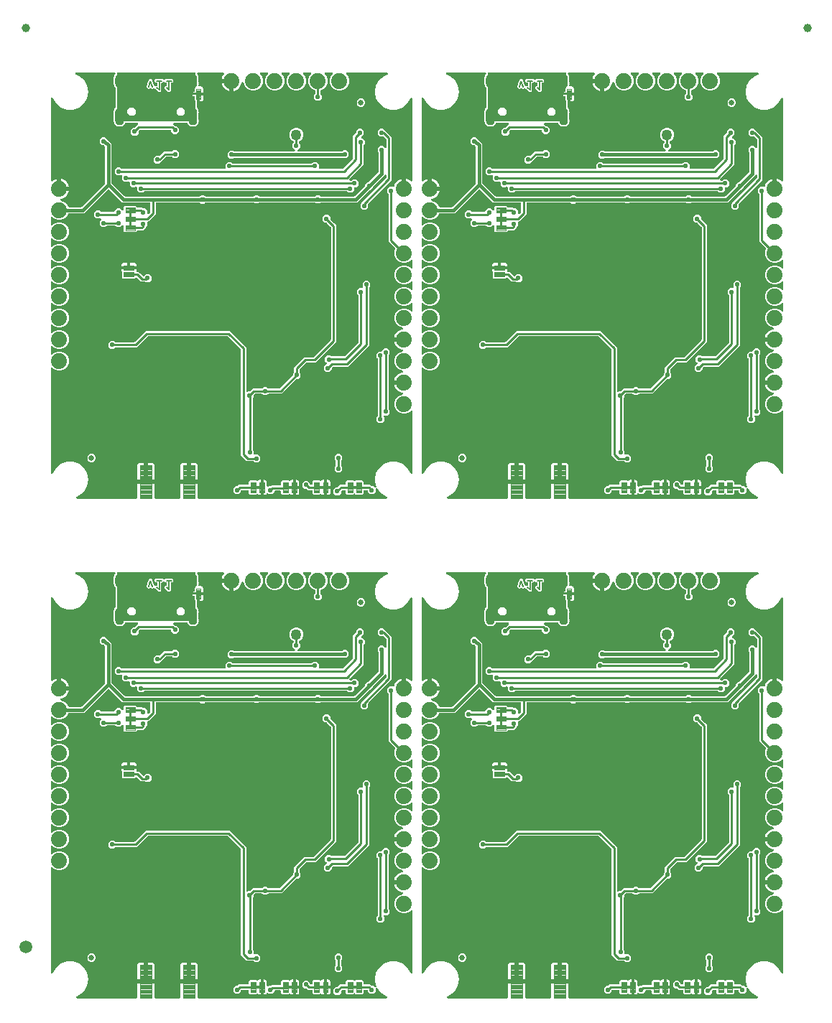
<source format=gbl>
G04 EAGLE Gerber RS-274X export*
G75*
%MOMM*%
%FSLAX34Y34*%
%LPD*%
%INBottom Copper*%
%IPPOS*%
%AMOC8*
5,1,8,0,0,1.08239X$1,22.5*%
G01*
%ADD10C,0.203200*%
%ADD11C,0.099059*%
%ADD12C,1.879600*%
%ADD13C,0.635000*%
%ADD14C,0.101600*%
%ADD15C,0.654000*%
%ADD16C,0.105000*%
%ADD17C,1.270000*%
%ADD18C,1.000000*%
%ADD19C,1.500000*%
%ADD20C,0.558800*%
%ADD21C,0.381000*%
%ADD22C,0.254000*%
%ADD23C,0.604000*%

G36*
X103608Y2810D02*
X103608Y2810D01*
X103727Y2817D01*
X103765Y2830D01*
X103806Y2835D01*
X103916Y2878D01*
X104029Y2915D01*
X104064Y2937D01*
X104101Y2952D01*
X104197Y3021D01*
X104298Y3085D01*
X104326Y3115D01*
X104359Y3138D01*
X104435Y3230D01*
X104516Y3317D01*
X104536Y3352D01*
X104561Y3383D01*
X104612Y3491D01*
X104670Y3595D01*
X104680Y3635D01*
X104697Y3671D01*
X104719Y3788D01*
X104749Y3903D01*
X104753Y3963D01*
X104757Y3983D01*
X104755Y4004D01*
X104759Y4064D01*
X104759Y19861D01*
X113530Y19861D01*
X113648Y19876D01*
X113767Y19883D01*
X113805Y19896D01*
X113845Y19901D01*
X113956Y19944D01*
X114069Y19981D01*
X114104Y20003D01*
X114141Y20018D01*
X114237Y20088D01*
X114338Y20151D01*
X114366Y20181D01*
X114398Y20205D01*
X114474Y20296D01*
X114556Y20383D01*
X114575Y20418D01*
X114601Y20449D01*
X114652Y20557D01*
X114709Y20661D01*
X114720Y20701D01*
X114737Y20737D01*
X114759Y20854D01*
X114789Y20969D01*
X114793Y21030D01*
X114797Y21050D01*
X114795Y21070D01*
X114799Y21130D01*
X114799Y22401D01*
X114801Y22401D01*
X114801Y21130D01*
X114816Y21012D01*
X114823Y20893D01*
X114836Y20855D01*
X114841Y20815D01*
X114885Y20704D01*
X114921Y20591D01*
X114943Y20556D01*
X114958Y20519D01*
X115028Y20423D01*
X115091Y20322D01*
X115121Y20294D01*
X115145Y20261D01*
X115236Y20186D01*
X115323Y20104D01*
X115358Y20084D01*
X115390Y20059D01*
X115497Y20008D01*
X115601Y19950D01*
X115641Y19940D01*
X115677Y19923D01*
X115794Y19901D01*
X115909Y19871D01*
X115970Y19867D01*
X115990Y19863D01*
X116010Y19865D01*
X116070Y19861D01*
X124841Y19861D01*
X124841Y4064D01*
X124856Y3946D01*
X124863Y3827D01*
X124876Y3789D01*
X124881Y3748D01*
X124924Y3638D01*
X124961Y3525D01*
X124983Y3490D01*
X124998Y3453D01*
X125067Y3357D01*
X125131Y3256D01*
X125161Y3228D01*
X125184Y3195D01*
X125276Y3119D01*
X125363Y3038D01*
X125398Y3018D01*
X125429Y2993D01*
X125537Y2942D01*
X125641Y2884D01*
X125681Y2874D01*
X125717Y2857D01*
X125834Y2835D01*
X125949Y2805D01*
X126009Y2801D01*
X126029Y2797D01*
X126050Y2799D01*
X126110Y2795D01*
X154290Y2795D01*
X154408Y2810D01*
X154527Y2817D01*
X154565Y2830D01*
X154606Y2835D01*
X154716Y2878D01*
X154829Y2915D01*
X154864Y2937D01*
X154901Y2952D01*
X154997Y3021D01*
X155098Y3085D01*
X155126Y3115D01*
X155159Y3138D01*
X155235Y3230D01*
X155316Y3317D01*
X155336Y3352D01*
X155361Y3383D01*
X155412Y3491D01*
X155470Y3595D01*
X155480Y3635D01*
X155497Y3671D01*
X155519Y3788D01*
X155549Y3903D01*
X155553Y3963D01*
X155557Y3983D01*
X155555Y4004D01*
X155559Y4064D01*
X155559Y19861D01*
X164330Y19861D01*
X164448Y19876D01*
X164567Y19883D01*
X164605Y19896D01*
X164645Y19901D01*
X164756Y19944D01*
X164869Y19981D01*
X164904Y20003D01*
X164941Y20018D01*
X165037Y20088D01*
X165138Y20151D01*
X165166Y20181D01*
X165198Y20205D01*
X165274Y20296D01*
X165356Y20383D01*
X165375Y20418D01*
X165401Y20449D01*
X165452Y20557D01*
X165509Y20661D01*
X165520Y20701D01*
X165537Y20737D01*
X165559Y20854D01*
X165589Y20969D01*
X165593Y21030D01*
X165597Y21050D01*
X165595Y21070D01*
X165599Y21130D01*
X165599Y22401D01*
X165601Y22401D01*
X165601Y21130D01*
X165616Y21012D01*
X165623Y20893D01*
X165636Y20855D01*
X165641Y20815D01*
X165685Y20704D01*
X165721Y20591D01*
X165743Y20556D01*
X165758Y20519D01*
X165828Y20423D01*
X165891Y20322D01*
X165921Y20294D01*
X165945Y20261D01*
X166036Y20186D01*
X166123Y20104D01*
X166158Y20084D01*
X166190Y20059D01*
X166297Y20008D01*
X166401Y19950D01*
X166441Y19940D01*
X166477Y19923D01*
X166594Y19901D01*
X166709Y19871D01*
X166770Y19867D01*
X166790Y19863D01*
X166810Y19865D01*
X166870Y19861D01*
X175641Y19861D01*
X175641Y4064D01*
X175656Y3946D01*
X175663Y3827D01*
X175676Y3789D01*
X175681Y3748D01*
X175724Y3638D01*
X175761Y3525D01*
X175783Y3490D01*
X175798Y3453D01*
X175867Y3357D01*
X175931Y3256D01*
X175961Y3228D01*
X175984Y3195D01*
X176076Y3119D01*
X176163Y3038D01*
X176198Y3018D01*
X176229Y2993D01*
X176337Y2942D01*
X176441Y2884D01*
X176481Y2874D01*
X176517Y2857D01*
X176634Y2835D01*
X176749Y2805D01*
X176809Y2801D01*
X176829Y2797D01*
X176850Y2799D01*
X176910Y2795D01*
X398227Y2795D01*
X398324Y2807D01*
X398421Y2810D01*
X398481Y2827D01*
X398543Y2835D01*
X398633Y2870D01*
X398727Y2897D01*
X398780Y2929D01*
X398838Y2952D01*
X398917Y3009D01*
X399001Y3058D01*
X399045Y3102D01*
X399096Y3138D01*
X399158Y3213D01*
X399227Y3282D01*
X399259Y3336D01*
X399298Y3383D01*
X399340Y3471D01*
X399390Y3555D01*
X399407Y3615D01*
X399434Y3671D01*
X399452Y3767D01*
X399480Y3860D01*
X399482Y3922D01*
X399494Y3983D01*
X399488Y4081D01*
X399491Y4178D01*
X399478Y4239D01*
X399474Y4301D01*
X399444Y4393D01*
X399423Y4489D01*
X399395Y4544D01*
X399376Y4603D01*
X399324Y4686D01*
X399280Y4773D01*
X399239Y4819D01*
X399206Y4872D01*
X399135Y4939D01*
X399071Y5012D01*
X399020Y5047D01*
X398974Y5090D01*
X398889Y5137D01*
X398809Y5192D01*
X398713Y5234D01*
X398696Y5244D01*
X398685Y5246D01*
X398661Y5257D01*
X395567Y6383D01*
X389803Y11219D01*
X387941Y14444D01*
X387853Y14560D01*
X387768Y14678D01*
X387757Y14687D01*
X387749Y14697D01*
X387635Y14788D01*
X387523Y14881D01*
X387510Y14887D01*
X387500Y14895D01*
X387366Y14955D01*
X387235Y15016D01*
X387222Y15019D01*
X387209Y15025D01*
X387065Y15049D01*
X386922Y15076D01*
X386909Y15075D01*
X386896Y15078D01*
X386750Y15065D01*
X386605Y15056D01*
X386592Y15052D01*
X386579Y15051D01*
X386441Y15003D01*
X386303Y14958D01*
X386291Y14951D01*
X386278Y14947D01*
X386157Y14866D01*
X386034Y14788D01*
X386025Y14778D01*
X386013Y14771D01*
X385916Y14663D01*
X385816Y14557D01*
X385809Y14545D01*
X385800Y14535D01*
X385733Y14406D01*
X385662Y14278D01*
X385659Y14265D01*
X385653Y14253D01*
X385619Y14111D01*
X385583Y13970D01*
X385582Y13952D01*
X385580Y13944D01*
X385580Y13926D01*
X385573Y13810D01*
X385573Y10806D01*
X382894Y8127D01*
X379106Y8127D01*
X376427Y10806D01*
X376427Y11684D01*
X376412Y11802D01*
X376405Y11921D01*
X376392Y11959D01*
X376387Y12000D01*
X376344Y12110D01*
X376307Y12223D01*
X376285Y12258D01*
X376270Y12295D01*
X376201Y12391D01*
X376137Y12492D01*
X376107Y12520D01*
X376084Y12553D01*
X375992Y12629D01*
X375905Y12710D01*
X375870Y12730D01*
X375839Y12755D01*
X375731Y12806D01*
X375627Y12864D01*
X375587Y12874D01*
X375551Y12891D01*
X375434Y12913D01*
X375319Y12943D01*
X375259Y12947D01*
X375239Y12951D01*
X375218Y12949D01*
X375158Y12953D01*
X372237Y12953D01*
X372119Y12938D01*
X372000Y12931D01*
X371962Y12918D01*
X371921Y12913D01*
X371811Y12870D01*
X371698Y12833D01*
X371663Y12811D01*
X371626Y12796D01*
X371530Y12727D01*
X371429Y12663D01*
X371401Y12633D01*
X371368Y12610D01*
X371292Y12518D01*
X371211Y12431D01*
X371191Y12396D01*
X371166Y12365D01*
X371115Y12257D01*
X371057Y12153D01*
X371047Y12113D01*
X371030Y12077D01*
X371008Y11960D01*
X370978Y11845D01*
X370974Y11785D01*
X370970Y11765D01*
X370971Y11761D01*
X370970Y11760D01*
X370971Y11742D01*
X370968Y11684D01*
X370968Y9205D01*
X369636Y7873D01*
X362138Y7873D01*
X361577Y8434D01*
X361483Y8507D01*
X361394Y8586D01*
X361358Y8604D01*
X361326Y8629D01*
X361217Y8676D01*
X361111Y8730D01*
X361072Y8739D01*
X361034Y8755D01*
X360917Y8774D01*
X360801Y8800D01*
X360760Y8799D01*
X360720Y8805D01*
X360602Y8794D01*
X360483Y8790D01*
X360444Y8779D01*
X360404Y8775D01*
X360292Y8735D01*
X360177Y8702D01*
X360142Y8682D01*
X360104Y8668D01*
X360006Y8601D01*
X359903Y8541D01*
X359858Y8501D01*
X359841Y8489D01*
X359828Y8474D01*
X359782Y8434D01*
X359222Y7873D01*
X351724Y7873D01*
X350392Y9205D01*
X350392Y11684D01*
X350377Y11802D01*
X350370Y11921D01*
X350357Y11959D01*
X350352Y12000D01*
X350309Y12110D01*
X350272Y12223D01*
X350250Y12258D01*
X350235Y12295D01*
X350166Y12391D01*
X350102Y12492D01*
X350072Y12520D01*
X350049Y12553D01*
X349957Y12629D01*
X349870Y12710D01*
X349835Y12730D01*
X349804Y12755D01*
X349696Y12806D01*
X349592Y12864D01*
X349552Y12874D01*
X349516Y12891D01*
X349399Y12913D01*
X349284Y12943D01*
X349224Y12947D01*
X349204Y12951D01*
X349183Y12949D01*
X349123Y12953D01*
X346721Y12953D01*
X346622Y12941D01*
X346523Y12938D01*
X346465Y12921D01*
X346405Y12913D01*
X346313Y12877D01*
X346218Y12849D01*
X346166Y12819D01*
X346109Y12796D01*
X346029Y12738D01*
X345944Y12688D01*
X345869Y12622D01*
X345852Y12610D01*
X345849Y12606D01*
X345847Y12605D01*
X345841Y12598D01*
X345823Y12582D01*
X345304Y12063D01*
X345244Y11985D01*
X345176Y11913D01*
X345147Y11860D01*
X345110Y11812D01*
X345070Y11721D01*
X345022Y11634D01*
X345007Y11575D01*
X344983Y11520D01*
X344968Y11422D01*
X344943Y11326D01*
X344937Y11226D01*
X344933Y11206D01*
X344935Y11193D01*
X344933Y11165D01*
X344933Y9536D01*
X342254Y6857D01*
X338466Y6857D01*
X335787Y9536D01*
X335787Y13324D01*
X338466Y16003D01*
X340095Y16003D01*
X340194Y16015D01*
X340293Y16018D01*
X340351Y16035D01*
X340411Y16043D01*
X340503Y16079D01*
X340598Y16107D01*
X340650Y16137D01*
X340707Y16160D01*
X340787Y16218D01*
X340872Y16268D01*
X340947Y16334D01*
X340964Y16346D01*
X340972Y16356D01*
X340993Y16374D01*
X343669Y19051D01*
X349123Y19051D01*
X349241Y19066D01*
X349360Y19073D01*
X349398Y19086D01*
X349439Y19091D01*
X349549Y19134D01*
X349662Y19171D01*
X349697Y19193D01*
X349734Y19208D01*
X349830Y19277D01*
X349931Y19341D01*
X349959Y19371D01*
X349992Y19394D01*
X350068Y19486D01*
X350149Y19573D01*
X350169Y19608D01*
X350194Y19639D01*
X350245Y19747D01*
X350303Y19851D01*
X350313Y19891D01*
X350330Y19927D01*
X350352Y20044D01*
X350382Y20159D01*
X350386Y20219D01*
X350390Y20239D01*
X350388Y20260D01*
X350392Y20320D01*
X350392Y22799D01*
X351724Y24131D01*
X359222Y24131D01*
X359782Y23570D01*
X359876Y23497D01*
X359966Y23418D01*
X360002Y23400D01*
X360034Y23375D01*
X360143Y23328D01*
X360249Y23274D01*
X360288Y23265D01*
X360326Y23249D01*
X360443Y23230D01*
X360559Y23204D01*
X360600Y23205D01*
X360640Y23199D01*
X360758Y23210D01*
X360877Y23214D01*
X360916Y23225D01*
X360956Y23229D01*
X361069Y23269D01*
X361183Y23302D01*
X361217Y23322D01*
X361256Y23336D01*
X361354Y23403D01*
X361457Y23463D01*
X361502Y23503D01*
X361519Y23515D01*
X361532Y23530D01*
X361577Y23570D01*
X362138Y24131D01*
X369636Y24131D01*
X370968Y22799D01*
X370968Y20320D01*
X370983Y20202D01*
X370990Y20083D01*
X371003Y20045D01*
X371008Y20004D01*
X371051Y19894D01*
X371088Y19781D01*
X371110Y19746D01*
X371125Y19709D01*
X371194Y19613D01*
X371258Y19512D01*
X371288Y19484D01*
X371311Y19451D01*
X371403Y19375D01*
X371490Y19294D01*
X371525Y19274D01*
X371556Y19249D01*
X371664Y19198D01*
X371768Y19140D01*
X371808Y19130D01*
X371844Y19113D01*
X371961Y19091D01*
X372076Y19061D01*
X372136Y19057D01*
X372156Y19053D01*
X372177Y19055D01*
X372237Y19051D01*
X378961Y19051D01*
X380367Y17644D01*
X380445Y17584D01*
X380517Y17516D01*
X380570Y17487D01*
X380618Y17450D01*
X380709Y17410D01*
X380796Y17362D01*
X380855Y17347D01*
X380910Y17323D01*
X381008Y17308D01*
X381104Y17283D01*
X381204Y17277D01*
X381224Y17273D01*
X381237Y17275D01*
X381265Y17273D01*
X382894Y17273D01*
X384155Y16012D01*
X384275Y15918D01*
X384394Y15824D01*
X384400Y15821D01*
X384406Y15817D01*
X384547Y15756D01*
X384685Y15695D01*
X384691Y15694D01*
X384698Y15691D01*
X384849Y15667D01*
X384998Y15642D01*
X385005Y15642D01*
X385012Y15641D01*
X385164Y15655D01*
X385315Y15668D01*
X385322Y15670D01*
X385328Y15671D01*
X385473Y15723D01*
X385616Y15772D01*
X385621Y15776D01*
X385628Y15778D01*
X385755Y15865D01*
X385881Y15948D01*
X385885Y15953D01*
X385891Y15957D01*
X385992Y16071D01*
X386094Y16184D01*
X386097Y16190D01*
X386101Y16195D01*
X386171Y16332D01*
X386241Y16466D01*
X386243Y16473D01*
X386246Y16479D01*
X386279Y16628D01*
X386314Y16776D01*
X386314Y16782D01*
X386316Y16789D01*
X386311Y16942D01*
X386308Y17094D01*
X386306Y17100D01*
X386306Y17107D01*
X386264Y17252D01*
X386223Y17400D01*
X386219Y17408D01*
X386218Y17412D01*
X386212Y17422D01*
X386151Y17544D01*
X386041Y17736D01*
X384734Y25146D01*
X386041Y32556D01*
X389803Y39072D01*
X395567Y43909D01*
X402638Y46483D01*
X410162Y46483D01*
X417233Y43909D01*
X422997Y39073D01*
X426637Y32768D01*
X426725Y32652D01*
X426810Y32534D01*
X426821Y32526D01*
X426829Y32515D01*
X426943Y32425D01*
X427055Y32331D01*
X427068Y32326D01*
X427078Y32317D01*
X427212Y32258D01*
X427343Y32196D01*
X427356Y32193D01*
X427369Y32188D01*
X427513Y32163D01*
X427656Y32136D01*
X427669Y32137D01*
X427682Y32135D01*
X427828Y32147D01*
X427973Y32156D01*
X427986Y32160D01*
X427999Y32161D01*
X428137Y32209D01*
X428275Y32254D01*
X428287Y32261D01*
X428300Y32266D01*
X428421Y32346D01*
X428544Y32424D01*
X428553Y32434D01*
X428565Y32441D01*
X428662Y32550D01*
X428762Y32656D01*
X428769Y32668D01*
X428778Y32678D01*
X428845Y32806D01*
X428916Y32934D01*
X428919Y32947D01*
X428925Y32959D01*
X428959Y33101D01*
X428995Y33242D01*
X428996Y33261D01*
X428998Y33269D01*
X428998Y33286D01*
X429005Y33403D01*
X429005Y105335D01*
X428988Y105473D01*
X428975Y105611D01*
X428968Y105630D01*
X428965Y105650D01*
X428914Y105780D01*
X428867Y105910D01*
X428856Y105927D01*
X428848Y105946D01*
X428767Y106058D01*
X428689Y106174D01*
X428673Y106187D01*
X428662Y106203D01*
X428554Y106292D01*
X428450Y106384D01*
X428432Y106393D01*
X428417Y106406D01*
X428291Y106465D01*
X428167Y106529D01*
X428147Y106533D01*
X428129Y106542D01*
X427992Y106568D01*
X427857Y106598D01*
X427836Y106598D01*
X427817Y106601D01*
X427678Y106593D01*
X427539Y106589D01*
X427519Y106583D01*
X427499Y106582D01*
X427367Y106539D01*
X427233Y106500D01*
X427216Y106490D01*
X427197Y106484D01*
X427079Y106409D01*
X426959Y106339D01*
X426938Y106320D01*
X426928Y106314D01*
X426914Y106299D01*
X426839Y106232D01*
X425431Y104825D01*
X421323Y103123D01*
X416877Y103123D01*
X412769Y104825D01*
X409625Y107969D01*
X407923Y112077D01*
X407923Y116523D01*
X409625Y120631D01*
X412769Y123775D01*
X417064Y125554D01*
X417176Y125618D01*
X417291Y125677D01*
X417314Y125697D01*
X417340Y125712D01*
X417433Y125802D01*
X417530Y125887D01*
X417547Y125912D01*
X417568Y125933D01*
X417636Y126043D01*
X417709Y126150D01*
X417719Y126178D01*
X417735Y126204D01*
X417773Y126327D01*
X417817Y126449D01*
X417819Y126479D01*
X417828Y126508D01*
X417834Y126637D01*
X417847Y126766D01*
X417842Y126796D01*
X417843Y126826D01*
X417817Y126952D01*
X417797Y127080D01*
X417785Y127108D01*
X417779Y127137D01*
X417722Y127254D01*
X417671Y127372D01*
X417653Y127396D01*
X417639Y127423D01*
X417556Y127521D01*
X417476Y127623D01*
X417453Y127642D01*
X417433Y127665D01*
X417327Y127739D01*
X417225Y127819D01*
X417198Y127831D01*
X417173Y127848D01*
X417052Y127894D01*
X416934Y127945D01*
X416892Y127955D01*
X416876Y127961D01*
X416854Y127963D01*
X416777Y127980D01*
X416304Y128055D01*
X414517Y128636D01*
X412843Y129489D01*
X411322Y130594D01*
X409994Y131922D01*
X408889Y133443D01*
X408036Y135117D01*
X407455Y136904D01*
X407415Y137161D01*
X417830Y137161D01*
X417948Y137176D01*
X418067Y137183D01*
X418105Y137196D01*
X418145Y137201D01*
X418256Y137244D01*
X418369Y137281D01*
X418403Y137303D01*
X418441Y137318D01*
X418537Y137388D01*
X418638Y137451D01*
X418666Y137481D01*
X418698Y137504D01*
X418774Y137596D01*
X418856Y137683D01*
X418875Y137718D01*
X418901Y137749D01*
X418952Y137857D01*
X419009Y137961D01*
X419020Y138001D01*
X419037Y138037D01*
X419059Y138154D01*
X419089Y138269D01*
X419093Y138330D01*
X419097Y138350D01*
X419095Y138370D01*
X419099Y138430D01*
X419099Y140970D01*
X419084Y141088D01*
X419077Y141207D01*
X419064Y141245D01*
X419059Y141285D01*
X419015Y141396D01*
X418979Y141509D01*
X418957Y141544D01*
X418942Y141581D01*
X418872Y141677D01*
X418809Y141778D01*
X418779Y141806D01*
X418755Y141839D01*
X418664Y141914D01*
X418577Y141996D01*
X418542Y142016D01*
X418510Y142041D01*
X418403Y142092D01*
X418298Y142150D01*
X418259Y142160D01*
X418223Y142177D01*
X418106Y142199D01*
X417991Y142229D01*
X417930Y142233D01*
X417910Y142237D01*
X417890Y142235D01*
X417830Y142239D01*
X407415Y142239D01*
X407455Y142496D01*
X408036Y144283D01*
X408889Y145957D01*
X409994Y147478D01*
X411322Y148806D01*
X412843Y149911D01*
X414517Y150764D01*
X416304Y151345D01*
X416777Y151420D01*
X416900Y151455D01*
X417026Y151486D01*
X417053Y151500D01*
X417082Y151508D01*
X417193Y151574D01*
X417307Y151634D01*
X417330Y151655D01*
X417356Y151670D01*
X417447Y151762D01*
X417543Y151848D01*
X417559Y151874D01*
X417581Y151895D01*
X417647Y152006D01*
X417718Y152114D01*
X417727Y152143D01*
X417743Y152169D01*
X417779Y152293D01*
X417821Y152415D01*
X417823Y152445D01*
X417832Y152474D01*
X417836Y152603D01*
X417846Y152732D01*
X417841Y152762D01*
X417842Y152792D01*
X417814Y152918D01*
X417792Y153045D01*
X417779Y153073D01*
X417773Y153102D01*
X417714Y153217D01*
X417661Y153335D01*
X417642Y153359D01*
X417629Y153386D01*
X417543Y153482D01*
X417462Y153584D01*
X417438Y153602D01*
X417418Y153624D01*
X417312Y153697D01*
X417208Y153775D01*
X417170Y153794D01*
X417156Y153803D01*
X417135Y153811D01*
X417064Y153846D01*
X412769Y155625D01*
X409625Y158769D01*
X407923Y162877D01*
X407923Y167323D01*
X409625Y171431D01*
X412769Y174575D01*
X417064Y176354D01*
X417176Y176418D01*
X417291Y176477D01*
X417314Y176497D01*
X417340Y176512D01*
X417433Y176602D01*
X417530Y176687D01*
X417547Y176712D01*
X417568Y176733D01*
X417636Y176843D01*
X417709Y176950D01*
X417719Y176978D01*
X417735Y177004D01*
X417773Y177127D01*
X417817Y177249D01*
X417819Y177279D01*
X417828Y177308D01*
X417834Y177437D01*
X417847Y177566D01*
X417842Y177596D01*
X417843Y177626D01*
X417817Y177752D01*
X417797Y177880D01*
X417785Y177908D01*
X417779Y177937D01*
X417722Y178053D01*
X417671Y178172D01*
X417653Y178196D01*
X417639Y178223D01*
X417555Y178321D01*
X417477Y178423D01*
X417453Y178442D01*
X417433Y178465D01*
X417327Y178539D01*
X417225Y178619D01*
X417198Y178631D01*
X417173Y178648D01*
X417052Y178694D01*
X416934Y178745D01*
X416892Y178755D01*
X416876Y178761D01*
X416854Y178763D01*
X416777Y178780D01*
X416304Y178855D01*
X414517Y179436D01*
X412843Y180289D01*
X411322Y181394D01*
X409994Y182722D01*
X408889Y184243D01*
X408036Y185917D01*
X407455Y187704D01*
X407415Y187961D01*
X417830Y187961D01*
X417948Y187976D01*
X418067Y187983D01*
X418105Y187996D01*
X418145Y188001D01*
X418256Y188044D01*
X418369Y188081D01*
X418403Y188103D01*
X418441Y188118D01*
X418537Y188188D01*
X418638Y188251D01*
X418666Y188281D01*
X418698Y188304D01*
X418774Y188396D01*
X418856Y188483D01*
X418875Y188518D01*
X418901Y188549D01*
X418952Y188657D01*
X419009Y188761D01*
X419020Y188801D01*
X419037Y188837D01*
X419059Y188954D01*
X419089Y189069D01*
X419093Y189130D01*
X419097Y189150D01*
X419095Y189170D01*
X419099Y189230D01*
X419099Y191770D01*
X419084Y191888D01*
X419077Y192007D01*
X419064Y192045D01*
X419059Y192085D01*
X419015Y192196D01*
X418979Y192309D01*
X418957Y192344D01*
X418942Y192381D01*
X418872Y192477D01*
X418809Y192578D01*
X418779Y192606D01*
X418755Y192639D01*
X418664Y192714D01*
X418577Y192796D01*
X418542Y192816D01*
X418510Y192841D01*
X418403Y192892D01*
X418298Y192950D01*
X418259Y192960D01*
X418223Y192977D01*
X418106Y192999D01*
X417991Y193029D01*
X417930Y193033D01*
X417910Y193037D01*
X417890Y193035D01*
X417830Y193039D01*
X407415Y193039D01*
X407455Y193296D01*
X408036Y195083D01*
X408889Y196757D01*
X409994Y198278D01*
X411322Y199606D01*
X412843Y200711D01*
X414517Y201564D01*
X416304Y202145D01*
X416777Y202220D01*
X416900Y202255D01*
X417026Y202286D01*
X417053Y202300D01*
X417082Y202308D01*
X417193Y202374D01*
X417307Y202434D01*
X417330Y202455D01*
X417356Y202470D01*
X417447Y202562D01*
X417543Y202648D01*
X417559Y202674D01*
X417581Y202695D01*
X417647Y202806D01*
X417718Y202914D01*
X417727Y202943D01*
X417743Y202969D01*
X417779Y203093D01*
X417821Y203215D01*
X417823Y203245D01*
X417832Y203274D01*
X417836Y203403D01*
X417846Y203532D01*
X417841Y203562D01*
X417842Y203592D01*
X417814Y203718D01*
X417792Y203845D01*
X417779Y203873D01*
X417773Y203902D01*
X417714Y204017D01*
X417661Y204135D01*
X417642Y204159D01*
X417629Y204186D01*
X417543Y204282D01*
X417462Y204384D01*
X417438Y204402D01*
X417418Y204424D01*
X417312Y204497D01*
X417208Y204575D01*
X417170Y204594D01*
X417156Y204603D01*
X417135Y204611D01*
X417064Y204646D01*
X412769Y206425D01*
X409625Y209569D01*
X407923Y213677D01*
X407923Y218123D01*
X409625Y222231D01*
X412769Y225375D01*
X416877Y227077D01*
X421323Y227077D01*
X425431Y225375D01*
X426839Y223968D01*
X426934Y223893D01*
X426941Y223887D01*
X426945Y223885D01*
X426948Y223882D01*
X427055Y223794D01*
X427074Y223785D01*
X427090Y223773D01*
X427218Y223717D01*
X427343Y223658D01*
X427363Y223655D01*
X427382Y223646D01*
X427520Y223625D01*
X427656Y223599D01*
X427676Y223600D01*
X427696Y223597D01*
X427835Y223610D01*
X427973Y223618D01*
X427992Y223625D01*
X428012Y223626D01*
X428144Y223674D01*
X428275Y223716D01*
X428293Y223727D01*
X428312Y223734D01*
X428427Y223812D01*
X428544Y223886D01*
X428558Y223901D01*
X428575Y223913D01*
X428667Y224017D01*
X428762Y224118D01*
X428772Y224136D01*
X428785Y224151D01*
X428849Y224275D01*
X428916Y224397D01*
X428921Y224416D01*
X428930Y224434D01*
X428960Y224570D01*
X428995Y224705D01*
X428997Y224733D01*
X429000Y224745D01*
X428999Y224765D01*
X429005Y224865D01*
X429005Y232335D01*
X428988Y232473D01*
X428975Y232611D01*
X428968Y232630D01*
X428965Y232650D01*
X428914Y232780D01*
X428867Y232910D01*
X428856Y232927D01*
X428848Y232946D01*
X428767Y233058D01*
X428689Y233174D01*
X428673Y233187D01*
X428662Y233203D01*
X428554Y233292D01*
X428450Y233384D01*
X428432Y233393D01*
X428417Y233406D01*
X428291Y233465D01*
X428167Y233529D01*
X428147Y233533D01*
X428129Y233542D01*
X427992Y233568D01*
X427857Y233598D01*
X427836Y233598D01*
X427817Y233601D01*
X427678Y233593D01*
X427539Y233589D01*
X427519Y233583D01*
X427499Y233582D01*
X427367Y233539D01*
X427233Y233500D01*
X427216Y233490D01*
X427197Y233484D01*
X427079Y233409D01*
X426959Y233339D01*
X426938Y233320D01*
X426928Y233314D01*
X426914Y233299D01*
X426839Y233232D01*
X425431Y231825D01*
X421323Y230123D01*
X416877Y230123D01*
X412769Y231825D01*
X409625Y234969D01*
X407923Y239077D01*
X407923Y243523D01*
X409625Y247631D01*
X412769Y250775D01*
X416877Y252477D01*
X421323Y252477D01*
X425431Y250775D01*
X426839Y249368D01*
X426929Y249298D01*
X426956Y249272D01*
X426970Y249264D01*
X427055Y249194D01*
X427074Y249185D01*
X427090Y249173D01*
X427218Y249117D01*
X427343Y249058D01*
X427363Y249055D01*
X427382Y249046D01*
X427520Y249025D01*
X427656Y248999D01*
X427676Y249000D01*
X427696Y248997D01*
X427835Y249010D01*
X427973Y249018D01*
X427992Y249025D01*
X428012Y249026D01*
X428144Y249074D01*
X428275Y249116D01*
X428293Y249127D01*
X428312Y249134D01*
X428427Y249212D01*
X428544Y249286D01*
X428558Y249301D01*
X428575Y249313D01*
X428667Y249417D01*
X428762Y249518D01*
X428772Y249536D01*
X428785Y249551D01*
X428849Y249675D01*
X428916Y249797D01*
X428921Y249816D01*
X428930Y249834D01*
X428960Y249970D01*
X428995Y250105D01*
X428997Y250133D01*
X429000Y250145D01*
X428999Y250165D01*
X429002Y250215D01*
X429003Y250218D01*
X429002Y250221D01*
X429005Y250265D01*
X429005Y257735D01*
X428988Y257873D01*
X428975Y258011D01*
X428968Y258030D01*
X428965Y258050D01*
X428914Y258180D01*
X428867Y258310D01*
X428856Y258327D01*
X428848Y258346D01*
X428767Y258458D01*
X428689Y258574D01*
X428673Y258587D01*
X428662Y258603D01*
X428554Y258692D01*
X428450Y258784D01*
X428432Y258793D01*
X428417Y258806D01*
X428291Y258865D01*
X428167Y258929D01*
X428147Y258933D01*
X428129Y258942D01*
X427992Y258968D01*
X427857Y258998D01*
X427836Y258998D01*
X427817Y259001D01*
X427678Y258993D01*
X427539Y258989D01*
X427519Y258983D01*
X427499Y258982D01*
X427367Y258939D01*
X427233Y258900D01*
X427216Y258890D01*
X427197Y258884D01*
X427079Y258809D01*
X426959Y258739D01*
X426938Y258720D01*
X426928Y258714D01*
X426914Y258699D01*
X426839Y258632D01*
X425431Y257225D01*
X421323Y255523D01*
X416877Y255523D01*
X412769Y257225D01*
X409625Y260369D01*
X407923Y264477D01*
X407923Y268923D01*
X409625Y273031D01*
X412769Y276175D01*
X416877Y277877D01*
X421323Y277877D01*
X425431Y276175D01*
X426839Y274768D01*
X426924Y274702D01*
X426971Y274657D01*
X426995Y274644D01*
X427055Y274594D01*
X427074Y274585D01*
X427090Y274573D01*
X427218Y274517D01*
X427343Y274458D01*
X427363Y274455D01*
X427382Y274446D01*
X427520Y274425D01*
X427656Y274399D01*
X427676Y274400D01*
X427696Y274397D01*
X427835Y274410D01*
X427973Y274418D01*
X427992Y274425D01*
X428012Y274426D01*
X428144Y274474D01*
X428275Y274516D01*
X428293Y274527D01*
X428312Y274534D01*
X428427Y274612D01*
X428544Y274686D01*
X428558Y274701D01*
X428575Y274713D01*
X428667Y274817D01*
X428762Y274918D01*
X428772Y274936D01*
X428785Y274951D01*
X428849Y275075D01*
X428916Y275197D01*
X428921Y275216D01*
X428930Y275234D01*
X428942Y275289D01*
X428943Y275291D01*
X428945Y275303D01*
X428960Y275370D01*
X428995Y275505D01*
X428997Y275533D01*
X429000Y275545D01*
X428999Y275565D01*
X429001Y275592D01*
X429003Y275603D01*
X429002Y275614D01*
X429005Y275665D01*
X429005Y283135D01*
X428988Y283273D01*
X428975Y283411D01*
X428968Y283430D01*
X428965Y283450D01*
X428914Y283580D01*
X428867Y283710D01*
X428856Y283727D01*
X428848Y283746D01*
X428767Y283858D01*
X428689Y283974D01*
X428673Y283987D01*
X428662Y284003D01*
X428554Y284092D01*
X428450Y284184D01*
X428432Y284193D01*
X428417Y284206D01*
X428291Y284265D01*
X428167Y284329D01*
X428147Y284333D01*
X428129Y284342D01*
X427992Y284368D01*
X427857Y284398D01*
X427836Y284398D01*
X427817Y284401D01*
X427678Y284393D01*
X427539Y284389D01*
X427519Y284383D01*
X427499Y284382D01*
X427367Y284339D01*
X427233Y284300D01*
X427216Y284290D01*
X427197Y284284D01*
X427079Y284209D01*
X426959Y284139D01*
X426938Y284120D01*
X426928Y284114D01*
X426914Y284099D01*
X426839Y284032D01*
X425431Y282625D01*
X421323Y280923D01*
X416877Y280923D01*
X412769Y282625D01*
X409625Y285769D01*
X407923Y289877D01*
X407923Y294323D01*
X408958Y296822D01*
X408966Y296851D01*
X408980Y296877D01*
X409008Y297004D01*
X409042Y297129D01*
X409043Y297158D01*
X409049Y297187D01*
X409045Y297317D01*
X409047Y297447D01*
X409040Y297475D01*
X409040Y297505D01*
X409003Y297630D01*
X408973Y297756D01*
X408959Y297782D01*
X408951Y297810D01*
X408885Y297922D01*
X408824Y298037D01*
X408805Y298059D01*
X408790Y298084D01*
X408683Y298205D01*
X400811Y306077D01*
X400811Y361816D01*
X400799Y361914D01*
X400796Y362013D01*
X400779Y362072D01*
X400771Y362132D01*
X400735Y362224D01*
X400707Y362319D01*
X400677Y362371D01*
X400654Y362427D01*
X400596Y362507D01*
X400546Y362593D01*
X400480Y362668D01*
X400468Y362685D01*
X400458Y362693D01*
X400440Y362714D01*
X399287Y363866D01*
X399287Y367654D01*
X401966Y370333D01*
X406219Y370333D01*
X406239Y370329D01*
X406275Y370333D01*
X406280Y370333D01*
X406293Y370334D01*
X406340Y370339D01*
X406442Y370339D01*
X406498Y370353D01*
X406555Y370358D01*
X406651Y370392D01*
X406750Y370417D01*
X406801Y370445D01*
X406855Y370464D01*
X406940Y370521D01*
X407029Y370570D01*
X407071Y370610D01*
X407119Y370642D01*
X407187Y370718D01*
X407261Y370788D01*
X407292Y370837D01*
X407330Y370880D01*
X407377Y370970D01*
X407432Y371056D01*
X407466Y371143D01*
X407476Y371162D01*
X407479Y371176D01*
X407491Y371206D01*
X408036Y372883D01*
X408889Y374557D01*
X409994Y376078D01*
X411322Y377406D01*
X412843Y378511D01*
X414517Y379364D01*
X416304Y379945D01*
X416561Y379985D01*
X416561Y369570D01*
X416576Y369452D01*
X416583Y369333D01*
X416596Y369295D01*
X416601Y369255D01*
X416644Y369144D01*
X416681Y369031D01*
X416703Y368997D01*
X416718Y368959D01*
X416788Y368863D01*
X416851Y368762D01*
X416881Y368734D01*
X416904Y368702D01*
X416996Y368626D01*
X417083Y368544D01*
X417118Y368525D01*
X417149Y368499D01*
X417257Y368448D01*
X417361Y368391D01*
X417401Y368380D01*
X417437Y368363D01*
X417554Y368341D01*
X417669Y368311D01*
X417730Y368307D01*
X417750Y368303D01*
X417770Y368305D01*
X417830Y368301D01*
X420370Y368301D01*
X420488Y368316D01*
X420607Y368323D01*
X420645Y368336D01*
X420685Y368341D01*
X420796Y368385D01*
X420909Y368421D01*
X420944Y368443D01*
X420981Y368458D01*
X421077Y368528D01*
X421178Y368591D01*
X421206Y368621D01*
X421239Y368645D01*
X421314Y368736D01*
X421396Y368823D01*
X421416Y368858D01*
X421441Y368890D01*
X421492Y368997D01*
X421550Y369102D01*
X421560Y369141D01*
X421577Y369177D01*
X421599Y369294D01*
X421629Y369409D01*
X421633Y369470D01*
X421637Y369490D01*
X421635Y369510D01*
X421636Y369526D01*
X421637Y369527D01*
X421637Y369529D01*
X421639Y369570D01*
X421639Y379985D01*
X421896Y379945D01*
X423683Y379364D01*
X425357Y378511D01*
X426958Y377348D01*
X426974Y377339D01*
X427055Y377271D01*
X427074Y377263D01*
X427089Y377251D01*
X427217Y377195D01*
X427343Y377136D01*
X427363Y377132D01*
X427381Y377124D01*
X427519Y377102D01*
X427656Y377076D01*
X427675Y377077D01*
X427695Y377074D01*
X427834Y377087D01*
X427973Y377096D01*
X427992Y377102D01*
X428012Y377104D01*
X428143Y377151D01*
X428275Y377194D01*
X428292Y377205D01*
X428311Y377211D01*
X428426Y377289D01*
X428544Y377364D01*
X428558Y377379D01*
X428574Y377390D01*
X428666Y377494D01*
X428762Y377596D01*
X428772Y377613D01*
X428785Y377628D01*
X428848Y377752D01*
X428916Y377874D01*
X428921Y377894D01*
X428930Y377911D01*
X428960Y378047D01*
X428995Y378182D01*
X428997Y378210D01*
X428999Y378222D01*
X428999Y378242D01*
X429005Y378343D01*
X429005Y474343D01*
X428987Y474487D01*
X428972Y474633D01*
X428967Y474645D01*
X428965Y474659D01*
X428912Y474794D01*
X428861Y474931D01*
X428853Y474942D01*
X428848Y474954D01*
X428763Y475072D01*
X428680Y475192D01*
X428670Y475201D01*
X428662Y475212D01*
X428549Y475305D01*
X428439Y475400D01*
X428427Y475406D01*
X428417Y475415D01*
X428285Y475476D01*
X428154Y475541D01*
X428141Y475544D01*
X428129Y475550D01*
X427987Y475577D01*
X427843Y475608D01*
X427830Y475607D01*
X427817Y475610D01*
X427672Y475601D01*
X427526Y475595D01*
X427513Y475591D01*
X427499Y475590D01*
X427361Y475545D01*
X427221Y475503D01*
X427209Y475496D01*
X427197Y475492D01*
X427073Y475414D01*
X426949Y475339D01*
X426939Y475329D01*
X426928Y475322D01*
X426828Y475215D01*
X426726Y475112D01*
X426716Y475096D01*
X426710Y475090D01*
X426702Y475075D01*
X426637Y474978D01*
X422997Y468673D01*
X417233Y463837D01*
X410162Y461263D01*
X402638Y461263D01*
X395567Y463837D01*
X389803Y468673D01*
X386041Y475190D01*
X384734Y482600D01*
X386041Y490010D01*
X389803Y496526D01*
X395567Y501363D01*
X399359Y502743D01*
X399446Y502788D01*
X399536Y502824D01*
X399586Y502860D01*
X399642Y502889D01*
X399715Y502953D01*
X399793Y503010D01*
X399833Y503058D01*
X399880Y503100D01*
X399934Y503180D01*
X399996Y503255D01*
X400023Y503312D01*
X400058Y503363D01*
X400090Y503455D01*
X400132Y503543D01*
X400143Y503604D01*
X400164Y503663D01*
X400173Y503760D01*
X400192Y503856D01*
X400188Y503918D01*
X400193Y503980D01*
X400178Y504076D01*
X400172Y504173D01*
X400153Y504232D01*
X400143Y504294D01*
X400104Y504383D01*
X400074Y504475D01*
X400040Y504528D01*
X400016Y504585D01*
X399956Y504662D01*
X399904Y504744D01*
X399858Y504787D01*
X399820Y504836D01*
X399743Y504895D01*
X399672Y504962D01*
X399617Y504992D01*
X399568Y505030D01*
X399479Y505069D01*
X399393Y505116D01*
X399333Y505131D01*
X399276Y505156D01*
X399180Y505171D01*
X399086Y505195D01*
X398981Y505202D01*
X398962Y505205D01*
X398950Y505204D01*
X398925Y505205D01*
X351865Y505205D01*
X351727Y505188D01*
X351589Y505175D01*
X351570Y505168D01*
X351550Y505165D01*
X351420Y505114D01*
X351290Y505067D01*
X351273Y505056D01*
X351254Y505048D01*
X351142Y504967D01*
X351026Y504889D01*
X351013Y504873D01*
X350997Y504862D01*
X350908Y504754D01*
X350816Y504650D01*
X350807Y504632D01*
X350794Y504617D01*
X350735Y504491D01*
X350671Y504367D01*
X350667Y504347D01*
X350658Y504329D01*
X350632Y504192D01*
X350602Y504057D01*
X350602Y504036D01*
X350599Y504017D01*
X350607Y503878D01*
X350611Y503739D01*
X350617Y503719D01*
X350618Y503699D01*
X350661Y503567D01*
X350700Y503433D01*
X350710Y503416D01*
X350716Y503397D01*
X350791Y503279D01*
X350861Y503159D01*
X350880Y503138D01*
X350886Y503128D01*
X350901Y503114D01*
X350968Y503039D01*
X352375Y501631D01*
X354077Y497523D01*
X354077Y493077D01*
X352375Y488969D01*
X349231Y485825D01*
X345123Y484123D01*
X340677Y484123D01*
X336569Y485825D01*
X333425Y488969D01*
X331723Y493077D01*
X331723Y497523D01*
X333425Y501631D01*
X334832Y503039D01*
X334918Y503148D01*
X335006Y503255D01*
X335015Y503274D01*
X335027Y503290D01*
X335083Y503418D01*
X335142Y503543D01*
X335145Y503563D01*
X335154Y503582D01*
X335175Y503720D01*
X335201Y503856D01*
X335200Y503876D01*
X335203Y503896D01*
X335190Y504035D01*
X335182Y504173D01*
X335175Y504192D01*
X335174Y504212D01*
X335126Y504344D01*
X335084Y504475D01*
X335073Y504493D01*
X335066Y504512D01*
X334988Y504627D01*
X334914Y504744D01*
X334899Y504758D01*
X334887Y504775D01*
X334783Y504867D01*
X334682Y504962D01*
X334664Y504972D01*
X334649Y504985D01*
X334525Y505049D01*
X334403Y505116D01*
X334384Y505121D01*
X334366Y505130D01*
X334230Y505160D01*
X334095Y505195D01*
X334067Y505197D01*
X334055Y505200D01*
X334035Y505199D01*
X333935Y505205D01*
X326465Y505205D01*
X326327Y505188D01*
X326189Y505175D01*
X326170Y505168D01*
X326150Y505165D01*
X326020Y505114D01*
X325890Y505067D01*
X325873Y505056D01*
X325854Y505048D01*
X325742Y504967D01*
X325626Y504889D01*
X325613Y504873D01*
X325597Y504862D01*
X325508Y504754D01*
X325416Y504650D01*
X325407Y504632D01*
X325394Y504617D01*
X325335Y504491D01*
X325271Y504367D01*
X325267Y504347D01*
X325258Y504329D01*
X325232Y504192D01*
X325202Y504057D01*
X325202Y504036D01*
X325199Y504017D01*
X325207Y503878D01*
X325211Y503739D01*
X325217Y503719D01*
X325218Y503699D01*
X325261Y503567D01*
X325300Y503433D01*
X325310Y503416D01*
X325316Y503397D01*
X325391Y503279D01*
X325461Y503159D01*
X325480Y503138D01*
X325486Y503128D01*
X325501Y503114D01*
X325568Y503039D01*
X326975Y501631D01*
X328677Y497523D01*
X328677Y493077D01*
X326975Y488969D01*
X323831Y485825D01*
X321332Y484790D01*
X321307Y484775D01*
X321279Y484766D01*
X321169Y484697D01*
X321056Y484632D01*
X321035Y484612D01*
X321010Y484596D01*
X320921Y484501D01*
X320828Y484411D01*
X320812Y484386D01*
X320792Y484364D01*
X320729Y484250D01*
X320661Y484140D01*
X320653Y484112D01*
X320638Y484086D01*
X320606Y483960D01*
X320568Y483836D01*
X320566Y483806D01*
X320559Y483778D01*
X320549Y483617D01*
X320549Y480490D01*
X320561Y480392D01*
X320564Y480293D01*
X320581Y480234D01*
X320589Y480174D01*
X320625Y480082D01*
X320653Y479987D01*
X320683Y479935D01*
X320706Y479879D01*
X320764Y479799D01*
X320814Y479713D01*
X320880Y479638D01*
X320892Y479621D01*
X320902Y479613D01*
X320920Y479592D01*
X322033Y478480D01*
X322033Y474692D01*
X319354Y472013D01*
X315566Y472013D01*
X312887Y474692D01*
X312887Y478480D01*
X314080Y479672D01*
X314140Y479751D01*
X314208Y479823D01*
X314237Y479876D01*
X314274Y479924D01*
X314314Y480015D01*
X314362Y480101D01*
X314377Y480160D01*
X314401Y480215D01*
X314416Y480313D01*
X314441Y480409D01*
X314447Y480509D01*
X314451Y480530D01*
X314449Y480542D01*
X314451Y480570D01*
X314451Y483617D01*
X314448Y483646D01*
X314450Y483676D01*
X314428Y483804D01*
X314411Y483933D01*
X314401Y483960D01*
X314396Y483989D01*
X314342Y484108D01*
X314294Y484228D01*
X314277Y484252D01*
X314265Y484279D01*
X314184Y484381D01*
X314108Y484486D01*
X314085Y484505D01*
X314066Y484528D01*
X313963Y484606D01*
X313863Y484689D01*
X313836Y484701D01*
X313812Y484719D01*
X313668Y484790D01*
X311169Y485825D01*
X308025Y488969D01*
X306323Y493077D01*
X306323Y497523D01*
X308025Y501631D01*
X309432Y503039D01*
X309518Y503148D01*
X309606Y503255D01*
X309615Y503274D01*
X309627Y503290D01*
X309683Y503418D01*
X309742Y503543D01*
X309745Y503563D01*
X309754Y503582D01*
X309775Y503720D01*
X309801Y503856D01*
X309800Y503876D01*
X309803Y503896D01*
X309790Y504035D01*
X309782Y504173D01*
X309775Y504192D01*
X309774Y504212D01*
X309726Y504344D01*
X309684Y504475D01*
X309673Y504493D01*
X309666Y504512D01*
X309588Y504627D01*
X309514Y504744D01*
X309499Y504758D01*
X309487Y504775D01*
X309383Y504867D01*
X309282Y504962D01*
X309264Y504972D01*
X309249Y504985D01*
X309125Y505049D01*
X309003Y505116D01*
X308984Y505121D01*
X308966Y505130D01*
X308830Y505160D01*
X308695Y505195D01*
X308667Y505197D01*
X308655Y505200D01*
X308635Y505199D01*
X308535Y505205D01*
X301065Y505205D01*
X300927Y505188D01*
X300789Y505175D01*
X300770Y505168D01*
X300750Y505165D01*
X300620Y505114D01*
X300490Y505067D01*
X300473Y505056D01*
X300454Y505048D01*
X300342Y504967D01*
X300226Y504889D01*
X300213Y504873D01*
X300197Y504862D01*
X300108Y504754D01*
X300016Y504650D01*
X300007Y504632D01*
X299994Y504617D01*
X299935Y504491D01*
X299871Y504367D01*
X299867Y504347D01*
X299858Y504329D01*
X299832Y504192D01*
X299802Y504057D01*
X299802Y504036D01*
X299799Y504017D01*
X299807Y503878D01*
X299811Y503739D01*
X299817Y503719D01*
X299818Y503699D01*
X299861Y503567D01*
X299900Y503433D01*
X299910Y503416D01*
X299916Y503397D01*
X299991Y503279D01*
X300061Y503159D01*
X300080Y503138D01*
X300086Y503128D01*
X300101Y503114D01*
X300168Y503039D01*
X301575Y501631D01*
X303277Y497523D01*
X303277Y493077D01*
X301575Y488969D01*
X298431Y485825D01*
X294323Y484123D01*
X289877Y484123D01*
X285769Y485825D01*
X282625Y488969D01*
X280923Y493077D01*
X280923Y497523D01*
X282625Y501631D01*
X284032Y503039D01*
X284118Y503148D01*
X284206Y503255D01*
X284215Y503274D01*
X284227Y503290D01*
X284283Y503418D01*
X284342Y503543D01*
X284345Y503563D01*
X284354Y503582D01*
X284375Y503720D01*
X284401Y503856D01*
X284400Y503876D01*
X284403Y503896D01*
X284390Y504035D01*
X284382Y504173D01*
X284375Y504192D01*
X284374Y504212D01*
X284326Y504344D01*
X284284Y504475D01*
X284273Y504493D01*
X284266Y504512D01*
X284188Y504627D01*
X284114Y504744D01*
X284099Y504758D01*
X284087Y504775D01*
X283983Y504867D01*
X283882Y504962D01*
X283864Y504972D01*
X283849Y504985D01*
X283725Y505049D01*
X283603Y505116D01*
X283584Y505121D01*
X283566Y505130D01*
X283430Y505160D01*
X283295Y505195D01*
X283267Y505197D01*
X283255Y505200D01*
X283235Y505199D01*
X283135Y505205D01*
X275665Y505205D01*
X275527Y505188D01*
X275389Y505175D01*
X275370Y505168D01*
X275350Y505165D01*
X275220Y505114D01*
X275090Y505067D01*
X275073Y505056D01*
X275054Y505048D01*
X274942Y504967D01*
X274826Y504889D01*
X274813Y504873D01*
X274797Y504862D01*
X274708Y504754D01*
X274616Y504650D01*
X274607Y504632D01*
X274594Y504617D01*
X274535Y504491D01*
X274471Y504367D01*
X274467Y504347D01*
X274458Y504329D01*
X274432Y504192D01*
X274402Y504057D01*
X274402Y504036D01*
X274399Y504017D01*
X274407Y503878D01*
X274411Y503739D01*
X274417Y503719D01*
X274418Y503699D01*
X274461Y503567D01*
X274500Y503433D01*
X274510Y503416D01*
X274516Y503397D01*
X274591Y503279D01*
X274661Y503159D01*
X274680Y503138D01*
X274686Y503128D01*
X274701Y503114D01*
X274768Y503039D01*
X276175Y501631D01*
X277877Y497523D01*
X277877Y493077D01*
X276175Y488969D01*
X273031Y485825D01*
X268923Y484123D01*
X264477Y484123D01*
X260369Y485825D01*
X257225Y488969D01*
X255523Y493077D01*
X255523Y497523D01*
X257225Y501631D01*
X258632Y503039D01*
X258718Y503148D01*
X258806Y503255D01*
X258815Y503274D01*
X258827Y503290D01*
X258883Y503418D01*
X258942Y503543D01*
X258945Y503563D01*
X258954Y503582D01*
X258975Y503720D01*
X259001Y503856D01*
X259000Y503876D01*
X259003Y503896D01*
X258990Y504035D01*
X258982Y504173D01*
X258975Y504192D01*
X258974Y504212D01*
X258926Y504344D01*
X258884Y504475D01*
X258873Y504493D01*
X258866Y504512D01*
X258788Y504627D01*
X258714Y504744D01*
X258699Y504758D01*
X258687Y504775D01*
X258583Y504867D01*
X258482Y504962D01*
X258464Y504972D01*
X258449Y504985D01*
X258325Y505049D01*
X258203Y505116D01*
X258184Y505121D01*
X258166Y505130D01*
X258030Y505160D01*
X257895Y505195D01*
X257867Y505197D01*
X257855Y505200D01*
X257835Y505199D01*
X257735Y505205D01*
X250265Y505205D01*
X250127Y505188D01*
X249989Y505175D01*
X249970Y505168D01*
X249950Y505165D01*
X249820Y505114D01*
X249690Y505067D01*
X249673Y505056D01*
X249654Y505048D01*
X249542Y504967D01*
X249426Y504889D01*
X249413Y504873D01*
X249397Y504862D01*
X249308Y504754D01*
X249216Y504650D01*
X249207Y504632D01*
X249194Y504617D01*
X249135Y504491D01*
X249071Y504367D01*
X249067Y504347D01*
X249058Y504329D01*
X249032Y504192D01*
X249002Y504057D01*
X249002Y504036D01*
X248999Y504017D01*
X249007Y503878D01*
X249011Y503739D01*
X249017Y503719D01*
X249018Y503699D01*
X249061Y503567D01*
X249100Y503433D01*
X249110Y503416D01*
X249116Y503397D01*
X249191Y503279D01*
X249261Y503159D01*
X249280Y503138D01*
X249286Y503128D01*
X249301Y503114D01*
X249368Y503039D01*
X250775Y501631D01*
X252477Y497523D01*
X252477Y493077D01*
X250775Y488969D01*
X247631Y485825D01*
X243523Y484123D01*
X239077Y484123D01*
X234969Y485825D01*
X231825Y488969D01*
X230046Y493264D01*
X229982Y493376D01*
X229923Y493491D01*
X229903Y493514D01*
X229888Y493540D01*
X229798Y493633D01*
X229713Y493730D01*
X229688Y493747D01*
X229667Y493768D01*
X229557Y493836D01*
X229450Y493909D01*
X229422Y493919D01*
X229396Y493935D01*
X229273Y493973D01*
X229151Y494017D01*
X229121Y494019D01*
X229092Y494028D01*
X228963Y494034D01*
X228834Y494047D01*
X228804Y494042D01*
X228774Y494043D01*
X228648Y494017D01*
X228520Y493997D01*
X228492Y493985D01*
X228463Y493979D01*
X228346Y493922D01*
X228228Y493871D01*
X228204Y493853D01*
X228177Y493839D01*
X228079Y493756D01*
X227977Y493676D01*
X227958Y493653D01*
X227935Y493633D01*
X227861Y493527D01*
X227781Y493425D01*
X227769Y493398D01*
X227752Y493373D01*
X227706Y493252D01*
X227655Y493134D01*
X227645Y493092D01*
X227639Y493076D01*
X227637Y493054D01*
X227620Y492977D01*
X227545Y492504D01*
X226964Y490717D01*
X226111Y489043D01*
X225006Y487522D01*
X223678Y486194D01*
X222157Y485089D01*
X220483Y484236D01*
X218696Y483655D01*
X218439Y483615D01*
X218439Y494030D01*
X218424Y494148D01*
X218417Y494267D01*
X218404Y494305D01*
X218399Y494345D01*
X218356Y494456D01*
X218319Y494569D01*
X218297Y494603D01*
X218282Y494641D01*
X218212Y494737D01*
X218149Y494838D01*
X218119Y494866D01*
X218095Y494898D01*
X218004Y494974D01*
X217917Y495056D01*
X217882Y495075D01*
X217851Y495101D01*
X217743Y495152D01*
X217639Y495209D01*
X217599Y495220D01*
X217563Y495237D01*
X217446Y495259D01*
X217331Y495289D01*
X217270Y495293D01*
X217250Y495297D01*
X217230Y495295D01*
X217170Y495299D01*
X215899Y495299D01*
X215899Y496570D01*
X215884Y496688D01*
X215877Y496807D01*
X215864Y496845D01*
X215859Y496885D01*
X215815Y496996D01*
X215779Y497109D01*
X215757Y497144D01*
X215742Y497181D01*
X215672Y497277D01*
X215609Y497378D01*
X215579Y497406D01*
X215555Y497439D01*
X215464Y497514D01*
X215377Y497596D01*
X215342Y497616D01*
X215310Y497641D01*
X215203Y497692D01*
X215098Y497750D01*
X215059Y497760D01*
X215023Y497777D01*
X214906Y497799D01*
X214791Y497829D01*
X214730Y497833D01*
X214710Y497837D01*
X214690Y497835D01*
X214630Y497839D01*
X204215Y497839D01*
X204255Y498096D01*
X204836Y499883D01*
X205689Y501557D01*
X206852Y503158D01*
X206861Y503174D01*
X206929Y503255D01*
X206937Y503274D01*
X206949Y503289D01*
X207005Y503417D01*
X207064Y503543D01*
X207068Y503563D01*
X207076Y503581D01*
X207098Y503719D01*
X207124Y503856D01*
X207123Y503875D01*
X207126Y503895D01*
X207113Y504034D01*
X207104Y504173D01*
X207098Y504192D01*
X207096Y504212D01*
X207049Y504343D01*
X207006Y504475D01*
X206995Y504492D01*
X206989Y504511D01*
X206911Y504626D01*
X206836Y504744D01*
X206821Y504758D01*
X206810Y504774D01*
X206706Y504866D01*
X206604Y504962D01*
X206587Y504972D01*
X206572Y504985D01*
X206448Y505048D01*
X206326Y505116D01*
X206306Y505121D01*
X206289Y505130D01*
X206153Y505160D01*
X206018Y505195D01*
X205990Y505197D01*
X205978Y505199D01*
X205958Y505199D01*
X205857Y505205D01*
X176419Y505205D01*
X176268Y505186D01*
X176110Y505167D01*
X176107Y505166D01*
X176104Y505165D01*
X175962Y505110D01*
X175813Y505051D01*
X175811Y505049D01*
X175808Y505048D01*
X175683Y504958D01*
X175555Y504866D01*
X175553Y504863D01*
X175551Y504862D01*
X175451Y504741D01*
X175351Y504622D01*
X175350Y504619D01*
X175348Y504617D01*
X175282Y504478D01*
X175214Y504335D01*
X175214Y504332D01*
X175212Y504329D01*
X175183Y504176D01*
X175153Y504023D01*
X175153Y504020D01*
X175153Y504017D01*
X175162Y503860D01*
X175171Y503705D01*
X175172Y503702D01*
X175172Y503699D01*
X175222Y503547D01*
X175268Y503402D01*
X175270Y503399D01*
X175270Y503397D01*
X175273Y503392D01*
X175345Y503261D01*
X175452Y503090D01*
X175491Y503042D01*
X175523Y502989D01*
X175629Y502868D01*
X176083Y502413D01*
X176296Y501807D01*
X176323Y501751D01*
X176342Y501692D01*
X176419Y501551D01*
X176761Y501007D01*
X176833Y500368D01*
X176847Y500308D01*
X176853Y500246D01*
X176896Y500091D01*
X177047Y499660D01*
X177033Y499619D01*
X177030Y499574D01*
X177019Y499531D01*
X177009Y499370D01*
X177009Y498878D01*
X177010Y498865D01*
X177017Y498736D01*
X177092Y498065D01*
X177066Y497962D01*
X177027Y497836D01*
X177026Y497808D01*
X177019Y497781D01*
X177009Y497620D01*
X177009Y493788D01*
X177012Y493760D01*
X177010Y493732D01*
X177032Y493603D01*
X177049Y493472D01*
X177059Y493446D01*
X177064Y493419D01*
X177093Y493352D01*
X177017Y492672D01*
X177017Y492658D01*
X177009Y492530D01*
X177009Y492038D01*
X177014Y491994D01*
X177012Y491949D01*
X177034Y491836D01*
X177046Y491745D01*
X176896Y491317D01*
X176883Y491256D01*
X176861Y491198D01*
X176833Y491040D01*
X176756Y490362D01*
X176757Y490331D01*
X176751Y490300D01*
X176759Y490173D01*
X176761Y490044D01*
X176769Y490014D01*
X176771Y489983D01*
X176810Y489861D01*
X176844Y489737D01*
X176859Y489710D01*
X176869Y489681D01*
X176937Y489572D01*
X177001Y489461D01*
X177022Y489438D01*
X177039Y489412D01*
X177132Y489324D01*
X177221Y489232D01*
X177248Y489215D01*
X177271Y489194D01*
X177383Y489132D01*
X177492Y489065D01*
X177522Y489055D01*
X177549Y489040D01*
X177673Y489008D01*
X177796Y488970D01*
X177827Y488969D01*
X177857Y488961D01*
X178018Y488951D01*
X179863Y488951D01*
X180636Y488744D01*
X181328Y488344D01*
X181893Y487779D01*
X182293Y487087D01*
X182500Y486314D01*
X182500Y481710D01*
X177038Y481710D01*
X176920Y481695D01*
X176801Y481688D01*
X176763Y481675D01*
X176723Y481670D01*
X176612Y481627D01*
X176499Y481590D01*
X176465Y481568D01*
X176427Y481553D01*
X176331Y481484D01*
X176230Y481420D01*
X176205Y481393D01*
X169862Y481393D01*
X169862Y481883D01*
X170643Y482664D01*
X171450Y482664D01*
X171515Y482676D01*
X171581Y482678D01*
X171624Y482696D01*
X171671Y482704D01*
X171728Y482737D01*
X171788Y482762D01*
X171823Y482794D01*
X171864Y482818D01*
X171906Y482869D01*
X171954Y482914D01*
X171976Y482956D01*
X172005Y482992D01*
X172026Y483054D01*
X172057Y483113D01*
X172065Y483168D01*
X172077Y483205D01*
X172076Y483244D01*
X172084Y483298D01*
X172084Y486646D01*
X173168Y487730D01*
X173193Y487765D01*
X173224Y487794D01*
X173256Y487857D01*
X173297Y487915D01*
X173307Y487956D01*
X173327Y487994D01*
X173340Y488083D01*
X173353Y488132D01*
X173350Y488153D01*
X173354Y488179D01*
X173354Y488782D01*
X174124Y489552D01*
X174125Y489560D01*
X174131Y489560D01*
X174727Y490508D01*
X174726Y490517D01*
X174731Y490518D01*
X175101Y491575D01*
X175100Y491579D01*
X175102Y491581D01*
X175100Y491584D01*
X175104Y491586D01*
X175229Y492699D01*
X175227Y492702D01*
X175229Y492704D01*
X175229Y498704D01*
X175227Y498707D01*
X175229Y498710D01*
X175104Y499822D01*
X175098Y499828D01*
X175101Y499833D01*
X174731Y500890D01*
X174725Y500894D01*
X174727Y500900D01*
X174131Y501848D01*
X174123Y501851D01*
X174124Y501856D01*
X173354Y502626D01*
X173354Y504571D01*
X173343Y504636D01*
X173341Y504702D01*
X173323Y504745D01*
X173315Y504792D01*
X173281Y504849D01*
X173256Y504909D01*
X173225Y504944D01*
X173200Y504985D01*
X173149Y505027D01*
X173105Y505075D01*
X173063Y505097D01*
X173026Y505126D01*
X172964Y505147D01*
X172905Y505178D01*
X172851Y505186D01*
X172814Y505198D01*
X172774Y505197D01*
X172720Y505205D01*
X81280Y505205D01*
X81215Y505194D01*
X81149Y505192D01*
X81106Y505174D01*
X81059Y505166D01*
X81002Y505132D01*
X80942Y505107D01*
X80907Y505076D01*
X80866Y505051D01*
X80825Y505000D01*
X80776Y504956D01*
X80754Y504914D01*
X80725Y504877D01*
X80704Y504815D01*
X80673Y504756D01*
X80665Y504702D01*
X80653Y504665D01*
X80654Y504625D01*
X80646Y504571D01*
X80646Y502626D01*
X79876Y501856D01*
X79875Y501848D01*
X79869Y501848D01*
X79273Y500900D01*
X79274Y500891D01*
X79269Y500890D01*
X78899Y499833D01*
X78901Y499825D01*
X78896Y499822D01*
X78771Y498710D01*
X78773Y498706D01*
X78771Y498704D01*
X78771Y492704D01*
X78773Y492701D01*
X78771Y492699D01*
X78896Y491586D01*
X78902Y491580D01*
X78899Y491575D01*
X79269Y490518D01*
X79276Y490514D01*
X79273Y490508D01*
X79869Y489560D01*
X79877Y489557D01*
X79876Y489552D01*
X80646Y488782D01*
X80646Y463326D01*
X79876Y462556D01*
X79875Y462548D01*
X79869Y462548D01*
X79273Y461600D01*
X79274Y461593D01*
X79270Y461591D01*
X79270Y461590D01*
X79269Y461590D01*
X78899Y460533D01*
X78901Y460525D01*
X78896Y460522D01*
X78771Y459410D01*
X78773Y459406D01*
X78771Y459404D01*
X78771Y448404D01*
X78773Y448401D01*
X78771Y448399D01*
X78896Y447286D01*
X78902Y447280D01*
X78899Y447275D01*
X79269Y446218D01*
X79276Y446214D01*
X79273Y446208D01*
X79869Y445260D01*
X79877Y445257D01*
X79876Y445252D01*
X80668Y444460D01*
X80676Y444459D01*
X80676Y444453D01*
X81624Y443857D01*
X81633Y443858D01*
X81634Y443853D01*
X82691Y443483D01*
X82699Y443485D01*
X82702Y443480D01*
X83815Y443355D01*
X83822Y443359D01*
X83826Y443355D01*
X84938Y443480D01*
X84944Y443486D01*
X84949Y443483D01*
X86006Y443853D01*
X86010Y443860D01*
X86016Y443857D01*
X86964Y444453D01*
X86967Y444461D01*
X86972Y444460D01*
X87764Y445252D01*
X87765Y445260D01*
X87771Y445260D01*
X88367Y446208D01*
X88366Y446217D01*
X88371Y446218D01*
X88741Y447275D01*
X88740Y447279D01*
X88742Y447281D01*
X88740Y447284D01*
X88744Y447286D01*
X88788Y447676D01*
X165213Y447676D01*
X165256Y447286D01*
X165262Y447280D01*
X165259Y447275D01*
X165629Y446218D01*
X165636Y446214D01*
X165633Y446208D01*
X166229Y445260D01*
X166237Y445257D01*
X166236Y445252D01*
X167028Y444460D01*
X167036Y444459D01*
X167036Y444453D01*
X167984Y443857D01*
X167993Y443858D01*
X167994Y443853D01*
X169051Y443483D01*
X169059Y443485D01*
X169062Y443480D01*
X170175Y443355D01*
X170182Y443359D01*
X170186Y443355D01*
X171298Y443480D01*
X171304Y443486D01*
X171309Y443483D01*
X172366Y443853D01*
X172370Y443860D01*
X172376Y443857D01*
X173324Y444453D01*
X173327Y444461D01*
X173332Y444460D01*
X174124Y445252D01*
X174125Y445260D01*
X174131Y445260D01*
X174727Y446208D01*
X174726Y446217D01*
X174731Y446218D01*
X175101Y447275D01*
X175100Y447279D01*
X175102Y447281D01*
X175100Y447284D01*
X175104Y447286D01*
X175229Y448399D01*
X175227Y448402D01*
X175229Y448404D01*
X175229Y459404D01*
X175227Y459407D01*
X175229Y459410D01*
X175104Y460522D01*
X175098Y460528D01*
X175101Y460533D01*
X174731Y461590D01*
X174725Y461594D01*
X174727Y461600D01*
X174131Y462548D01*
X174123Y462551D01*
X174124Y462556D01*
X173354Y463326D01*
X173354Y471941D01*
X173347Y471983D01*
X173349Y472025D01*
X173327Y472092D01*
X173315Y472162D01*
X173293Y472199D01*
X173280Y472239D01*
X173226Y472312D01*
X173200Y472355D01*
X173184Y472368D01*
X173168Y472390D01*
X172084Y473474D01*
X172084Y476822D01*
X172073Y476886D01*
X172071Y476952D01*
X172053Y476996D01*
X172045Y477042D01*
X172011Y477099D01*
X171986Y477160D01*
X171955Y477195D01*
X171930Y477236D01*
X171879Y477277D01*
X171835Y477326D01*
X171793Y477347D01*
X171756Y477377D01*
X171694Y477398D01*
X171635Y477428D01*
X171581Y477436D01*
X171544Y477449D01*
X171504Y477448D01*
X171450Y477456D01*
X170643Y477456D01*
X169862Y478237D01*
X169862Y478727D01*
X175134Y478727D01*
X175134Y464662D01*
X175148Y464547D01*
X175155Y464431D01*
X175168Y464390D01*
X175174Y464346D01*
X175216Y464238D01*
X175251Y464128D01*
X175283Y464070D01*
X175291Y464051D01*
X175302Y464035D01*
X175328Y463987D01*
X175452Y463790D01*
X175491Y463742D01*
X175523Y463689D01*
X175629Y463568D01*
X176083Y463113D01*
X176296Y462507D01*
X176323Y462451D01*
X176342Y462392D01*
X176419Y462251D01*
X176761Y461707D01*
X176833Y461068D01*
X176847Y461008D01*
X176853Y460946D01*
X176896Y460791D01*
X177047Y460360D01*
X177033Y460319D01*
X177030Y460274D01*
X177019Y460231D01*
X177009Y460070D01*
X177009Y459578D01*
X177010Y459565D01*
X177017Y459436D01*
X177092Y458765D01*
X177066Y458662D01*
X177027Y458536D01*
X177026Y458508D01*
X177019Y458481D01*
X177009Y458320D01*
X177009Y449488D01*
X177012Y449460D01*
X177010Y449432D01*
X177032Y449303D01*
X177049Y449172D01*
X177059Y449146D01*
X177064Y449119D01*
X177093Y449052D01*
X177017Y448372D01*
X177017Y448358D01*
X177009Y448230D01*
X177009Y447738D01*
X177014Y447694D01*
X177012Y447649D01*
X177034Y447536D01*
X177046Y447445D01*
X176896Y447017D01*
X176883Y446956D01*
X176861Y446898D01*
X176833Y446740D01*
X176761Y446101D01*
X176419Y445557D01*
X176393Y445501D01*
X176358Y445449D01*
X176296Y445301D01*
X176083Y444695D01*
X175629Y444240D01*
X175591Y444191D01*
X175546Y444149D01*
X175452Y444018D01*
X175110Y443474D01*
X174566Y443132D01*
X174518Y443093D01*
X174465Y443061D01*
X174344Y442955D01*
X173889Y442501D01*
X173283Y442288D01*
X173227Y442261D01*
X173168Y442242D01*
X173027Y442165D01*
X172483Y441823D01*
X171844Y441751D01*
X171784Y441737D01*
X171722Y441731D01*
X171567Y441688D01*
X170960Y441476D01*
X170322Y441548D01*
X170260Y441547D01*
X170199Y441556D01*
X170038Y441548D01*
X169400Y441476D01*
X168793Y441688D01*
X168732Y441701D01*
X168674Y441723D01*
X168516Y441751D01*
X167877Y441823D01*
X167333Y442165D01*
X167277Y442191D01*
X167225Y442226D01*
X167077Y442288D01*
X166471Y442501D01*
X166016Y442955D01*
X165967Y442993D01*
X165925Y443038D01*
X165794Y443132D01*
X165250Y443474D01*
X164908Y444018D01*
X164869Y444066D01*
X164837Y444119D01*
X164731Y444240D01*
X164277Y444695D01*
X164154Y445046D01*
X164124Y445105D01*
X164104Y445166D01*
X164054Y445246D01*
X164012Y445331D01*
X163969Y445380D01*
X163934Y445435D01*
X163865Y445500D01*
X163804Y445571D01*
X163750Y445608D01*
X163703Y445653D01*
X163620Y445699D01*
X163542Y445753D01*
X163481Y445775D01*
X163424Y445807D01*
X163333Y445830D01*
X163244Y445863D01*
X163179Y445870D01*
X163116Y445886D01*
X162956Y445896D01*
X148220Y445896D01*
X148082Y445879D01*
X147943Y445866D01*
X147924Y445859D01*
X147904Y445856D01*
X147775Y445805D01*
X147644Y445758D01*
X147627Y445747D01*
X147608Y445739D01*
X147496Y445658D01*
X147381Y445580D01*
X147367Y445564D01*
X147351Y445553D01*
X147262Y445445D01*
X147170Y445341D01*
X147161Y445323D01*
X147148Y445308D01*
X147089Y445182D01*
X147026Y445058D01*
X147021Y445038D01*
X147013Y445020D01*
X146987Y444883D01*
X146956Y444748D01*
X146957Y444727D01*
X146953Y444708D01*
X146961Y444569D01*
X146966Y444430D01*
X146971Y444410D01*
X146973Y444390D01*
X147015Y444258D01*
X147054Y444124D01*
X147064Y444107D01*
X147071Y444088D01*
X147145Y443970D01*
X147216Y443850D01*
X147234Y443829D01*
X147241Y443819D01*
X147256Y443805D01*
X147322Y443730D01*
X148592Y442459D01*
X148670Y442399D01*
X148742Y442331D01*
X148796Y442302D01*
X148843Y442265D01*
X148934Y442225D01*
X149021Y442177D01*
X149080Y442162D01*
X149135Y442138D01*
X149233Y442123D01*
X149329Y442098D01*
X149429Y442092D01*
X149449Y442088D01*
X149462Y442090D01*
X149490Y442088D01*
X151119Y442088D01*
X153798Y439409D01*
X153798Y435621D01*
X151119Y432942D01*
X147331Y432942D01*
X144652Y435621D01*
X144652Y436372D01*
X144637Y436490D01*
X144630Y436609D01*
X144617Y436647D01*
X144612Y436688D01*
X144569Y436798D01*
X144532Y436911D01*
X144510Y436946D01*
X144495Y436983D01*
X144426Y437079D01*
X144362Y437180D01*
X144332Y437208D01*
X144309Y437241D01*
X144217Y437317D01*
X144130Y437398D01*
X144095Y437418D01*
X144064Y437443D01*
X143956Y437494D01*
X143852Y437552D01*
X143812Y437562D01*
X143776Y437579D01*
X143659Y437601D01*
X143544Y437631D01*
X143484Y437635D01*
X143464Y437639D01*
X143443Y437637D01*
X143383Y437641D01*
X108469Y437641D01*
X108370Y437629D01*
X108271Y437626D01*
X108213Y437609D01*
X108153Y437601D01*
X108061Y437565D01*
X107966Y437537D01*
X107914Y437507D01*
X107857Y437484D01*
X107777Y437426D01*
X107692Y437376D01*
X107617Y437310D01*
X107600Y437298D01*
X107592Y437288D01*
X107571Y437270D01*
X106544Y436243D01*
X106484Y436165D01*
X106416Y436093D01*
X106387Y436040D01*
X106350Y435992D01*
X106310Y435901D01*
X106262Y435814D01*
X106247Y435755D01*
X106223Y435700D01*
X106208Y435602D01*
X106183Y435506D01*
X106177Y435406D01*
X106173Y435386D01*
X106175Y435373D01*
X106173Y435345D01*
X106173Y433716D01*
X103494Y431037D01*
X99706Y431037D01*
X97027Y433716D01*
X97027Y437504D01*
X99706Y440183D01*
X101335Y440183D01*
X101434Y440195D01*
X101533Y440198D01*
X101591Y440215D01*
X101651Y440223D01*
X101743Y440259D01*
X101838Y440287D01*
X101890Y440317D01*
X101947Y440340D01*
X102027Y440398D01*
X102112Y440448D01*
X102187Y440514D01*
X102204Y440526D01*
X102212Y440536D01*
X102233Y440554D01*
X103260Y441581D01*
X105408Y443730D01*
X105493Y443839D01*
X105582Y443946D01*
X105590Y443965D01*
X105603Y443981D01*
X105658Y444109D01*
X105717Y444234D01*
X105721Y444254D01*
X105729Y444273D01*
X105751Y444410D01*
X105777Y444547D01*
X105776Y444567D01*
X105779Y444587D01*
X105766Y444726D01*
X105757Y444864D01*
X105751Y444883D01*
X105749Y444903D01*
X105702Y445034D01*
X105659Y445166D01*
X105649Y445184D01*
X105642Y445203D01*
X105564Y445318D01*
X105489Y445435D01*
X105474Y445449D01*
X105463Y445466D01*
X105359Y445558D01*
X105258Y445653D01*
X105240Y445663D01*
X105225Y445676D01*
X105101Y445740D01*
X104979Y445807D01*
X104960Y445812D01*
X104941Y445821D01*
X104806Y445851D01*
X104671Y445886D01*
X104643Y445888D01*
X104631Y445891D01*
X104611Y445890D01*
X104510Y445896D01*
X91044Y445896D01*
X90980Y445888D01*
X90915Y445890D01*
X90823Y445868D01*
X90729Y445856D01*
X90668Y445832D01*
X90605Y445818D01*
X90521Y445774D01*
X90433Y445739D01*
X90381Y445701D01*
X90323Y445671D01*
X90252Y445608D01*
X90176Y445553D01*
X90134Y445502D01*
X90086Y445459D01*
X90033Y445380D01*
X89973Y445308D01*
X89945Y445249D01*
X89909Y445194D01*
X89846Y445046D01*
X89723Y444695D01*
X89269Y444240D01*
X89231Y444191D01*
X89186Y444149D01*
X89092Y444018D01*
X88750Y443474D01*
X88206Y443132D01*
X88158Y443093D01*
X88105Y443061D01*
X87984Y442955D01*
X87529Y442501D01*
X86923Y442288D01*
X86867Y442261D01*
X86808Y442242D01*
X86667Y442165D01*
X86123Y441823D01*
X85484Y441751D01*
X85424Y441737D01*
X85362Y441731D01*
X85207Y441688D01*
X84600Y441476D01*
X83962Y441548D01*
X83900Y441547D01*
X83839Y441556D01*
X83678Y441548D01*
X83040Y441476D01*
X82433Y441688D01*
X82372Y441701D01*
X82314Y441723D01*
X82156Y441751D01*
X81517Y441823D01*
X80973Y442165D01*
X80917Y442191D01*
X80865Y442226D01*
X80717Y442288D01*
X80111Y442501D01*
X79656Y442955D01*
X79607Y442993D01*
X79565Y443038D01*
X79434Y443132D01*
X78890Y443474D01*
X78548Y444018D01*
X78509Y444066D01*
X78477Y444119D01*
X78371Y444240D01*
X77917Y444695D01*
X77704Y445301D01*
X77677Y445357D01*
X77658Y445416D01*
X77581Y445557D01*
X77239Y446101D01*
X77167Y446740D01*
X77153Y446800D01*
X77147Y446862D01*
X77104Y447017D01*
X76953Y447448D01*
X76967Y447489D01*
X76970Y447534D01*
X76981Y447577D01*
X76991Y447738D01*
X76991Y448230D01*
X76990Y448243D01*
X76983Y448372D01*
X76908Y449043D01*
X76934Y449146D01*
X76973Y449272D01*
X76974Y449300D01*
X76981Y449327D01*
X76991Y449488D01*
X76991Y458320D01*
X76988Y458348D01*
X76990Y458376D01*
X76968Y458505D01*
X76951Y458636D01*
X76941Y458662D01*
X76936Y458689D01*
X76907Y458756D01*
X76983Y459436D01*
X76983Y459450D01*
X76991Y459578D01*
X76991Y460070D01*
X76986Y460114D01*
X76988Y460159D01*
X76966Y460272D01*
X76954Y460363D01*
X77104Y460791D01*
X77117Y460852D01*
X77139Y460910D01*
X77167Y461068D01*
X77239Y461707D01*
X77581Y462251D01*
X77607Y462307D01*
X77642Y462359D01*
X77704Y462507D01*
X77917Y463113D01*
X78371Y463568D01*
X78409Y463617D01*
X78454Y463659D01*
X78548Y463790D01*
X78672Y463987D01*
X78721Y464092D01*
X78777Y464193D01*
X78787Y464236D01*
X78806Y464275D01*
X78827Y464389D01*
X78856Y464501D01*
X78860Y464567D01*
X78864Y464588D01*
X78863Y464607D01*
X78866Y464662D01*
X78866Y487446D01*
X78852Y487561D01*
X78845Y487677D01*
X78832Y487718D01*
X78826Y487762D01*
X78784Y487869D01*
X78749Y487980D01*
X78717Y488038D01*
X78709Y488057D01*
X78698Y488073D01*
X78672Y488121D01*
X78548Y488318D01*
X78509Y488366D01*
X78477Y488419D01*
X78452Y488449D01*
X78447Y488456D01*
X78436Y488467D01*
X78371Y488540D01*
X77917Y488995D01*
X77704Y489601D01*
X77677Y489657D01*
X77658Y489716D01*
X77581Y489857D01*
X77239Y490401D01*
X77167Y491040D01*
X77153Y491100D01*
X77147Y491162D01*
X77104Y491317D01*
X76953Y491748D01*
X76967Y491789D01*
X76970Y491834D01*
X76981Y491877D01*
X76991Y492038D01*
X76991Y492530D01*
X76990Y492543D01*
X76983Y492672D01*
X76908Y493343D01*
X76934Y493446D01*
X76973Y493572D01*
X76974Y493600D01*
X76981Y493627D01*
X76991Y493788D01*
X76991Y497620D01*
X76988Y497648D01*
X76990Y497676D01*
X76968Y497805D01*
X76951Y497936D01*
X76941Y497962D01*
X76936Y497989D01*
X76907Y498056D01*
X76983Y498736D01*
X76983Y498750D01*
X76991Y498878D01*
X76991Y499370D01*
X76986Y499414D01*
X76988Y499459D01*
X76966Y499572D01*
X76954Y499663D01*
X77104Y500091D01*
X77117Y500152D01*
X77139Y500210D01*
X77167Y500368D01*
X77239Y501007D01*
X77581Y501551D01*
X77607Y501607D01*
X77642Y501659D01*
X77704Y501807D01*
X77917Y502413D01*
X78371Y502868D01*
X78409Y502917D01*
X78454Y502959D01*
X78548Y503090D01*
X78655Y503261D01*
X78721Y503402D01*
X78788Y503543D01*
X78788Y503546D01*
X78790Y503549D01*
X78819Y503704D01*
X78847Y503856D01*
X78847Y503859D01*
X78848Y503862D01*
X78837Y504018D01*
X78828Y504173D01*
X78827Y504176D01*
X78827Y504179D01*
X78778Y504328D01*
X78730Y504475D01*
X78728Y504478D01*
X78727Y504481D01*
X78644Y504611D01*
X78560Y504744D01*
X78557Y504746D01*
X78556Y504749D01*
X78443Y504854D01*
X78328Y504962D01*
X78325Y504964D01*
X78323Y504966D01*
X78185Y505041D01*
X78049Y505116D01*
X78046Y505116D01*
X78044Y505118D01*
X77889Y505157D01*
X77741Y505195D01*
X77737Y505195D01*
X77735Y505196D01*
X77729Y505196D01*
X77581Y505205D01*
X32875Y505205D01*
X32779Y505193D01*
X32681Y505190D01*
X32621Y505173D01*
X32560Y505165D01*
X32469Y505130D01*
X32375Y505103D01*
X32322Y505071D01*
X32264Y505048D01*
X32185Y504991D01*
X32101Y504942D01*
X32057Y504898D01*
X32007Y504862D01*
X31944Y504786D01*
X31875Y504718D01*
X31843Y504665D01*
X31804Y504617D01*
X31762Y504529D01*
X31712Y504445D01*
X31695Y504385D01*
X31668Y504329D01*
X31650Y504233D01*
X31622Y504140D01*
X31620Y504078D01*
X31608Y504017D01*
X31614Y503919D01*
X31611Y503822D01*
X31624Y503761D01*
X31628Y503699D01*
X31658Y503607D01*
X31679Y503511D01*
X31707Y503456D01*
X31726Y503397D01*
X31778Y503314D01*
X31822Y503227D01*
X31863Y503181D01*
X31896Y503128D01*
X31967Y503061D01*
X32031Y502988D01*
X32083Y502953D01*
X32128Y502910D01*
X32213Y502863D01*
X32294Y502808D01*
X32389Y502766D01*
X32407Y502756D01*
X32417Y502754D01*
X32441Y502743D01*
X36233Y501363D01*
X41997Y496527D01*
X45759Y490010D01*
X47066Y482600D01*
X45759Y475190D01*
X41997Y468674D01*
X36233Y463837D01*
X29162Y461263D01*
X21638Y461263D01*
X14567Y463837D01*
X8803Y468673D01*
X5163Y474978D01*
X5075Y475094D01*
X4990Y475212D01*
X4979Y475220D01*
X4971Y475231D01*
X4857Y475321D01*
X4745Y475415D01*
X4732Y475420D01*
X4722Y475429D01*
X4588Y475488D01*
X4457Y475550D01*
X4444Y475553D01*
X4431Y475558D01*
X4287Y475583D01*
X4144Y475610D01*
X4131Y475609D01*
X4118Y475611D01*
X3972Y475599D01*
X3827Y475590D01*
X3814Y475586D01*
X3801Y475585D01*
X3663Y475537D01*
X3525Y475492D01*
X3513Y475485D01*
X3500Y475480D01*
X3379Y475400D01*
X3256Y475322D01*
X3247Y475312D01*
X3235Y475305D01*
X3138Y475196D01*
X3038Y475090D01*
X3031Y475078D01*
X3022Y475068D01*
X2955Y474940D01*
X2884Y474812D01*
X2881Y474799D01*
X2875Y474787D01*
X2841Y474645D01*
X2805Y474504D01*
X2804Y474485D01*
X2802Y474477D01*
X2802Y474460D01*
X2795Y474343D01*
X2795Y378343D01*
X2812Y378204D01*
X2825Y378066D01*
X2832Y378047D01*
X2835Y378027D01*
X2886Y377898D01*
X2933Y377767D01*
X2944Y377750D01*
X2952Y377732D01*
X3033Y377619D01*
X3112Y377504D01*
X3127Y377490D01*
X3138Y377474D01*
X3246Y377385D01*
X3350Y377293D01*
X3368Y377284D01*
X3383Y377271D01*
X3509Y377212D01*
X3634Y377149D01*
X3653Y377144D01*
X3671Y377136D01*
X3808Y377110D01*
X3944Y377079D01*
X3964Y377080D01*
X3983Y377076D01*
X4122Y377085D01*
X4262Y377089D01*
X4281Y377095D01*
X4301Y377096D01*
X4433Y377139D01*
X4567Y377178D01*
X4584Y377188D01*
X4603Y377194D01*
X4721Y377269D01*
X4841Y377339D01*
X4862Y377358D01*
X4872Y377364D01*
X4886Y377379D01*
X4892Y377384D01*
X6443Y378511D01*
X8117Y379364D01*
X9904Y379945D01*
X10161Y379985D01*
X10161Y369570D01*
X10176Y369452D01*
X10183Y369333D01*
X10196Y369295D01*
X10201Y369255D01*
X10244Y369144D01*
X10281Y369031D01*
X10303Y368997D01*
X10318Y368959D01*
X10388Y368863D01*
X10451Y368762D01*
X10481Y368734D01*
X10504Y368702D01*
X10596Y368626D01*
X10683Y368544D01*
X10718Y368525D01*
X10749Y368499D01*
X10857Y368448D01*
X10961Y368391D01*
X11001Y368380D01*
X11037Y368363D01*
X11154Y368341D01*
X11269Y368311D01*
X11330Y368307D01*
X11350Y368303D01*
X11370Y368305D01*
X11430Y368301D01*
X12701Y368301D01*
X12701Y367030D01*
X12716Y366912D01*
X12723Y366793D01*
X12736Y366755D01*
X12741Y366714D01*
X12785Y366604D01*
X12821Y366491D01*
X12843Y366456D01*
X12858Y366419D01*
X12928Y366323D01*
X12991Y366222D01*
X13021Y366194D01*
X13045Y366161D01*
X13136Y366086D01*
X13223Y366004D01*
X13258Y365984D01*
X13290Y365959D01*
X13397Y365908D01*
X13502Y365850D01*
X13541Y365840D01*
X13577Y365823D01*
X13694Y365801D01*
X13809Y365771D01*
X13870Y365767D01*
X13890Y365763D01*
X13910Y365765D01*
X13970Y365761D01*
X24385Y365761D01*
X24345Y365504D01*
X23764Y363717D01*
X22911Y362043D01*
X21806Y360522D01*
X20478Y359194D01*
X18957Y358089D01*
X17283Y357236D01*
X15496Y356655D01*
X15023Y356580D01*
X14900Y356545D01*
X14774Y356514D01*
X14747Y356500D01*
X14718Y356492D01*
X14607Y356426D01*
X14493Y356366D01*
X14470Y356345D01*
X14444Y356330D01*
X14353Y356239D01*
X14257Y356152D01*
X14241Y356126D01*
X14219Y356105D01*
X14154Y355994D01*
X14082Y355886D01*
X14073Y355857D01*
X14057Y355831D01*
X14021Y355707D01*
X13979Y355585D01*
X13977Y355555D01*
X13968Y355526D01*
X13964Y355397D01*
X13954Y355268D01*
X13959Y355238D01*
X13958Y355208D01*
X13986Y355082D01*
X14008Y354955D01*
X14021Y354927D01*
X14027Y354898D01*
X14086Y354782D01*
X14139Y354665D01*
X14158Y354641D01*
X14172Y354614D01*
X14257Y354517D01*
X14338Y354416D01*
X14362Y354398D01*
X14382Y354376D01*
X14489Y354303D01*
X14592Y354225D01*
X14630Y354206D01*
X14644Y354197D01*
X14665Y354189D01*
X14736Y354154D01*
X19031Y352375D01*
X22175Y349231D01*
X22947Y347367D01*
X22962Y347342D01*
X22971Y347314D01*
X23040Y347204D01*
X23105Y347091D01*
X23125Y347070D01*
X23141Y347045D01*
X23236Y346956D01*
X23326Y346863D01*
X23351Y346847D01*
X23373Y346827D01*
X23487Y346764D01*
X23597Y346696D01*
X23625Y346688D01*
X23651Y346673D01*
X23777Y346641D01*
X23901Y346603D01*
X23931Y346601D01*
X23959Y346594D01*
X24120Y346584D01*
X38588Y346584D01*
X38687Y346596D01*
X38786Y346599D01*
X38844Y346616D01*
X38904Y346624D01*
X38996Y346660D01*
X39091Y346688D01*
X39143Y346718D01*
X39200Y346741D01*
X39280Y346799D01*
X39365Y346849D01*
X39440Y346915D01*
X39457Y346927D01*
X39465Y346937D01*
X39486Y346955D01*
X66430Y373899D01*
X66490Y373977D01*
X66558Y374049D01*
X66587Y374102D01*
X66624Y374150D01*
X66664Y374241D01*
X66712Y374328D01*
X66727Y374387D01*
X66751Y374442D01*
X66766Y374540D01*
X66791Y374636D01*
X66797Y374736D01*
X66801Y374756D01*
X66799Y374769D01*
X66801Y374797D01*
X66801Y417683D01*
X66789Y417782D01*
X66786Y417881D01*
X66769Y417939D01*
X66761Y417999D01*
X66725Y418091D01*
X66697Y418186D01*
X66667Y418238D01*
X66644Y418295D01*
X66586Y418375D01*
X66536Y418460D01*
X66470Y418535D01*
X66458Y418552D01*
X66448Y418560D01*
X66430Y418581D01*
X65775Y419236D01*
X65697Y419296D01*
X65625Y419364D01*
X65572Y419393D01*
X65524Y419430D01*
X65433Y419470D01*
X65346Y419518D01*
X65287Y419533D01*
X65232Y419557D01*
X65134Y419572D01*
X65038Y419597D01*
X64938Y419603D01*
X64918Y419607D01*
X64905Y419605D01*
X64877Y419607D01*
X62876Y419607D01*
X60197Y422286D01*
X60197Y426074D01*
X62876Y428753D01*
X66664Y428753D01*
X67181Y428235D01*
X67238Y428191D01*
X74169Y421261D01*
X74169Y375432D01*
X74181Y375333D01*
X74184Y375234D01*
X74201Y375176D01*
X74209Y375116D01*
X74245Y375024D01*
X74273Y374929D01*
X74303Y374877D01*
X74326Y374820D01*
X74384Y374740D01*
X74434Y374655D01*
X74500Y374580D01*
X74512Y374563D01*
X74522Y374555D01*
X74540Y374534D01*
X89419Y359655D01*
X89497Y359595D01*
X89569Y359527D01*
X89622Y359498D01*
X89670Y359461D01*
X89761Y359421D01*
X89848Y359373D01*
X89907Y359358D01*
X89962Y359334D01*
X90060Y359319D01*
X90156Y359294D01*
X90256Y359288D01*
X90276Y359284D01*
X90289Y359286D01*
X90317Y359284D01*
X177982Y359284D01*
X178080Y359296D01*
X178179Y359299D01*
X178237Y359316D01*
X178297Y359324D01*
X178389Y359360D01*
X178484Y359388D01*
X178536Y359418D01*
X178593Y359441D01*
X178673Y359499D01*
X178758Y359549D01*
X178834Y359615D01*
X178850Y359627D01*
X178858Y359637D01*
X178879Y359655D01*
X179622Y360399D01*
X183598Y360399D01*
X184341Y359655D01*
X184419Y359595D01*
X184491Y359527D01*
X184544Y359498D01*
X184592Y359461D01*
X184683Y359421D01*
X184770Y359373D01*
X184828Y359358D01*
X184884Y359334D01*
X184982Y359319D01*
X185078Y359294D01*
X185178Y359288D01*
X185198Y359284D01*
X185210Y359286D01*
X185238Y359284D01*
X241881Y359284D01*
X241979Y359296D01*
X242078Y359299D01*
X242137Y359316D01*
X242197Y359324D01*
X242289Y359360D01*
X242384Y359388D01*
X242436Y359418D01*
X242492Y359441D01*
X242572Y359499D01*
X242658Y359549D01*
X242733Y359615D01*
X242750Y359627D01*
X242758Y359637D01*
X242779Y359656D01*
X243296Y360173D01*
X247084Y360173D01*
X247601Y359655D01*
X247680Y359595D01*
X247752Y359527D01*
X247805Y359498D01*
X247853Y359461D01*
X247944Y359421D01*
X248030Y359373D01*
X248089Y359358D01*
X248144Y359334D01*
X248242Y359319D01*
X248338Y359294D01*
X248438Y359288D01*
X248459Y359284D01*
X248471Y359286D01*
X248499Y359284D01*
X314191Y359284D01*
X314289Y359296D01*
X314388Y359299D01*
X314447Y359316D01*
X314507Y359324D01*
X314599Y359360D01*
X314694Y359388D01*
X314746Y359418D01*
X314802Y359441D01*
X314882Y359499D01*
X314968Y359549D01*
X315043Y359615D01*
X315060Y359627D01*
X315068Y359637D01*
X315089Y359655D01*
X315606Y360173D01*
X319394Y360173D01*
X319911Y359655D01*
X319990Y359595D01*
X320062Y359527D01*
X320115Y359498D01*
X320163Y359461D01*
X320254Y359421D01*
X320340Y359373D01*
X320399Y359358D01*
X320454Y359334D01*
X320552Y359319D01*
X320648Y359294D01*
X320748Y359288D01*
X320769Y359284D01*
X320781Y359286D01*
X320809Y359284D01*
X359898Y359284D01*
X359997Y359296D01*
X360096Y359299D01*
X360154Y359316D01*
X360214Y359324D01*
X360306Y359360D01*
X360401Y359388D01*
X360453Y359418D01*
X360510Y359441D01*
X360590Y359499D01*
X360675Y359549D01*
X360750Y359615D01*
X360767Y359627D01*
X360775Y359637D01*
X360796Y359655D01*
X372881Y371740D01*
X372941Y371818D01*
X373009Y371890D01*
X373038Y371943D01*
X373075Y371991D01*
X373115Y372082D01*
X373163Y372169D01*
X373178Y372228D01*
X373202Y372283D01*
X373217Y372381D01*
X373242Y372477D01*
X373248Y372577D01*
X373252Y372597D01*
X373250Y372610D01*
X373252Y372638D01*
X373252Y373369D01*
X375931Y376048D01*
X376662Y376048D01*
X376761Y376060D01*
X376860Y376063D01*
X376918Y376080D01*
X376978Y376088D01*
X377070Y376124D01*
X377165Y376152D01*
X377217Y376182D01*
X377274Y376205D01*
X377354Y376263D01*
X377439Y376313D01*
X377514Y376379D01*
X377531Y376391D01*
X377539Y376401D01*
X377560Y376419D01*
X388375Y387234D01*
X388435Y387312D01*
X388503Y387384D01*
X388532Y387437D01*
X388569Y387485D01*
X388609Y387576D01*
X388657Y387663D01*
X388672Y387722D01*
X388696Y387777D01*
X388711Y387875D01*
X388736Y387971D01*
X388742Y388071D01*
X388746Y388091D01*
X388744Y388104D01*
X388746Y388132D01*
X388746Y410711D01*
X388734Y410809D01*
X388731Y410908D01*
X388714Y410967D01*
X388706Y411027D01*
X388670Y411119D01*
X388642Y411214D01*
X388612Y411266D01*
X388589Y411322D01*
X388531Y411402D01*
X388481Y411488D01*
X388415Y411563D01*
X388403Y411580D01*
X388393Y411588D01*
X388375Y411609D01*
X387857Y412126D01*
X387857Y415914D01*
X390536Y418593D01*
X394324Y418593D01*
X396105Y416812D01*
X396214Y416727D01*
X396321Y416638D01*
X396340Y416630D01*
X396356Y416617D01*
X396484Y416562D01*
X396609Y416503D01*
X396629Y416499D01*
X396648Y416491D01*
X396786Y416469D01*
X396922Y416443D01*
X396942Y416444D01*
X396962Y416441D01*
X397101Y416454D01*
X397239Y416463D01*
X397258Y416469D01*
X397278Y416471D01*
X397410Y416518D01*
X397541Y416561D01*
X397559Y416572D01*
X397578Y416579D01*
X397693Y416657D01*
X397810Y416731D01*
X397824Y416746D01*
X397841Y416757D01*
X397933Y416861D01*
X398028Y416963D01*
X398038Y416980D01*
X398051Y416996D01*
X398114Y417119D01*
X398182Y417241D01*
X398187Y417261D01*
X398196Y417279D01*
X398226Y417415D01*
X398261Y417549D01*
X398263Y417577D01*
X398266Y417589D01*
X398265Y417610D01*
X398271Y417710D01*
X398271Y426201D01*
X398259Y426300D01*
X398256Y426399D01*
X398239Y426457D01*
X398231Y426517D01*
X398195Y426609D01*
X398167Y426704D01*
X398137Y426756D01*
X398114Y426813D01*
X398056Y426893D01*
X398006Y426978D01*
X397940Y427053D01*
X397928Y427070D01*
X397918Y427078D01*
X397900Y427099D01*
X395603Y429396D01*
X395525Y429456D01*
X395453Y429524D01*
X395400Y429553D01*
X395352Y429590D01*
X395261Y429630D01*
X395174Y429678D01*
X395115Y429693D01*
X395060Y429717D01*
X394962Y429732D01*
X394866Y429757D01*
X394766Y429763D01*
X394746Y429767D01*
X394733Y429765D01*
X394705Y429767D01*
X390536Y429767D01*
X387857Y432446D01*
X387857Y436234D01*
X390536Y438913D01*
X394324Y438913D01*
X395476Y437760D01*
X395555Y437700D01*
X395627Y437632D01*
X395680Y437603D01*
X395728Y437566D01*
X395819Y437526D01*
X395905Y437478D01*
X395964Y437463D01*
X396019Y437439D01*
X396117Y437424D01*
X396213Y437399D01*
X396223Y437398D01*
X404369Y429253D01*
X404369Y378467D01*
X402211Y376310D01*
X377054Y351153D01*
X376994Y351075D01*
X376926Y351003D01*
X376897Y350950D01*
X376860Y350902D01*
X376820Y350811D01*
X376772Y350724D01*
X376757Y350666D01*
X376733Y350610D01*
X376718Y350512D01*
X376693Y350416D01*
X376687Y350316D01*
X376683Y350296D01*
X376685Y350283D01*
X376683Y350255D01*
X376683Y346086D01*
X374004Y343407D01*
X370216Y343407D01*
X367537Y346086D01*
X367537Y349874D01*
X368690Y351026D01*
X368750Y351105D01*
X368818Y351177D01*
X368847Y351230D01*
X368884Y351278D01*
X368924Y351369D01*
X368972Y351455D01*
X368987Y351514D01*
X369011Y351569D01*
X369026Y351667D01*
X369051Y351763D01*
X369052Y351773D01*
X371219Y353940D01*
X397900Y380621D01*
X397960Y380699D01*
X398028Y380771D01*
X398057Y380824D01*
X398094Y380872D01*
X398134Y380963D01*
X398182Y381050D01*
X398197Y381108D01*
X398221Y381164D01*
X398236Y381262D01*
X398261Y381358D01*
X398267Y381458D01*
X398271Y381478D01*
X398269Y381491D01*
X398271Y381519D01*
X398271Y383647D01*
X398254Y383785D01*
X398241Y383924D01*
X398234Y383943D01*
X398231Y383963D01*
X398180Y384092D01*
X398133Y384223D01*
X398122Y384240D01*
X398114Y384259D01*
X398033Y384371D01*
X397955Y384486D01*
X397939Y384500D01*
X397928Y384516D01*
X397820Y384605D01*
X397716Y384697D01*
X397698Y384706D01*
X397683Y384719D01*
X397557Y384778D01*
X397433Y384841D01*
X397413Y384846D01*
X397395Y384854D01*
X397259Y384880D01*
X397123Y384911D01*
X397102Y384910D01*
X397083Y384914D01*
X396944Y384906D01*
X396805Y384901D01*
X396785Y384896D01*
X396765Y384894D01*
X396633Y384852D01*
X396499Y384813D01*
X396482Y384803D01*
X396463Y384796D01*
X396345Y384722D01*
X396225Y384651D01*
X396204Y384633D01*
X396194Y384626D01*
X396180Y384611D01*
X396105Y384545D01*
X382769Y371210D01*
X382709Y371132D01*
X382641Y371060D01*
X382612Y371007D01*
X382575Y370959D01*
X382535Y370868D01*
X382487Y370781D01*
X382472Y370722D01*
X382448Y370667D01*
X382433Y370569D01*
X382408Y370473D01*
X382402Y370373D01*
X382398Y370353D01*
X382400Y370340D01*
X382398Y370312D01*
X382398Y369581D01*
X379719Y366902D01*
X378988Y366902D01*
X378889Y366890D01*
X378790Y366887D01*
X378732Y366870D01*
X378672Y366862D01*
X378580Y366826D01*
X378485Y366798D01*
X378433Y366768D01*
X378376Y366745D01*
X378296Y366687D01*
X378211Y366637D01*
X378136Y366571D01*
X378119Y366559D01*
X378111Y366549D01*
X378090Y366531D01*
X363476Y351916D01*
X320809Y351916D01*
X320711Y351904D01*
X320612Y351901D01*
X320553Y351884D01*
X320493Y351876D01*
X320401Y351840D01*
X320306Y351812D01*
X320254Y351782D01*
X320198Y351759D01*
X320118Y351701D01*
X320032Y351651D01*
X319957Y351585D01*
X319940Y351573D01*
X319932Y351563D01*
X319911Y351545D01*
X319394Y351027D01*
X315606Y351027D01*
X315089Y351545D01*
X315010Y351605D01*
X314938Y351673D01*
X314885Y351702D01*
X314837Y351739D01*
X314746Y351779D01*
X314660Y351827D01*
X314601Y351842D01*
X314546Y351866D01*
X314448Y351881D01*
X314352Y351906D01*
X314252Y351912D01*
X314231Y351916D01*
X314219Y351914D01*
X314191Y351916D01*
X248499Y351916D01*
X248401Y351904D01*
X248302Y351901D01*
X248243Y351884D01*
X248183Y351876D01*
X248091Y351840D01*
X247996Y351812D01*
X247944Y351782D01*
X247888Y351759D01*
X247808Y351701D01*
X247722Y351651D01*
X247647Y351585D01*
X247630Y351573D01*
X247622Y351563D01*
X247601Y351545D01*
X247084Y351027D01*
X243296Y351027D01*
X242779Y351544D01*
X242701Y351605D01*
X242628Y351673D01*
X242575Y351702D01*
X242527Y351739D01*
X242437Y351779D01*
X242350Y351827D01*
X242291Y351842D01*
X242236Y351866D01*
X242138Y351881D01*
X242042Y351906D01*
X241942Y351912D01*
X241921Y351916D01*
X241909Y351914D01*
X241881Y351916D01*
X185238Y351916D01*
X185140Y351904D01*
X185041Y351901D01*
X184983Y351884D01*
X184923Y351876D01*
X184831Y351840D01*
X184736Y351812D01*
X184684Y351782D01*
X184627Y351759D01*
X184547Y351701D01*
X184462Y351651D01*
X184386Y351585D01*
X184370Y351573D01*
X184362Y351563D01*
X184341Y351545D01*
X183598Y350801D01*
X179622Y350801D01*
X178879Y351545D01*
X178801Y351605D01*
X178729Y351673D01*
X178676Y351702D01*
X178628Y351739D01*
X178537Y351779D01*
X178450Y351827D01*
X178392Y351842D01*
X178336Y351866D01*
X178238Y351881D01*
X178142Y351906D01*
X178042Y351912D01*
X178022Y351916D01*
X178010Y351914D01*
X177982Y351916D01*
X127508Y351916D01*
X127390Y351901D01*
X127271Y351894D01*
X127233Y351881D01*
X127192Y351876D01*
X127082Y351833D01*
X126969Y351796D01*
X126934Y351774D01*
X126897Y351759D01*
X126801Y351690D01*
X126700Y351626D01*
X126672Y351596D01*
X126639Y351573D01*
X126563Y351481D01*
X126482Y351394D01*
X126462Y351359D01*
X126437Y351328D01*
X126386Y351220D01*
X126328Y351116D01*
X126318Y351076D01*
X126301Y351040D01*
X126279Y350923D01*
X126249Y350808D01*
X126245Y350748D01*
X126241Y350728D01*
X126243Y350707D01*
X126239Y350647D01*
X126239Y337827D01*
X118103Y329691D01*
X117602Y329691D01*
X117484Y329676D01*
X117365Y329669D01*
X117327Y329656D01*
X117286Y329651D01*
X117176Y329608D01*
X117063Y329571D01*
X117028Y329549D01*
X116991Y329534D01*
X116895Y329465D01*
X116794Y329401D01*
X116766Y329371D01*
X116733Y329348D01*
X116657Y329256D01*
X116576Y329169D01*
X116556Y329134D01*
X116531Y329103D01*
X116480Y328995D01*
X116422Y328891D01*
X116412Y328851D01*
X116395Y328815D01*
X116373Y328698D01*
X116343Y328583D01*
X116339Y328523D01*
X116335Y328503D01*
X116337Y328482D01*
X116333Y328422D01*
X116333Y324496D01*
X115180Y323344D01*
X115120Y323265D01*
X115052Y323193D01*
X115023Y323140D01*
X114986Y323092D01*
X114946Y323001D01*
X114898Y322915D01*
X114883Y322856D01*
X114859Y322801D01*
X114844Y322703D01*
X114819Y322607D01*
X114818Y322597D01*
X111499Y319277D01*
X105874Y319277D01*
X105776Y319265D01*
X105677Y319262D01*
X105619Y319245D01*
X105559Y319237D01*
X105467Y319201D01*
X105372Y319173D01*
X105319Y319143D01*
X105263Y319120D01*
X105183Y319062D01*
X105098Y319012D01*
X105022Y318946D01*
X105006Y318934D01*
X104998Y318924D01*
X104977Y318906D01*
X103317Y317245D01*
X89723Y317245D01*
X88391Y318577D01*
X88391Y323970D01*
X88374Y324108D01*
X88361Y324247D01*
X88354Y324266D01*
X88351Y324286D01*
X88300Y324415D01*
X88253Y324546D01*
X88242Y324563D01*
X88234Y324581D01*
X88153Y324694D01*
X88075Y324809D01*
X88059Y324822D01*
X88048Y324839D01*
X87940Y324928D01*
X87836Y325019D01*
X87818Y325029D01*
X87803Y325042D01*
X87677Y325101D01*
X87553Y325164D01*
X87533Y325169D01*
X87515Y325177D01*
X87379Y325203D01*
X87243Y325234D01*
X87222Y325233D01*
X87203Y325237D01*
X87064Y325228D01*
X86925Y325224D01*
X86905Y325218D01*
X86885Y325217D01*
X86753Y325174D01*
X86619Y325136D01*
X86602Y325125D01*
X86583Y325119D01*
X86465Y325045D01*
X86345Y324974D01*
X86324Y324956D01*
X86314Y324949D01*
X86300Y324934D01*
X86225Y324868D01*
X84444Y323087D01*
X80656Y323087D01*
X79504Y324240D01*
X79425Y324300D01*
X79353Y324368D01*
X79300Y324397D01*
X79252Y324434D01*
X79161Y324474D01*
X79075Y324522D01*
X79016Y324537D01*
X78961Y324561D01*
X78863Y324576D01*
X78767Y324601D01*
X78667Y324607D01*
X78646Y324611D01*
X78634Y324609D01*
X78606Y324611D01*
X68714Y324611D01*
X68616Y324599D01*
X68517Y324596D01*
X68458Y324579D01*
X68398Y324571D01*
X68306Y324535D01*
X68211Y324507D01*
X68159Y324477D01*
X68103Y324454D01*
X68023Y324396D01*
X67937Y324346D01*
X67862Y324280D01*
X67845Y324268D01*
X67837Y324258D01*
X67816Y324240D01*
X66664Y323087D01*
X62876Y323087D01*
X60197Y325766D01*
X60197Y329554D01*
X61724Y331081D01*
X61809Y331190D01*
X61898Y331297D01*
X61906Y331316D01*
X61919Y331332D01*
X61974Y331460D01*
X62033Y331585D01*
X62037Y331605D01*
X62045Y331624D01*
X62067Y331762D01*
X62093Y331898D01*
X62092Y331918D01*
X62095Y331938D01*
X62082Y332077D01*
X62073Y332215D01*
X62067Y332234D01*
X62065Y332254D01*
X62018Y332386D01*
X61975Y332517D01*
X61964Y332535D01*
X61957Y332554D01*
X61879Y332669D01*
X61805Y332786D01*
X61790Y332800D01*
X61779Y332817D01*
X61675Y332909D01*
X61573Y333004D01*
X61556Y333014D01*
X61540Y333027D01*
X61416Y333091D01*
X61295Y333158D01*
X61275Y333163D01*
X61257Y333172D01*
X61121Y333202D01*
X60987Y333237D01*
X60959Y333239D01*
X60947Y333242D01*
X60926Y333241D01*
X60826Y333247D01*
X56526Y333247D01*
X53847Y335926D01*
X53847Y339714D01*
X56526Y342393D01*
X60314Y342393D01*
X61466Y341240D01*
X61545Y341180D01*
X61617Y341112D01*
X61670Y341083D01*
X61718Y341046D01*
X61809Y341006D01*
X61895Y340958D01*
X61954Y340943D01*
X62009Y340919D01*
X62107Y340904D01*
X62203Y340879D01*
X62303Y340873D01*
X62324Y340869D01*
X62336Y340871D01*
X62364Y340869D01*
X76708Y340869D01*
X76826Y340884D01*
X76945Y340891D01*
X76983Y340904D01*
X77024Y340909D01*
X77134Y340952D01*
X77247Y340989D01*
X77282Y341011D01*
X77319Y341026D01*
X77415Y341095D01*
X77516Y341159D01*
X77544Y341189D01*
X77577Y341212D01*
X77653Y341304D01*
X77734Y341391D01*
X77754Y341426D01*
X77779Y341457D01*
X77830Y341565D01*
X77888Y341669D01*
X77898Y341709D01*
X77915Y341745D01*
X77937Y341862D01*
X77967Y341977D01*
X77971Y342037D01*
X77975Y342057D01*
X77973Y342078D01*
X77977Y342138D01*
X77977Y342254D01*
X80656Y344933D01*
X84444Y344933D01*
X86225Y343152D01*
X86334Y343067D01*
X86441Y342978D01*
X86460Y342970D01*
X86476Y342957D01*
X86604Y342902D01*
X86729Y342843D01*
X86749Y342839D01*
X86768Y342831D01*
X86906Y342809D01*
X87042Y342783D01*
X87062Y342784D01*
X87082Y342781D01*
X87221Y342794D01*
X87359Y342803D01*
X87378Y342809D01*
X87398Y342811D01*
X87530Y342858D01*
X87661Y342901D01*
X87679Y342912D01*
X87698Y342919D01*
X87813Y342997D01*
X87930Y343071D01*
X87944Y343086D01*
X87961Y343097D01*
X88053Y343201D01*
X88148Y343303D01*
X88158Y343320D01*
X88171Y343336D01*
X88235Y343460D01*
X88302Y343581D01*
X88307Y343601D01*
X88316Y343619D01*
X88346Y343755D01*
X88381Y343889D01*
X88383Y343917D01*
X88386Y343929D01*
X88385Y343950D01*
X88391Y344050D01*
X88391Y346903D01*
X89723Y348235D01*
X103317Y348235D01*
X104977Y346574D01*
X105055Y346514D01*
X105127Y346446D01*
X105180Y346417D01*
X105228Y346380D01*
X105319Y346340D01*
X105406Y346292D01*
X105464Y346277D01*
X105520Y346253D01*
X105618Y346238D01*
X105714Y346213D01*
X105814Y346207D01*
X105834Y346203D01*
X105846Y346205D01*
X105874Y346203D01*
X110229Y346203D01*
X111127Y345304D01*
X111205Y345244D01*
X111277Y345176D01*
X111330Y345147D01*
X111378Y345110D01*
X111469Y345070D01*
X111556Y345022D01*
X111615Y345007D01*
X111670Y344983D01*
X111768Y344968D01*
X111864Y344943D01*
X111964Y344937D01*
X111984Y344933D01*
X111997Y344935D01*
X112025Y344933D01*
X113654Y344933D01*
X116333Y342254D01*
X116333Y339609D01*
X116350Y339471D01*
X116363Y339332D01*
X116370Y339313D01*
X116373Y339293D01*
X116424Y339164D01*
X116471Y339033D01*
X116482Y339016D01*
X116490Y338997D01*
X116571Y338885D01*
X116649Y338770D01*
X116665Y338756D01*
X116676Y338740D01*
X116784Y338651D01*
X116888Y338559D01*
X116906Y338550D01*
X116921Y338537D01*
X117047Y338478D01*
X117171Y338415D01*
X117191Y338410D01*
X117209Y338402D01*
X117346Y338376D01*
X117481Y338345D01*
X117502Y338346D01*
X117521Y338342D01*
X117660Y338350D01*
X117799Y338355D01*
X117819Y338360D01*
X117839Y338362D01*
X117971Y338404D01*
X118105Y338443D01*
X118122Y338453D01*
X118141Y338460D01*
X118259Y338534D01*
X118379Y338605D01*
X118400Y338623D01*
X118410Y338630D01*
X118424Y338645D01*
X118499Y338711D01*
X119770Y339981D01*
X119830Y340059D01*
X119898Y340131D01*
X119927Y340185D01*
X119964Y340232D01*
X120004Y340323D01*
X120052Y340410D01*
X120067Y340469D01*
X120091Y340524D01*
X120106Y340622D01*
X120131Y340718D01*
X120137Y340818D01*
X120141Y340838D01*
X120139Y340851D01*
X120141Y340879D01*
X120141Y350647D01*
X120126Y350765D01*
X120119Y350884D01*
X120106Y350922D01*
X120101Y350963D01*
X120058Y351073D01*
X120021Y351186D01*
X119999Y351221D01*
X119984Y351258D01*
X119915Y351354D01*
X119851Y351455D01*
X119821Y351483D01*
X119798Y351516D01*
X119706Y351592D01*
X119619Y351673D01*
X119584Y351693D01*
X119553Y351718D01*
X119445Y351769D01*
X119341Y351827D01*
X119301Y351837D01*
X119265Y351854D01*
X119148Y351876D01*
X119033Y351906D01*
X118973Y351910D01*
X118953Y351914D01*
X118932Y351912D01*
X118872Y351916D01*
X86739Y351916D01*
X71700Y366955D01*
X71606Y367028D01*
X71517Y367107D01*
X71481Y367126D01*
X71449Y367150D01*
X71339Y367198D01*
X71233Y367252D01*
X71194Y367261D01*
X71157Y367277D01*
X71039Y367295D01*
X70923Y367321D01*
X70883Y367320D01*
X70843Y367327D01*
X70724Y367315D01*
X70605Y367312D01*
X70566Y367301D01*
X70526Y367297D01*
X70414Y367256D01*
X70300Y367223D01*
X70265Y367203D01*
X70227Y367189D01*
X70128Y367122D01*
X70026Y367062D01*
X69981Y367022D01*
X69964Y367011D01*
X69950Y366995D01*
X69905Y366955D01*
X44695Y341746D01*
X42166Y339216D01*
X24120Y339216D01*
X24091Y339213D01*
X24061Y339215D01*
X23933Y339193D01*
X23804Y339176D01*
X23777Y339166D01*
X23748Y339161D01*
X23629Y339107D01*
X23509Y339059D01*
X23485Y339042D01*
X23458Y339030D01*
X23356Y338949D01*
X23251Y338873D01*
X23232Y338850D01*
X23209Y338831D01*
X23131Y338728D01*
X23048Y338628D01*
X23036Y338601D01*
X23018Y338577D01*
X22947Y338433D01*
X22175Y336569D01*
X19031Y333425D01*
X14923Y331723D01*
X10477Y331723D01*
X6369Y333425D01*
X4961Y334832D01*
X4852Y334918D01*
X4745Y335006D01*
X4726Y335015D01*
X4710Y335027D01*
X4582Y335083D01*
X4457Y335142D01*
X4437Y335145D01*
X4418Y335154D01*
X4280Y335175D01*
X4144Y335201D01*
X4124Y335200D01*
X4104Y335203D01*
X3965Y335190D01*
X3827Y335182D01*
X3808Y335175D01*
X3788Y335174D01*
X3656Y335126D01*
X3525Y335084D01*
X3507Y335073D01*
X3488Y335066D01*
X3373Y334988D01*
X3256Y334914D01*
X3242Y334899D01*
X3225Y334887D01*
X3133Y334783D01*
X3038Y334682D01*
X3028Y334664D01*
X3015Y334649D01*
X2951Y334525D01*
X2884Y334403D01*
X2879Y334384D01*
X2870Y334366D01*
X2840Y334230D01*
X2805Y334095D01*
X2803Y334067D01*
X2800Y334055D01*
X2801Y334035D01*
X2795Y333935D01*
X2795Y326465D01*
X2812Y326327D01*
X2825Y326189D01*
X2832Y326170D01*
X2835Y326150D01*
X2886Y326020D01*
X2933Y325890D01*
X2944Y325873D01*
X2952Y325854D01*
X3033Y325742D01*
X3111Y325626D01*
X3127Y325613D01*
X3138Y325597D01*
X3246Y325508D01*
X3350Y325416D01*
X3368Y325407D01*
X3383Y325394D01*
X3509Y325335D01*
X3633Y325271D01*
X3653Y325267D01*
X3671Y325258D01*
X3808Y325232D01*
X3943Y325202D01*
X3964Y325202D01*
X3983Y325199D01*
X4122Y325207D01*
X4261Y325211D01*
X4281Y325217D01*
X4301Y325218D01*
X4433Y325261D01*
X4567Y325300D01*
X4584Y325310D01*
X4603Y325316D01*
X4721Y325391D01*
X4841Y325461D01*
X4862Y325480D01*
X4872Y325486D01*
X4886Y325501D01*
X4961Y325568D01*
X6369Y326975D01*
X10477Y328677D01*
X14923Y328677D01*
X19031Y326975D01*
X22175Y323831D01*
X23877Y319723D01*
X23877Y315277D01*
X22175Y311169D01*
X19031Y308025D01*
X14923Y306323D01*
X10477Y306323D01*
X6369Y308025D01*
X4961Y309432D01*
X4852Y309518D01*
X4745Y309606D01*
X4726Y309615D01*
X4710Y309627D01*
X4582Y309683D01*
X4457Y309742D01*
X4437Y309745D01*
X4418Y309754D01*
X4280Y309775D01*
X4144Y309801D01*
X4124Y309800D01*
X4104Y309803D01*
X3965Y309790D01*
X3827Y309782D01*
X3808Y309775D01*
X3788Y309774D01*
X3656Y309726D01*
X3525Y309684D01*
X3507Y309673D01*
X3488Y309666D01*
X3373Y309588D01*
X3256Y309514D01*
X3242Y309499D01*
X3225Y309487D01*
X3133Y309383D01*
X3038Y309282D01*
X3028Y309264D01*
X3015Y309249D01*
X2951Y309125D01*
X2884Y309003D01*
X2879Y308984D01*
X2870Y308966D01*
X2840Y308830D01*
X2805Y308695D01*
X2803Y308667D01*
X2800Y308655D01*
X2801Y308635D01*
X2795Y308535D01*
X2795Y301065D01*
X2810Y300944D01*
X2817Y300832D01*
X2823Y300814D01*
X2825Y300789D01*
X2832Y300770D01*
X2835Y300750D01*
X2884Y300624D01*
X2915Y300529D01*
X2923Y300516D01*
X2933Y300490D01*
X2944Y300473D01*
X2952Y300454D01*
X3033Y300342D01*
X3042Y300329D01*
X3085Y300260D01*
X3094Y300252D01*
X3111Y300226D01*
X3127Y300213D01*
X3138Y300197D01*
X3246Y300108D01*
X3271Y300085D01*
X3317Y300042D01*
X3325Y300038D01*
X3350Y300016D01*
X3368Y300007D01*
X3383Y299994D01*
X3509Y299935D01*
X3553Y299912D01*
X3595Y299889D01*
X3602Y299887D01*
X3633Y299871D01*
X3653Y299867D01*
X3671Y299858D01*
X3808Y299832D01*
X3865Y299819D01*
X3903Y299809D01*
X3911Y299809D01*
X3943Y299802D01*
X3964Y299802D01*
X3983Y299799D01*
X4030Y299801D01*
X4064Y299799D01*
X4067Y299799D01*
X4133Y299807D01*
X4261Y299811D01*
X4281Y299817D01*
X4301Y299818D01*
X4354Y299835D01*
X4383Y299839D01*
X4453Y299867D01*
X4567Y299900D01*
X4584Y299910D01*
X4603Y299916D01*
X4646Y299943D01*
X4678Y299956D01*
X4749Y300007D01*
X4841Y300061D01*
X4862Y300080D01*
X4872Y300086D01*
X4886Y300101D01*
X4922Y300133D01*
X4936Y300143D01*
X4942Y300151D01*
X4961Y300168D01*
X6369Y301575D01*
X10477Y303277D01*
X14923Y303277D01*
X19031Y301575D01*
X22175Y298431D01*
X23877Y294323D01*
X23877Y289877D01*
X22175Y285769D01*
X19031Y282625D01*
X14923Y280923D01*
X10477Y280923D01*
X6369Y282625D01*
X4961Y284032D01*
X4852Y284118D01*
X4745Y284206D01*
X4726Y284215D01*
X4710Y284227D01*
X4582Y284283D01*
X4457Y284342D01*
X4437Y284345D01*
X4418Y284354D01*
X4280Y284375D01*
X4144Y284401D01*
X4124Y284400D01*
X4104Y284403D01*
X3965Y284390D01*
X3827Y284382D01*
X3808Y284375D01*
X3788Y284374D01*
X3656Y284326D01*
X3525Y284284D01*
X3507Y284273D01*
X3488Y284266D01*
X3373Y284188D01*
X3256Y284114D01*
X3242Y284099D01*
X3225Y284087D01*
X3133Y283983D01*
X3038Y283882D01*
X3028Y283864D01*
X3015Y283849D01*
X2951Y283725D01*
X2884Y283603D01*
X2879Y283584D01*
X2870Y283566D01*
X2840Y283430D01*
X2805Y283295D01*
X2803Y283267D01*
X2800Y283255D01*
X2801Y283235D01*
X2795Y283135D01*
X2795Y275665D01*
X2812Y275529D01*
X2817Y275447D01*
X2821Y275435D01*
X2825Y275389D01*
X2832Y275370D01*
X2835Y275350D01*
X2886Y275220D01*
X2933Y275090D01*
X2944Y275073D01*
X2952Y275054D01*
X3033Y274942D01*
X3111Y274826D01*
X3127Y274813D01*
X3138Y274797D01*
X3246Y274708D01*
X3350Y274616D01*
X3368Y274607D01*
X3383Y274594D01*
X3509Y274535D01*
X3633Y274471D01*
X3653Y274467D01*
X3671Y274458D01*
X3808Y274432D01*
X3943Y274402D01*
X3964Y274402D01*
X3983Y274399D01*
X4122Y274407D01*
X4261Y274411D01*
X4281Y274417D01*
X4301Y274418D01*
X4433Y274461D01*
X4567Y274500D01*
X4584Y274510D01*
X4603Y274516D01*
X4684Y274567D01*
X4693Y274571D01*
X4718Y274589D01*
X4721Y274591D01*
X4841Y274661D01*
X4862Y274680D01*
X4872Y274686D01*
X4886Y274701D01*
X4948Y274756D01*
X4951Y274758D01*
X4952Y274759D01*
X4961Y274768D01*
X6369Y276175D01*
X10477Y277877D01*
X14923Y277877D01*
X19031Y276175D01*
X22175Y273031D01*
X23877Y268923D01*
X23877Y264477D01*
X22175Y260369D01*
X19031Y257225D01*
X14923Y255523D01*
X10477Y255523D01*
X6369Y257225D01*
X4961Y258632D01*
X4852Y258718D01*
X4745Y258806D01*
X4726Y258815D01*
X4710Y258827D01*
X4582Y258883D01*
X4457Y258942D01*
X4437Y258945D01*
X4418Y258954D01*
X4280Y258975D01*
X4144Y259001D01*
X4124Y259000D01*
X4104Y259003D01*
X3965Y258990D01*
X3827Y258982D01*
X3808Y258975D01*
X3788Y258974D01*
X3656Y258926D01*
X3525Y258884D01*
X3507Y258873D01*
X3488Y258866D01*
X3373Y258788D01*
X3256Y258714D01*
X3242Y258699D01*
X3225Y258687D01*
X3133Y258583D01*
X3038Y258482D01*
X3028Y258464D01*
X3015Y258449D01*
X2951Y258325D01*
X2884Y258203D01*
X2879Y258184D01*
X2870Y258166D01*
X2840Y258030D01*
X2805Y257895D01*
X2803Y257867D01*
X2800Y257855D01*
X2801Y257835D01*
X2795Y257735D01*
X2795Y250265D01*
X2812Y250127D01*
X2815Y250102D01*
X2817Y250062D01*
X2819Y250056D01*
X2825Y249989D01*
X2832Y249970D01*
X2835Y249950D01*
X2886Y249820D01*
X2933Y249690D01*
X2944Y249673D01*
X2952Y249654D01*
X3033Y249542D01*
X3111Y249426D01*
X3127Y249413D01*
X3138Y249397D01*
X3246Y249308D01*
X3350Y249216D01*
X3368Y249207D01*
X3383Y249194D01*
X3509Y249135D01*
X3633Y249071D01*
X3653Y249067D01*
X3671Y249058D01*
X3808Y249032D01*
X3943Y249002D01*
X3964Y249002D01*
X3983Y248999D01*
X4122Y249007D01*
X4261Y249011D01*
X4281Y249017D01*
X4301Y249018D01*
X4433Y249061D01*
X4567Y249100D01*
X4584Y249110D01*
X4603Y249116D01*
X4721Y249191D01*
X4841Y249261D01*
X4862Y249280D01*
X4872Y249286D01*
X4886Y249301D01*
X4961Y249368D01*
X6369Y250775D01*
X10477Y252477D01*
X14923Y252477D01*
X19031Y250775D01*
X22175Y247631D01*
X23877Y243523D01*
X23877Y239077D01*
X22175Y234969D01*
X19031Y231825D01*
X14923Y230123D01*
X10477Y230123D01*
X6369Y231825D01*
X4961Y233232D01*
X4852Y233318D01*
X4745Y233406D01*
X4726Y233415D01*
X4710Y233427D01*
X4582Y233483D01*
X4457Y233542D01*
X4437Y233545D01*
X4418Y233554D01*
X4280Y233575D01*
X4144Y233601D01*
X4124Y233600D01*
X4104Y233603D01*
X3965Y233590D01*
X3827Y233582D01*
X3808Y233575D01*
X3788Y233574D01*
X3656Y233526D01*
X3525Y233484D01*
X3507Y233473D01*
X3488Y233466D01*
X3373Y233388D01*
X3256Y233314D01*
X3242Y233299D01*
X3225Y233287D01*
X3133Y233183D01*
X3038Y233082D01*
X3028Y233064D01*
X3015Y233049D01*
X2951Y232925D01*
X2884Y232803D01*
X2879Y232784D01*
X2870Y232766D01*
X2840Y232630D01*
X2805Y232495D01*
X2803Y232467D01*
X2800Y232455D01*
X2801Y232435D01*
X2795Y232335D01*
X2795Y224865D01*
X2812Y224727D01*
X2825Y224589D01*
X2832Y224570D01*
X2835Y224550D01*
X2886Y224420D01*
X2933Y224290D01*
X2944Y224273D01*
X2952Y224254D01*
X3033Y224142D01*
X3111Y224026D01*
X3127Y224013D01*
X3138Y223997D01*
X3246Y223908D01*
X3350Y223816D01*
X3368Y223807D01*
X3383Y223794D01*
X3509Y223735D01*
X3633Y223671D01*
X3653Y223667D01*
X3671Y223658D01*
X3808Y223632D01*
X3943Y223602D01*
X3964Y223602D01*
X3983Y223599D01*
X4122Y223607D01*
X4261Y223611D01*
X4281Y223617D01*
X4301Y223618D01*
X4433Y223661D01*
X4567Y223700D01*
X4584Y223710D01*
X4603Y223716D01*
X4721Y223791D01*
X4841Y223861D01*
X4862Y223880D01*
X4872Y223886D01*
X4886Y223901D01*
X4961Y223968D01*
X6369Y225375D01*
X10477Y227077D01*
X14923Y227077D01*
X19031Y225375D01*
X22175Y222231D01*
X23877Y218123D01*
X23877Y213677D01*
X22175Y209569D01*
X19031Y206425D01*
X14923Y204723D01*
X10477Y204723D01*
X6369Y206425D01*
X4961Y207832D01*
X4852Y207918D01*
X4745Y208006D01*
X4726Y208015D01*
X4710Y208027D01*
X4582Y208083D01*
X4457Y208142D01*
X4437Y208145D01*
X4418Y208154D01*
X4280Y208175D01*
X4144Y208201D01*
X4124Y208200D01*
X4104Y208203D01*
X3965Y208190D01*
X3827Y208182D01*
X3808Y208175D01*
X3788Y208174D01*
X3656Y208126D01*
X3525Y208084D01*
X3507Y208073D01*
X3488Y208066D01*
X3373Y207988D01*
X3256Y207914D01*
X3242Y207899D01*
X3225Y207887D01*
X3133Y207783D01*
X3038Y207682D01*
X3028Y207664D01*
X3015Y207649D01*
X2951Y207525D01*
X2884Y207403D01*
X2879Y207384D01*
X2870Y207366D01*
X2840Y207230D01*
X2805Y207095D01*
X2803Y207067D01*
X2800Y207055D01*
X2801Y207035D01*
X2795Y206935D01*
X2795Y199465D01*
X2812Y199327D01*
X2825Y199189D01*
X2832Y199170D01*
X2835Y199150D01*
X2886Y199020D01*
X2933Y198890D01*
X2944Y198873D01*
X2952Y198854D01*
X3033Y198742D01*
X3111Y198626D01*
X3127Y198613D01*
X3138Y198597D01*
X3246Y198508D01*
X3350Y198416D01*
X3368Y198407D01*
X3383Y198394D01*
X3509Y198335D01*
X3633Y198271D01*
X3653Y198267D01*
X3671Y198258D01*
X3808Y198232D01*
X3943Y198202D01*
X3964Y198202D01*
X3983Y198199D01*
X4122Y198207D01*
X4261Y198211D01*
X4281Y198217D01*
X4301Y198218D01*
X4433Y198261D01*
X4567Y198300D01*
X4584Y198310D01*
X4603Y198316D01*
X4721Y198391D01*
X4841Y198461D01*
X4862Y198480D01*
X4872Y198486D01*
X4886Y198501D01*
X4961Y198568D01*
X6369Y199975D01*
X10477Y201677D01*
X14923Y201677D01*
X19031Y199975D01*
X22175Y196831D01*
X23877Y192723D01*
X23877Y188277D01*
X22175Y184169D01*
X19031Y181025D01*
X14923Y179323D01*
X10477Y179323D01*
X6369Y181025D01*
X4961Y182432D01*
X4852Y182518D01*
X4745Y182606D01*
X4726Y182615D01*
X4710Y182627D01*
X4582Y182683D01*
X4457Y182742D01*
X4437Y182745D01*
X4418Y182754D01*
X4280Y182775D01*
X4144Y182801D01*
X4124Y182800D01*
X4104Y182803D01*
X3965Y182790D01*
X3827Y182782D01*
X3808Y182775D01*
X3788Y182774D01*
X3656Y182726D01*
X3525Y182684D01*
X3507Y182673D01*
X3488Y182666D01*
X3373Y182588D01*
X3256Y182514D01*
X3242Y182499D01*
X3225Y182487D01*
X3133Y182383D01*
X3038Y182282D01*
X3028Y182264D01*
X3015Y182249D01*
X2951Y182125D01*
X2884Y182003D01*
X2879Y181984D01*
X2870Y181966D01*
X2840Y181830D01*
X2805Y181695D01*
X2803Y181667D01*
X2800Y181655D01*
X2801Y181635D01*
X2795Y181535D01*
X2795Y174065D01*
X2812Y173927D01*
X2825Y173789D01*
X2832Y173770D01*
X2835Y173750D01*
X2886Y173620D01*
X2933Y173490D01*
X2944Y173473D01*
X2952Y173454D01*
X3033Y173342D01*
X3111Y173226D01*
X3127Y173213D01*
X3138Y173197D01*
X3246Y173108D01*
X3350Y173016D01*
X3368Y173007D01*
X3383Y172994D01*
X3509Y172935D01*
X3633Y172871D01*
X3653Y172867D01*
X3671Y172858D01*
X3808Y172832D01*
X3943Y172802D01*
X3964Y172802D01*
X3983Y172799D01*
X4122Y172807D01*
X4261Y172811D01*
X4281Y172817D01*
X4301Y172818D01*
X4433Y172861D01*
X4567Y172900D01*
X4584Y172910D01*
X4603Y172916D01*
X4721Y172991D01*
X4841Y173061D01*
X4862Y173080D01*
X4872Y173086D01*
X4886Y173101D01*
X4961Y173168D01*
X6369Y174575D01*
X10477Y176277D01*
X14923Y176277D01*
X19031Y174575D01*
X22175Y171431D01*
X23877Y167323D01*
X23877Y162877D01*
X22175Y158769D01*
X19031Y155625D01*
X14923Y153923D01*
X10477Y153923D01*
X6369Y155625D01*
X4961Y157032D01*
X4852Y157118D01*
X4745Y157206D01*
X4726Y157215D01*
X4710Y157227D01*
X4582Y157283D01*
X4457Y157342D01*
X4437Y157345D01*
X4418Y157354D01*
X4280Y157375D01*
X4144Y157401D01*
X4124Y157400D01*
X4104Y157403D01*
X3965Y157390D01*
X3827Y157382D01*
X3808Y157375D01*
X3788Y157374D01*
X3656Y157326D01*
X3525Y157284D01*
X3507Y157273D01*
X3488Y157266D01*
X3373Y157188D01*
X3256Y157114D01*
X3242Y157099D01*
X3225Y157087D01*
X3133Y156983D01*
X3038Y156882D01*
X3028Y156864D01*
X3015Y156849D01*
X2951Y156725D01*
X2884Y156603D01*
X2879Y156584D01*
X2870Y156566D01*
X2840Y156430D01*
X2805Y156295D01*
X2803Y156267D01*
X2800Y156255D01*
X2801Y156235D01*
X2795Y156135D01*
X2795Y33403D01*
X2813Y33259D01*
X2828Y33113D01*
X2833Y33101D01*
X2835Y33087D01*
X2888Y32952D01*
X2939Y32815D01*
X2947Y32804D01*
X2952Y32792D01*
X3037Y32674D01*
X3120Y32554D01*
X3130Y32545D01*
X3138Y32534D01*
X3251Y32441D01*
X3361Y32346D01*
X3373Y32340D01*
X3383Y32332D01*
X3515Y32270D01*
X3646Y32205D01*
X3659Y32202D01*
X3671Y32196D01*
X3813Y32169D01*
X3957Y32138D01*
X3970Y32139D01*
X3983Y32136D01*
X4128Y32145D01*
X4274Y32151D01*
X4287Y32155D01*
X4301Y32156D01*
X4439Y32201D01*
X4579Y32243D01*
X4591Y32250D01*
X4603Y32254D01*
X4727Y32332D01*
X4851Y32407D01*
X4861Y32417D01*
X4872Y32424D01*
X4972Y32530D01*
X5074Y32634D01*
X5084Y32650D01*
X5090Y32656D01*
X5098Y32671D01*
X5163Y32768D01*
X8803Y39072D01*
X14567Y43909D01*
X21638Y46483D01*
X29162Y46483D01*
X36233Y43909D01*
X41997Y39073D01*
X45759Y32556D01*
X47066Y25146D01*
X45759Y17736D01*
X41997Y11220D01*
X36233Y6383D01*
X33139Y5257D01*
X33052Y5212D01*
X32962Y5176D01*
X32911Y5140D01*
X32856Y5111D01*
X32783Y5047D01*
X32704Y4990D01*
X32665Y4942D01*
X32618Y4900D01*
X32564Y4820D01*
X32502Y4745D01*
X32475Y4688D01*
X32440Y4637D01*
X32408Y4545D01*
X32366Y4457D01*
X32354Y4396D01*
X32333Y4337D01*
X32325Y4240D01*
X32306Y4144D01*
X32310Y4082D01*
X32305Y4020D01*
X32320Y3924D01*
X32326Y3827D01*
X32345Y3768D01*
X32355Y3706D01*
X32394Y3617D01*
X32424Y3525D01*
X32457Y3472D01*
X32482Y3415D01*
X32542Y3338D01*
X32594Y3256D01*
X32640Y3213D01*
X32678Y3164D01*
X32755Y3105D01*
X32826Y3038D01*
X32880Y3008D01*
X32930Y2970D01*
X33019Y2931D01*
X33104Y2884D01*
X33165Y2869D01*
X33222Y2844D01*
X33318Y2829D01*
X33412Y2805D01*
X33516Y2798D01*
X33536Y2795D01*
X33547Y2796D01*
X33573Y2795D01*
X103490Y2795D01*
X103608Y2810D01*
G37*
G36*
X540488Y592090D02*
X540488Y592090D01*
X540607Y592097D01*
X540645Y592110D01*
X540686Y592115D01*
X540796Y592158D01*
X540909Y592195D01*
X540944Y592217D01*
X540981Y592232D01*
X541077Y592301D01*
X541178Y592365D01*
X541206Y592395D01*
X541239Y592418D01*
X541315Y592510D01*
X541396Y592597D01*
X541416Y592632D01*
X541441Y592663D01*
X541492Y592771D01*
X541550Y592875D01*
X541560Y592915D01*
X541577Y592951D01*
X541599Y593068D01*
X541629Y593183D01*
X541633Y593243D01*
X541637Y593263D01*
X541635Y593284D01*
X541639Y593344D01*
X541639Y609141D01*
X550410Y609141D01*
X550528Y609156D01*
X550647Y609163D01*
X550685Y609176D01*
X550725Y609181D01*
X550836Y609224D01*
X550949Y609261D01*
X550984Y609283D01*
X551021Y609298D01*
X551117Y609368D01*
X551218Y609431D01*
X551246Y609461D01*
X551278Y609485D01*
X551354Y609576D01*
X551436Y609663D01*
X551455Y609698D01*
X551481Y609729D01*
X551532Y609837D01*
X551589Y609941D01*
X551600Y609981D01*
X551617Y610017D01*
X551639Y610134D01*
X551669Y610249D01*
X551673Y610310D01*
X551677Y610330D01*
X551675Y610350D01*
X551679Y610410D01*
X551679Y611681D01*
X551681Y611681D01*
X551681Y610410D01*
X551696Y610292D01*
X551703Y610173D01*
X551716Y610135D01*
X551721Y610095D01*
X551765Y609984D01*
X551801Y609871D01*
X551823Y609836D01*
X551838Y609799D01*
X551908Y609703D01*
X551971Y609602D01*
X552001Y609574D01*
X552025Y609541D01*
X552116Y609466D01*
X552203Y609384D01*
X552238Y609364D01*
X552270Y609339D01*
X552377Y609288D01*
X552481Y609230D01*
X552521Y609220D01*
X552557Y609203D01*
X552674Y609181D01*
X552789Y609151D01*
X552850Y609147D01*
X552870Y609143D01*
X552890Y609145D01*
X552950Y609141D01*
X561721Y609141D01*
X561721Y593344D01*
X561736Y593226D01*
X561743Y593107D01*
X561756Y593069D01*
X561761Y593028D01*
X561804Y592918D01*
X561841Y592805D01*
X561863Y592770D01*
X561878Y592733D01*
X561947Y592637D01*
X562011Y592536D01*
X562041Y592508D01*
X562064Y592475D01*
X562156Y592399D01*
X562243Y592318D01*
X562278Y592298D01*
X562309Y592273D01*
X562417Y592222D01*
X562521Y592164D01*
X562561Y592154D01*
X562597Y592137D01*
X562714Y592115D01*
X562829Y592085D01*
X562889Y592081D01*
X562909Y592077D01*
X562930Y592079D01*
X562990Y592075D01*
X591170Y592075D01*
X591288Y592090D01*
X591407Y592097D01*
X591445Y592110D01*
X591486Y592115D01*
X591596Y592158D01*
X591709Y592195D01*
X591744Y592217D01*
X591781Y592232D01*
X591877Y592301D01*
X591978Y592365D01*
X592006Y592395D01*
X592039Y592418D01*
X592115Y592510D01*
X592196Y592597D01*
X592216Y592632D01*
X592241Y592663D01*
X592292Y592771D01*
X592350Y592875D01*
X592360Y592915D01*
X592377Y592951D01*
X592399Y593068D01*
X592429Y593183D01*
X592433Y593243D01*
X592437Y593263D01*
X592435Y593284D01*
X592439Y593344D01*
X592439Y609141D01*
X601210Y609141D01*
X601328Y609156D01*
X601447Y609163D01*
X601485Y609176D01*
X601525Y609181D01*
X601636Y609224D01*
X601749Y609261D01*
X601784Y609283D01*
X601821Y609298D01*
X601917Y609368D01*
X602018Y609431D01*
X602046Y609461D01*
X602078Y609485D01*
X602154Y609576D01*
X602236Y609663D01*
X602255Y609698D01*
X602281Y609729D01*
X602332Y609837D01*
X602389Y609941D01*
X602400Y609981D01*
X602417Y610017D01*
X602439Y610134D01*
X602469Y610249D01*
X602473Y610310D01*
X602477Y610330D01*
X602475Y610350D01*
X602479Y610410D01*
X602479Y611681D01*
X602481Y611681D01*
X602481Y610410D01*
X602496Y610292D01*
X602503Y610173D01*
X602516Y610135D01*
X602521Y610095D01*
X602565Y609984D01*
X602601Y609871D01*
X602623Y609836D01*
X602638Y609799D01*
X602708Y609703D01*
X602771Y609602D01*
X602801Y609574D01*
X602825Y609541D01*
X602916Y609466D01*
X603003Y609384D01*
X603038Y609364D01*
X603070Y609339D01*
X603177Y609288D01*
X603281Y609230D01*
X603321Y609220D01*
X603357Y609203D01*
X603474Y609181D01*
X603589Y609151D01*
X603650Y609147D01*
X603670Y609143D01*
X603690Y609145D01*
X603750Y609141D01*
X612521Y609141D01*
X612521Y593344D01*
X612536Y593226D01*
X612543Y593107D01*
X612556Y593069D01*
X612561Y593028D01*
X612604Y592918D01*
X612641Y592805D01*
X612663Y592770D01*
X612678Y592733D01*
X612747Y592637D01*
X612811Y592536D01*
X612841Y592508D01*
X612864Y592475D01*
X612956Y592399D01*
X613043Y592318D01*
X613078Y592298D01*
X613109Y592273D01*
X613217Y592222D01*
X613321Y592164D01*
X613361Y592154D01*
X613397Y592137D01*
X613514Y592115D01*
X613629Y592085D01*
X613689Y592081D01*
X613709Y592077D01*
X613730Y592079D01*
X613790Y592075D01*
X835107Y592075D01*
X835204Y592087D01*
X835301Y592090D01*
X835361Y592107D01*
X835422Y592115D01*
X835513Y592150D01*
X835607Y592177D01*
X835660Y592209D01*
X835718Y592232D01*
X835797Y592289D01*
X835881Y592338D01*
X835925Y592382D01*
X835976Y592418D01*
X836038Y592493D01*
X836107Y592562D01*
X836139Y592616D01*
X836178Y592663D01*
X836220Y592751D01*
X836270Y592835D01*
X836287Y592895D01*
X836314Y592951D01*
X836332Y593047D01*
X836360Y593140D01*
X836362Y593202D01*
X836374Y593263D01*
X836368Y593361D01*
X836371Y593458D01*
X836358Y593519D01*
X836354Y593581D01*
X836324Y593673D01*
X836303Y593769D01*
X836275Y593824D01*
X836256Y593883D01*
X836204Y593966D01*
X836160Y594053D01*
X836119Y594099D01*
X836086Y594152D01*
X836015Y594219D01*
X835951Y594292D01*
X835899Y594327D01*
X835854Y594370D01*
X835769Y594417D01*
X835689Y594472D01*
X835593Y594514D01*
X835576Y594524D01*
X835565Y594526D01*
X835541Y594537D01*
X832447Y595663D01*
X826683Y600499D01*
X824821Y603724D01*
X824733Y603840D01*
X824648Y603958D01*
X824637Y603967D01*
X824629Y603977D01*
X824515Y604068D01*
X824403Y604161D01*
X824390Y604167D01*
X824380Y604175D01*
X824246Y604235D01*
X824115Y604296D01*
X824102Y604299D01*
X824089Y604305D01*
X823945Y604329D01*
X823802Y604356D01*
X823789Y604355D01*
X823776Y604358D01*
X823630Y604345D01*
X823485Y604336D01*
X823472Y604332D01*
X823459Y604331D01*
X823321Y604283D01*
X823183Y604238D01*
X823171Y604231D01*
X823158Y604227D01*
X823037Y604146D01*
X822914Y604068D01*
X822905Y604058D01*
X822893Y604051D01*
X822796Y603943D01*
X822696Y603837D01*
X822689Y603825D01*
X822680Y603815D01*
X822613Y603686D01*
X822542Y603558D01*
X822539Y603545D01*
X822533Y603533D01*
X822499Y603391D01*
X822463Y603250D01*
X822462Y603232D01*
X822460Y603224D01*
X822460Y603206D01*
X822453Y603090D01*
X822453Y600086D01*
X819774Y597407D01*
X815986Y597407D01*
X813307Y600086D01*
X813307Y600964D01*
X813292Y601082D01*
X813285Y601201D01*
X813272Y601239D01*
X813267Y601280D01*
X813224Y601390D01*
X813187Y601503D01*
X813165Y601538D01*
X813150Y601575D01*
X813081Y601671D01*
X813017Y601772D01*
X812987Y601800D01*
X812964Y601833D01*
X812872Y601909D01*
X812785Y601990D01*
X812750Y602010D01*
X812719Y602035D01*
X812611Y602086D01*
X812507Y602144D01*
X812467Y602154D01*
X812431Y602171D01*
X812314Y602193D01*
X812199Y602223D01*
X812139Y602227D01*
X812119Y602231D01*
X812098Y602229D01*
X812038Y602233D01*
X809117Y602233D01*
X808999Y602218D01*
X808880Y602211D01*
X808842Y602198D01*
X808801Y602193D01*
X808691Y602150D01*
X808578Y602113D01*
X808543Y602091D01*
X808506Y602076D01*
X808410Y602007D01*
X808309Y601943D01*
X808281Y601913D01*
X808248Y601890D01*
X808172Y601798D01*
X808091Y601711D01*
X808071Y601676D01*
X808046Y601645D01*
X807995Y601537D01*
X807937Y601433D01*
X807927Y601393D01*
X807910Y601357D01*
X807888Y601240D01*
X807858Y601125D01*
X807854Y601065D01*
X807850Y601045D01*
X807851Y601041D01*
X807850Y601040D01*
X807851Y601022D01*
X807848Y600964D01*
X807848Y598485D01*
X806516Y597153D01*
X799018Y597153D01*
X798457Y597714D01*
X798363Y597787D01*
X798274Y597866D01*
X798238Y597884D01*
X798206Y597909D01*
X798097Y597956D01*
X797991Y598010D01*
X797952Y598019D01*
X797914Y598035D01*
X797797Y598054D01*
X797681Y598080D01*
X797640Y598079D01*
X797600Y598085D01*
X797482Y598074D01*
X797363Y598070D01*
X797324Y598059D01*
X797284Y598055D01*
X797172Y598015D01*
X797057Y597982D01*
X797022Y597962D01*
X796984Y597948D01*
X796886Y597881D01*
X796783Y597821D01*
X796738Y597781D01*
X796721Y597769D01*
X796708Y597754D01*
X796662Y597714D01*
X796102Y597153D01*
X788604Y597153D01*
X787272Y598485D01*
X787272Y600964D01*
X787257Y601082D01*
X787250Y601201D01*
X787237Y601239D01*
X787232Y601280D01*
X787189Y601390D01*
X787152Y601503D01*
X787130Y601538D01*
X787115Y601575D01*
X787046Y601671D01*
X786982Y601772D01*
X786952Y601800D01*
X786929Y601833D01*
X786837Y601909D01*
X786750Y601990D01*
X786715Y602010D01*
X786684Y602035D01*
X786576Y602086D01*
X786472Y602144D01*
X786432Y602154D01*
X786396Y602171D01*
X786279Y602193D01*
X786164Y602223D01*
X786104Y602227D01*
X786084Y602231D01*
X786063Y602229D01*
X786003Y602233D01*
X783601Y602233D01*
X783502Y602221D01*
X783403Y602218D01*
X783345Y602201D01*
X783285Y602193D01*
X783193Y602157D01*
X783098Y602129D01*
X783046Y602099D01*
X782989Y602076D01*
X782909Y602018D01*
X782824Y601968D01*
X782749Y601902D01*
X782732Y601890D01*
X782729Y601886D01*
X782727Y601885D01*
X782721Y601878D01*
X782703Y601862D01*
X782184Y601343D01*
X782124Y601265D01*
X782056Y601193D01*
X782027Y601140D01*
X781990Y601092D01*
X781950Y601001D01*
X781902Y600914D01*
X781887Y600855D01*
X781863Y600800D01*
X781848Y600702D01*
X781823Y600606D01*
X781817Y600506D01*
X781813Y600486D01*
X781815Y600473D01*
X781813Y600445D01*
X781813Y598816D01*
X779134Y596137D01*
X775346Y596137D01*
X772667Y598816D01*
X772667Y602604D01*
X775346Y605283D01*
X776975Y605283D01*
X777074Y605295D01*
X777173Y605298D01*
X777231Y605315D01*
X777291Y605323D01*
X777383Y605359D01*
X777478Y605387D01*
X777530Y605417D01*
X777587Y605440D01*
X777667Y605498D01*
X777752Y605548D01*
X777827Y605614D01*
X777844Y605626D01*
X777852Y605636D01*
X777873Y605654D01*
X780549Y608331D01*
X786003Y608331D01*
X786121Y608346D01*
X786240Y608353D01*
X786278Y608366D01*
X786319Y608371D01*
X786429Y608414D01*
X786542Y608451D01*
X786577Y608473D01*
X786614Y608488D01*
X786710Y608557D01*
X786811Y608621D01*
X786839Y608651D01*
X786872Y608674D01*
X786948Y608766D01*
X787029Y608853D01*
X787049Y608888D01*
X787074Y608919D01*
X787125Y609027D01*
X787183Y609131D01*
X787193Y609171D01*
X787210Y609207D01*
X787232Y609324D01*
X787262Y609439D01*
X787266Y609499D01*
X787270Y609519D01*
X787268Y609540D01*
X787272Y609600D01*
X787272Y612079D01*
X788604Y613411D01*
X796102Y613411D01*
X796662Y612850D01*
X796756Y612777D01*
X796846Y612698D01*
X796882Y612680D01*
X796914Y612655D01*
X797023Y612608D01*
X797129Y612554D01*
X797168Y612545D01*
X797206Y612529D01*
X797323Y612510D01*
X797439Y612484D01*
X797480Y612485D01*
X797520Y612479D01*
X797638Y612490D01*
X797757Y612494D01*
X797796Y612505D01*
X797836Y612509D01*
X797949Y612549D01*
X798063Y612582D01*
X798097Y612602D01*
X798136Y612616D01*
X798234Y612683D01*
X798337Y612743D01*
X798382Y612783D01*
X798399Y612795D01*
X798412Y612810D01*
X798457Y612850D01*
X799018Y613411D01*
X806516Y613411D01*
X807848Y612079D01*
X807848Y609600D01*
X807863Y609482D01*
X807870Y609363D01*
X807883Y609325D01*
X807888Y609284D01*
X807931Y609174D01*
X807968Y609061D01*
X807990Y609026D01*
X808005Y608989D01*
X808074Y608893D01*
X808138Y608792D01*
X808168Y608764D01*
X808191Y608731D01*
X808283Y608655D01*
X808370Y608574D01*
X808405Y608554D01*
X808436Y608529D01*
X808544Y608478D01*
X808648Y608420D01*
X808688Y608410D01*
X808724Y608393D01*
X808841Y608371D01*
X808956Y608341D01*
X809016Y608337D01*
X809036Y608333D01*
X809057Y608335D01*
X809117Y608331D01*
X815841Y608331D01*
X817247Y606924D01*
X817325Y606864D01*
X817397Y606796D01*
X817450Y606767D01*
X817498Y606730D01*
X817589Y606690D01*
X817676Y606642D01*
X817735Y606627D01*
X817790Y606603D01*
X817888Y606588D01*
X817984Y606563D01*
X818084Y606557D01*
X818104Y606553D01*
X818117Y606555D01*
X818145Y606553D01*
X819774Y606553D01*
X821035Y605292D01*
X821155Y605199D01*
X821274Y605104D01*
X821281Y605101D01*
X821286Y605097D01*
X821427Y605036D01*
X821565Y604975D01*
X821572Y604974D01*
X821578Y604971D01*
X821729Y604947D01*
X821878Y604922D01*
X821885Y604922D01*
X821892Y604921D01*
X822044Y604935D01*
X822195Y604948D01*
X822202Y604950D01*
X822208Y604951D01*
X822352Y605002D01*
X822496Y605052D01*
X822501Y605056D01*
X822508Y605058D01*
X822633Y605144D01*
X822761Y605228D01*
X822765Y605233D01*
X822771Y605237D01*
X822872Y605351D01*
X822974Y605464D01*
X822977Y605470D01*
X822981Y605475D01*
X823051Y605612D01*
X823121Y605746D01*
X823123Y605753D01*
X823126Y605759D01*
X823159Y605906D01*
X823194Y606056D01*
X823194Y606062D01*
X823196Y606069D01*
X823191Y606222D01*
X823188Y606374D01*
X823186Y606380D01*
X823186Y606387D01*
X823144Y606532D01*
X823103Y606680D01*
X823099Y606688D01*
X823098Y606692D01*
X823092Y606701D01*
X823031Y606824D01*
X822921Y607016D01*
X821614Y614426D01*
X822921Y621836D01*
X826683Y628352D01*
X832447Y633189D01*
X839518Y635763D01*
X847042Y635763D01*
X854113Y633189D01*
X859877Y628353D01*
X863517Y622048D01*
X863605Y621933D01*
X863690Y621814D01*
X863701Y621806D01*
X863709Y621795D01*
X863823Y621705D01*
X863935Y621612D01*
X863948Y621606D01*
X863958Y621597D01*
X864092Y621538D01*
X864223Y621476D01*
X864236Y621473D01*
X864249Y621468D01*
X864393Y621443D01*
X864536Y621416D01*
X864549Y621417D01*
X864562Y621415D01*
X864708Y621427D01*
X864853Y621436D01*
X864866Y621440D01*
X864879Y621441D01*
X865017Y621489D01*
X865155Y621534D01*
X865167Y621541D01*
X865180Y621546D01*
X865301Y621626D01*
X865424Y621704D01*
X865433Y621714D01*
X865445Y621721D01*
X865542Y621830D01*
X865642Y621936D01*
X865649Y621948D01*
X865658Y621958D01*
X865725Y622087D01*
X865796Y622214D01*
X865799Y622227D01*
X865805Y622239D01*
X865839Y622381D01*
X865875Y622522D01*
X865876Y622541D01*
X865878Y622549D01*
X865878Y622566D01*
X865885Y622683D01*
X865885Y694615D01*
X865868Y694753D01*
X865855Y694891D01*
X865848Y694910D01*
X865845Y694930D01*
X865794Y695060D01*
X865747Y695190D01*
X865736Y695207D01*
X865728Y695226D01*
X865647Y695338D01*
X865569Y695454D01*
X865553Y695467D01*
X865542Y695483D01*
X865434Y695572D01*
X865330Y695664D01*
X865312Y695673D01*
X865297Y695686D01*
X865171Y695745D01*
X865047Y695809D01*
X865027Y695813D01*
X865009Y695822D01*
X864872Y695848D01*
X864737Y695878D01*
X864716Y695878D01*
X864697Y695881D01*
X864558Y695873D01*
X864419Y695869D01*
X864399Y695863D01*
X864379Y695862D01*
X864247Y695819D01*
X864113Y695780D01*
X864096Y695770D01*
X864077Y695764D01*
X863959Y695689D01*
X863839Y695619D01*
X863818Y695600D01*
X863808Y695594D01*
X863794Y695579D01*
X863719Y695512D01*
X862311Y694105D01*
X858203Y692403D01*
X853757Y692403D01*
X849649Y694105D01*
X846505Y697249D01*
X844803Y701357D01*
X844803Y705803D01*
X846505Y709911D01*
X849649Y713055D01*
X853944Y714834D01*
X854056Y714898D01*
X854171Y714957D01*
X854194Y714977D01*
X854220Y714992D01*
X854313Y715082D01*
X854410Y715167D01*
X854427Y715192D01*
X854448Y715213D01*
X854516Y715323D01*
X854589Y715430D01*
X854599Y715458D01*
X854615Y715484D01*
X854653Y715607D01*
X854697Y715729D01*
X854699Y715759D01*
X854708Y715788D01*
X854714Y715917D01*
X854727Y716046D01*
X854722Y716076D01*
X854723Y716106D01*
X854697Y716232D01*
X854677Y716360D01*
X854665Y716388D01*
X854659Y716417D01*
X854602Y716534D01*
X854551Y716652D01*
X854533Y716676D01*
X854519Y716703D01*
X854436Y716801D01*
X854356Y716903D01*
X854333Y716922D01*
X854313Y716945D01*
X854207Y717019D01*
X854105Y717099D01*
X854078Y717111D01*
X854053Y717128D01*
X853932Y717174D01*
X853814Y717225D01*
X853772Y717235D01*
X853756Y717241D01*
X853734Y717243D01*
X853657Y717260D01*
X853184Y717335D01*
X851397Y717916D01*
X849723Y718769D01*
X848202Y719874D01*
X846874Y721202D01*
X845769Y722723D01*
X844916Y724397D01*
X844335Y726184D01*
X844295Y726441D01*
X854710Y726441D01*
X854828Y726456D01*
X854947Y726463D01*
X854985Y726476D01*
X855025Y726481D01*
X855136Y726524D01*
X855249Y726561D01*
X855283Y726583D01*
X855321Y726598D01*
X855417Y726668D01*
X855518Y726731D01*
X855546Y726761D01*
X855578Y726784D01*
X855654Y726876D01*
X855736Y726963D01*
X855755Y726998D01*
X855781Y727029D01*
X855832Y727137D01*
X855889Y727241D01*
X855900Y727281D01*
X855917Y727317D01*
X855939Y727434D01*
X855969Y727549D01*
X855973Y727610D01*
X855977Y727630D01*
X855975Y727650D01*
X855979Y727710D01*
X855979Y730250D01*
X855964Y730368D01*
X855957Y730487D01*
X855944Y730525D01*
X855939Y730565D01*
X855895Y730676D01*
X855859Y730789D01*
X855837Y730824D01*
X855822Y730861D01*
X855752Y730957D01*
X855689Y731058D01*
X855659Y731086D01*
X855635Y731119D01*
X855544Y731194D01*
X855457Y731276D01*
X855422Y731296D01*
X855390Y731321D01*
X855283Y731372D01*
X855178Y731430D01*
X855139Y731440D01*
X855103Y731457D01*
X854986Y731479D01*
X854871Y731509D01*
X854810Y731513D01*
X854790Y731517D01*
X854770Y731515D01*
X854710Y731519D01*
X844295Y731519D01*
X844335Y731776D01*
X844916Y733563D01*
X845769Y735237D01*
X846874Y736758D01*
X848202Y738086D01*
X849723Y739191D01*
X851397Y740044D01*
X853184Y740625D01*
X853657Y740700D01*
X853780Y740735D01*
X853906Y740766D01*
X853933Y740780D01*
X853962Y740788D01*
X854073Y740854D01*
X854187Y740914D01*
X854210Y740935D01*
X854236Y740950D01*
X854327Y741042D01*
X854423Y741128D01*
X854439Y741154D01*
X854461Y741175D01*
X854527Y741286D01*
X854598Y741394D01*
X854607Y741423D01*
X854623Y741449D01*
X854659Y741573D01*
X854701Y741695D01*
X854703Y741725D01*
X854712Y741754D01*
X854716Y741883D01*
X854726Y742012D01*
X854721Y742042D01*
X854722Y742072D01*
X854694Y742198D01*
X854672Y742325D01*
X854659Y742353D01*
X854653Y742382D01*
X854594Y742497D01*
X854541Y742615D01*
X854522Y742639D01*
X854509Y742666D01*
X854423Y742762D01*
X854342Y742864D01*
X854318Y742882D01*
X854298Y742904D01*
X854192Y742977D01*
X854088Y743055D01*
X854050Y743074D01*
X854036Y743083D01*
X854015Y743091D01*
X853944Y743126D01*
X849649Y744905D01*
X846505Y748049D01*
X844803Y752157D01*
X844803Y756603D01*
X846505Y760711D01*
X849649Y763855D01*
X853944Y765634D01*
X854056Y765698D01*
X854171Y765757D01*
X854194Y765777D01*
X854220Y765792D01*
X854313Y765882D01*
X854410Y765967D01*
X854427Y765992D01*
X854448Y766013D01*
X854516Y766123D01*
X854589Y766230D01*
X854599Y766258D01*
X854615Y766284D01*
X854653Y766407D01*
X854697Y766529D01*
X854699Y766559D01*
X854708Y766588D01*
X854714Y766717D01*
X854727Y766846D01*
X854722Y766876D01*
X854723Y766906D01*
X854697Y767032D01*
X854677Y767160D01*
X854665Y767188D01*
X854659Y767217D01*
X854602Y767333D01*
X854551Y767452D01*
X854533Y767476D01*
X854519Y767503D01*
X854435Y767601D01*
X854357Y767703D01*
X854333Y767722D01*
X854313Y767745D01*
X854207Y767819D01*
X854105Y767899D01*
X854078Y767911D01*
X854053Y767928D01*
X853932Y767974D01*
X853814Y768025D01*
X853772Y768035D01*
X853756Y768041D01*
X853734Y768043D01*
X853657Y768060D01*
X853184Y768135D01*
X851397Y768716D01*
X849723Y769569D01*
X848202Y770674D01*
X846874Y772002D01*
X845769Y773523D01*
X844916Y775197D01*
X844335Y776984D01*
X844295Y777241D01*
X854710Y777241D01*
X854828Y777256D01*
X854947Y777263D01*
X854985Y777276D01*
X855025Y777281D01*
X855136Y777324D01*
X855249Y777361D01*
X855283Y777383D01*
X855321Y777398D01*
X855417Y777468D01*
X855518Y777531D01*
X855546Y777561D01*
X855578Y777584D01*
X855654Y777676D01*
X855736Y777763D01*
X855755Y777798D01*
X855781Y777829D01*
X855832Y777937D01*
X855889Y778041D01*
X855900Y778081D01*
X855917Y778117D01*
X855939Y778234D01*
X855969Y778349D01*
X855973Y778410D01*
X855977Y778430D01*
X855975Y778450D01*
X855979Y778510D01*
X855979Y781050D01*
X855964Y781168D01*
X855957Y781287D01*
X855944Y781325D01*
X855939Y781365D01*
X855895Y781476D01*
X855859Y781589D01*
X855837Y781624D01*
X855822Y781661D01*
X855752Y781757D01*
X855689Y781858D01*
X855659Y781886D01*
X855635Y781919D01*
X855544Y781994D01*
X855457Y782076D01*
X855422Y782096D01*
X855390Y782121D01*
X855283Y782172D01*
X855178Y782230D01*
X855139Y782240D01*
X855103Y782257D01*
X854986Y782279D01*
X854871Y782309D01*
X854810Y782313D01*
X854790Y782317D01*
X854770Y782315D01*
X854710Y782319D01*
X844295Y782319D01*
X844335Y782576D01*
X844916Y784363D01*
X845769Y786037D01*
X846874Y787558D01*
X848202Y788886D01*
X849723Y789991D01*
X851397Y790844D01*
X853184Y791425D01*
X853657Y791500D01*
X853780Y791535D01*
X853906Y791566D01*
X853933Y791580D01*
X853962Y791588D01*
X854073Y791654D01*
X854187Y791714D01*
X854210Y791735D01*
X854236Y791750D01*
X854327Y791842D01*
X854423Y791928D01*
X854439Y791954D01*
X854461Y791975D01*
X854527Y792086D01*
X854598Y792194D01*
X854607Y792223D01*
X854623Y792249D01*
X854659Y792373D01*
X854701Y792495D01*
X854703Y792525D01*
X854712Y792554D01*
X854716Y792683D01*
X854726Y792812D01*
X854721Y792842D01*
X854722Y792872D01*
X854694Y792998D01*
X854672Y793125D01*
X854659Y793153D01*
X854653Y793182D01*
X854594Y793297D01*
X854541Y793415D01*
X854522Y793439D01*
X854509Y793466D01*
X854423Y793562D01*
X854342Y793664D01*
X854318Y793682D01*
X854298Y793704D01*
X854192Y793777D01*
X854088Y793855D01*
X854050Y793874D01*
X854036Y793883D01*
X854015Y793891D01*
X853944Y793926D01*
X849649Y795705D01*
X846505Y798849D01*
X844803Y802957D01*
X844803Y807403D01*
X846505Y811511D01*
X849649Y814655D01*
X853757Y816357D01*
X858203Y816357D01*
X862311Y814655D01*
X863719Y813248D01*
X863814Y813173D01*
X863821Y813167D01*
X863825Y813165D01*
X863828Y813162D01*
X863935Y813074D01*
X863954Y813065D01*
X863970Y813053D01*
X864098Y812997D01*
X864223Y812938D01*
X864243Y812935D01*
X864262Y812926D01*
X864400Y812905D01*
X864536Y812879D01*
X864556Y812880D01*
X864576Y812877D01*
X864715Y812890D01*
X864853Y812898D01*
X864872Y812905D01*
X864892Y812906D01*
X865024Y812954D01*
X865155Y812996D01*
X865173Y813007D01*
X865192Y813014D01*
X865307Y813092D01*
X865424Y813166D01*
X865438Y813181D01*
X865455Y813193D01*
X865547Y813297D01*
X865642Y813398D01*
X865652Y813416D01*
X865665Y813431D01*
X865729Y813555D01*
X865796Y813677D01*
X865801Y813696D01*
X865810Y813714D01*
X865840Y813850D01*
X865875Y813985D01*
X865877Y814013D01*
X865880Y814025D01*
X865879Y814045D01*
X865885Y814145D01*
X865885Y821615D01*
X865868Y821753D01*
X865855Y821891D01*
X865848Y821910D01*
X865845Y821930D01*
X865794Y822060D01*
X865747Y822190D01*
X865736Y822207D01*
X865728Y822226D01*
X865647Y822338D01*
X865569Y822454D01*
X865553Y822467D01*
X865542Y822483D01*
X865434Y822572D01*
X865330Y822664D01*
X865312Y822673D01*
X865297Y822686D01*
X865171Y822745D01*
X865047Y822809D01*
X865027Y822813D01*
X865009Y822822D01*
X864872Y822848D01*
X864737Y822878D01*
X864716Y822878D01*
X864697Y822881D01*
X864558Y822873D01*
X864419Y822869D01*
X864399Y822863D01*
X864379Y822862D01*
X864247Y822819D01*
X864113Y822780D01*
X864096Y822770D01*
X864077Y822764D01*
X863959Y822689D01*
X863839Y822619D01*
X863818Y822600D01*
X863808Y822594D01*
X863794Y822579D01*
X863719Y822512D01*
X862311Y821105D01*
X858203Y819403D01*
X853757Y819403D01*
X849649Y821105D01*
X846505Y824249D01*
X844803Y828357D01*
X844803Y832803D01*
X846505Y836911D01*
X849649Y840055D01*
X853757Y841757D01*
X858203Y841757D01*
X862311Y840055D01*
X863719Y838648D01*
X863809Y838578D01*
X863836Y838552D01*
X863850Y838544D01*
X863935Y838474D01*
X863954Y838465D01*
X863970Y838453D01*
X864098Y838397D01*
X864223Y838338D01*
X864243Y838335D01*
X864262Y838326D01*
X864400Y838305D01*
X864536Y838279D01*
X864556Y838280D01*
X864576Y838277D01*
X864715Y838290D01*
X864853Y838298D01*
X864872Y838305D01*
X864892Y838306D01*
X865024Y838354D01*
X865155Y838396D01*
X865173Y838407D01*
X865192Y838414D01*
X865307Y838492D01*
X865424Y838566D01*
X865438Y838581D01*
X865455Y838593D01*
X865547Y838697D01*
X865642Y838798D01*
X865652Y838816D01*
X865665Y838831D01*
X865729Y838955D01*
X865796Y839077D01*
X865801Y839096D01*
X865810Y839114D01*
X865840Y839250D01*
X865875Y839385D01*
X865877Y839413D01*
X865880Y839425D01*
X865879Y839445D01*
X865882Y839495D01*
X865883Y839498D01*
X865882Y839501D01*
X865885Y839545D01*
X865885Y847015D01*
X865868Y847153D01*
X865855Y847291D01*
X865848Y847310D01*
X865845Y847330D01*
X865794Y847460D01*
X865747Y847590D01*
X865736Y847607D01*
X865728Y847626D01*
X865647Y847738D01*
X865569Y847854D01*
X865553Y847867D01*
X865542Y847883D01*
X865434Y847972D01*
X865330Y848064D01*
X865312Y848073D01*
X865297Y848086D01*
X865171Y848145D01*
X865047Y848209D01*
X865027Y848213D01*
X865009Y848222D01*
X864872Y848248D01*
X864737Y848278D01*
X864716Y848278D01*
X864697Y848281D01*
X864558Y848273D01*
X864419Y848269D01*
X864399Y848263D01*
X864379Y848262D01*
X864247Y848219D01*
X864113Y848180D01*
X864096Y848170D01*
X864077Y848164D01*
X863959Y848089D01*
X863839Y848019D01*
X863818Y848000D01*
X863808Y847994D01*
X863794Y847979D01*
X863719Y847912D01*
X862311Y846505D01*
X858203Y844803D01*
X853757Y844803D01*
X849649Y846505D01*
X846505Y849649D01*
X844803Y853757D01*
X844803Y858203D01*
X846505Y862311D01*
X849649Y865455D01*
X853757Y867157D01*
X858203Y867157D01*
X862311Y865455D01*
X863719Y864048D01*
X863804Y863982D01*
X863851Y863937D01*
X863875Y863924D01*
X863935Y863874D01*
X863954Y863865D01*
X863970Y863853D01*
X864098Y863797D01*
X864223Y863738D01*
X864243Y863735D01*
X864262Y863726D01*
X864400Y863705D01*
X864536Y863679D01*
X864556Y863680D01*
X864576Y863677D01*
X864715Y863690D01*
X864853Y863698D01*
X864872Y863705D01*
X864892Y863706D01*
X865024Y863754D01*
X865155Y863796D01*
X865173Y863807D01*
X865192Y863814D01*
X865307Y863892D01*
X865424Y863966D01*
X865438Y863981D01*
X865455Y863993D01*
X865547Y864097D01*
X865642Y864198D01*
X865652Y864216D01*
X865665Y864231D01*
X865729Y864355D01*
X865796Y864477D01*
X865801Y864496D01*
X865810Y864514D01*
X865822Y864569D01*
X865823Y864571D01*
X865825Y864583D01*
X865840Y864650D01*
X865875Y864785D01*
X865877Y864813D01*
X865880Y864825D01*
X865879Y864845D01*
X865881Y864872D01*
X865883Y864883D01*
X865882Y864894D01*
X865885Y864945D01*
X865885Y872415D01*
X865868Y872553D01*
X865855Y872691D01*
X865848Y872710D01*
X865845Y872730D01*
X865794Y872860D01*
X865747Y872990D01*
X865736Y873007D01*
X865728Y873026D01*
X865647Y873138D01*
X865569Y873254D01*
X865553Y873267D01*
X865542Y873283D01*
X865434Y873372D01*
X865330Y873464D01*
X865312Y873473D01*
X865297Y873486D01*
X865171Y873545D01*
X865047Y873609D01*
X865027Y873613D01*
X865009Y873622D01*
X864872Y873648D01*
X864737Y873678D01*
X864716Y873678D01*
X864697Y873681D01*
X864558Y873673D01*
X864419Y873669D01*
X864399Y873663D01*
X864379Y873662D01*
X864247Y873619D01*
X864113Y873580D01*
X864096Y873570D01*
X864077Y873564D01*
X863959Y873489D01*
X863839Y873419D01*
X863818Y873400D01*
X863808Y873394D01*
X863794Y873379D01*
X863719Y873312D01*
X862311Y871905D01*
X858203Y870203D01*
X853757Y870203D01*
X849649Y871905D01*
X846505Y875049D01*
X844803Y879157D01*
X844803Y883603D01*
X845838Y886102D01*
X845846Y886131D01*
X845860Y886157D01*
X845888Y886284D01*
X845922Y886409D01*
X845923Y886438D01*
X845929Y886467D01*
X845925Y886597D01*
X845927Y886727D01*
X845920Y886755D01*
X845920Y886785D01*
X845883Y886910D01*
X845853Y887036D01*
X845839Y887062D01*
X845831Y887090D01*
X845765Y887202D01*
X845704Y887317D01*
X845685Y887339D01*
X845670Y887364D01*
X845563Y887485D01*
X837691Y895357D01*
X837691Y951096D01*
X837679Y951194D01*
X837676Y951293D01*
X837659Y951352D01*
X837651Y951412D01*
X837615Y951504D01*
X837587Y951599D01*
X837557Y951651D01*
X837534Y951707D01*
X837476Y951787D01*
X837426Y951873D01*
X837360Y951948D01*
X837348Y951965D01*
X837338Y951973D01*
X837320Y951994D01*
X836167Y953146D01*
X836167Y956934D01*
X838846Y959613D01*
X843099Y959613D01*
X843119Y959609D01*
X843155Y959613D01*
X843160Y959613D01*
X843173Y959614D01*
X843220Y959619D01*
X843322Y959619D01*
X843378Y959633D01*
X843435Y959638D01*
X843531Y959672D01*
X843630Y959697D01*
X843681Y959725D01*
X843735Y959744D01*
X843820Y959801D01*
X843909Y959850D01*
X843951Y959890D01*
X843999Y959922D01*
X844067Y959998D01*
X844141Y960068D01*
X844172Y960117D01*
X844210Y960160D01*
X844257Y960250D01*
X844312Y960336D01*
X844346Y960423D01*
X844356Y960442D01*
X844359Y960456D01*
X844371Y960486D01*
X844916Y962163D01*
X845769Y963837D01*
X846874Y965358D01*
X848202Y966686D01*
X849723Y967791D01*
X851397Y968644D01*
X853184Y969225D01*
X853441Y969265D01*
X853441Y958850D01*
X853456Y958732D01*
X853463Y958613D01*
X853476Y958575D01*
X853481Y958535D01*
X853524Y958424D01*
X853561Y958311D01*
X853583Y958277D01*
X853598Y958239D01*
X853668Y958143D01*
X853731Y958042D01*
X853761Y958014D01*
X853784Y957982D01*
X853876Y957906D01*
X853963Y957824D01*
X853998Y957805D01*
X854029Y957779D01*
X854137Y957728D01*
X854241Y957671D01*
X854281Y957660D01*
X854317Y957643D01*
X854434Y957621D01*
X854549Y957591D01*
X854610Y957587D01*
X854630Y957583D01*
X854650Y957585D01*
X854710Y957581D01*
X857250Y957581D01*
X857368Y957596D01*
X857487Y957603D01*
X857525Y957616D01*
X857565Y957621D01*
X857676Y957665D01*
X857789Y957701D01*
X857824Y957723D01*
X857861Y957738D01*
X857957Y957808D01*
X858058Y957871D01*
X858086Y957901D01*
X858119Y957925D01*
X858194Y958016D01*
X858276Y958103D01*
X858296Y958138D01*
X858321Y958170D01*
X858372Y958277D01*
X858430Y958382D01*
X858440Y958421D01*
X858457Y958457D01*
X858479Y958574D01*
X858509Y958689D01*
X858513Y958750D01*
X858517Y958770D01*
X858515Y958790D01*
X858516Y958806D01*
X858517Y958807D01*
X858517Y958809D01*
X858519Y958850D01*
X858519Y969265D01*
X858776Y969225D01*
X860563Y968644D01*
X862237Y967791D01*
X863838Y966628D01*
X863854Y966619D01*
X863935Y966551D01*
X863954Y966543D01*
X863969Y966531D01*
X864097Y966475D01*
X864223Y966416D01*
X864243Y966412D01*
X864261Y966404D01*
X864399Y966382D01*
X864536Y966356D01*
X864555Y966357D01*
X864575Y966354D01*
X864714Y966367D01*
X864853Y966376D01*
X864872Y966382D01*
X864892Y966384D01*
X865023Y966431D01*
X865155Y966474D01*
X865172Y966485D01*
X865191Y966491D01*
X865306Y966569D01*
X865424Y966644D01*
X865438Y966659D01*
X865454Y966670D01*
X865546Y966774D01*
X865642Y966876D01*
X865652Y966893D01*
X865665Y966908D01*
X865728Y967032D01*
X865796Y967154D01*
X865801Y967174D01*
X865810Y967191D01*
X865840Y967327D01*
X865875Y967462D01*
X865877Y967490D01*
X865879Y967502D01*
X865879Y967522D01*
X865885Y967623D01*
X865885Y1063623D01*
X865867Y1063767D01*
X865852Y1063913D01*
X865847Y1063925D01*
X865845Y1063939D01*
X865792Y1064073D01*
X865741Y1064211D01*
X865733Y1064222D01*
X865728Y1064234D01*
X865643Y1064352D01*
X865560Y1064472D01*
X865550Y1064481D01*
X865542Y1064492D01*
X865429Y1064585D01*
X865319Y1064680D01*
X865307Y1064686D01*
X865297Y1064694D01*
X865165Y1064756D01*
X865034Y1064821D01*
X865021Y1064824D01*
X865009Y1064830D01*
X864867Y1064857D01*
X864723Y1064888D01*
X864710Y1064887D01*
X864697Y1064890D01*
X864552Y1064881D01*
X864406Y1064875D01*
X864393Y1064871D01*
X864379Y1064870D01*
X864241Y1064825D01*
X864101Y1064783D01*
X864089Y1064776D01*
X864077Y1064772D01*
X863953Y1064694D01*
X863829Y1064619D01*
X863819Y1064609D01*
X863808Y1064602D01*
X863708Y1064495D01*
X863606Y1064392D01*
X863596Y1064376D01*
X863590Y1064370D01*
X863582Y1064355D01*
X863517Y1064258D01*
X859877Y1057954D01*
X854113Y1053117D01*
X847042Y1050543D01*
X839518Y1050543D01*
X832447Y1053117D01*
X826683Y1057953D01*
X822921Y1064470D01*
X821614Y1071880D01*
X822921Y1079290D01*
X826683Y1085806D01*
X832447Y1090643D01*
X836239Y1092023D01*
X836326Y1092068D01*
X836416Y1092104D01*
X836466Y1092140D01*
X836522Y1092169D01*
X836595Y1092233D01*
X836673Y1092290D01*
X836713Y1092338D01*
X836760Y1092380D01*
X836814Y1092460D01*
X836876Y1092535D01*
X836903Y1092592D01*
X836938Y1092643D01*
X836970Y1092735D01*
X837012Y1092823D01*
X837023Y1092884D01*
X837044Y1092943D01*
X837053Y1093040D01*
X837072Y1093136D01*
X837068Y1093198D01*
X837073Y1093260D01*
X837058Y1093356D01*
X837052Y1093453D01*
X837033Y1093512D01*
X837023Y1093574D01*
X836984Y1093663D01*
X836954Y1093755D01*
X836920Y1093808D01*
X836896Y1093865D01*
X836836Y1093942D01*
X836784Y1094024D01*
X836738Y1094067D01*
X836700Y1094116D01*
X836623Y1094175D01*
X836552Y1094242D01*
X836497Y1094272D01*
X836448Y1094310D01*
X836359Y1094349D01*
X836273Y1094396D01*
X836213Y1094411D01*
X836156Y1094436D01*
X836060Y1094451D01*
X835966Y1094475D01*
X835861Y1094482D01*
X835842Y1094485D01*
X835830Y1094484D01*
X835805Y1094485D01*
X788745Y1094485D01*
X788607Y1094468D01*
X788469Y1094455D01*
X788450Y1094448D01*
X788430Y1094445D01*
X788300Y1094394D01*
X788170Y1094347D01*
X788153Y1094336D01*
X788134Y1094328D01*
X788022Y1094247D01*
X787906Y1094169D01*
X787893Y1094153D01*
X787877Y1094142D01*
X787788Y1094034D01*
X787696Y1093930D01*
X787687Y1093912D01*
X787674Y1093897D01*
X787615Y1093771D01*
X787551Y1093647D01*
X787547Y1093627D01*
X787538Y1093609D01*
X787512Y1093472D01*
X787482Y1093337D01*
X787482Y1093316D01*
X787479Y1093297D01*
X787487Y1093158D01*
X787491Y1093019D01*
X787497Y1092999D01*
X787498Y1092979D01*
X787541Y1092847D01*
X787580Y1092713D01*
X787590Y1092696D01*
X787596Y1092677D01*
X787671Y1092559D01*
X787741Y1092439D01*
X787760Y1092418D01*
X787766Y1092408D01*
X787781Y1092394D01*
X787848Y1092319D01*
X789255Y1090911D01*
X790957Y1086803D01*
X790957Y1082357D01*
X789255Y1078249D01*
X786111Y1075105D01*
X782003Y1073403D01*
X777557Y1073403D01*
X773449Y1075105D01*
X770305Y1078249D01*
X768603Y1082357D01*
X768603Y1086803D01*
X770305Y1090911D01*
X771712Y1092319D01*
X771798Y1092428D01*
X771886Y1092535D01*
X771895Y1092554D01*
X771907Y1092570D01*
X771963Y1092698D01*
X772022Y1092823D01*
X772025Y1092843D01*
X772034Y1092862D01*
X772055Y1093000D01*
X772081Y1093136D01*
X772080Y1093156D01*
X772083Y1093176D01*
X772070Y1093315D01*
X772062Y1093453D01*
X772055Y1093472D01*
X772054Y1093492D01*
X772006Y1093624D01*
X771964Y1093755D01*
X771953Y1093773D01*
X771946Y1093792D01*
X771868Y1093907D01*
X771794Y1094024D01*
X771779Y1094038D01*
X771767Y1094055D01*
X771663Y1094147D01*
X771562Y1094242D01*
X771544Y1094252D01*
X771529Y1094265D01*
X771405Y1094329D01*
X771283Y1094396D01*
X771264Y1094401D01*
X771246Y1094410D01*
X771110Y1094440D01*
X770975Y1094475D01*
X770947Y1094477D01*
X770935Y1094480D01*
X770915Y1094479D01*
X770815Y1094485D01*
X763345Y1094485D01*
X763207Y1094468D01*
X763069Y1094455D01*
X763050Y1094448D01*
X763030Y1094445D01*
X762900Y1094394D01*
X762770Y1094347D01*
X762753Y1094336D01*
X762734Y1094328D01*
X762622Y1094247D01*
X762506Y1094169D01*
X762493Y1094153D01*
X762477Y1094142D01*
X762388Y1094034D01*
X762296Y1093930D01*
X762287Y1093912D01*
X762274Y1093897D01*
X762215Y1093771D01*
X762151Y1093647D01*
X762147Y1093627D01*
X762138Y1093609D01*
X762112Y1093472D01*
X762082Y1093337D01*
X762082Y1093316D01*
X762079Y1093297D01*
X762087Y1093158D01*
X762091Y1093019D01*
X762097Y1092999D01*
X762098Y1092979D01*
X762141Y1092847D01*
X762180Y1092713D01*
X762190Y1092696D01*
X762196Y1092677D01*
X762271Y1092559D01*
X762341Y1092439D01*
X762360Y1092418D01*
X762366Y1092408D01*
X762381Y1092394D01*
X762448Y1092319D01*
X763855Y1090911D01*
X765557Y1086803D01*
X765557Y1082357D01*
X763855Y1078249D01*
X760711Y1075105D01*
X758212Y1074070D01*
X758187Y1074055D01*
X758159Y1074046D01*
X758049Y1073977D01*
X757936Y1073912D01*
X757915Y1073892D01*
X757890Y1073876D01*
X757801Y1073781D01*
X757708Y1073691D01*
X757692Y1073666D01*
X757672Y1073644D01*
X757609Y1073530D01*
X757541Y1073420D01*
X757533Y1073392D01*
X757518Y1073366D01*
X757486Y1073240D01*
X757448Y1073116D01*
X757446Y1073086D01*
X757439Y1073058D01*
X757429Y1072897D01*
X757429Y1069770D01*
X757441Y1069672D01*
X757444Y1069573D01*
X757461Y1069514D01*
X757469Y1069454D01*
X757505Y1069362D01*
X757533Y1069267D01*
X757563Y1069215D01*
X757586Y1069159D01*
X757644Y1069079D01*
X757694Y1068993D01*
X757760Y1068918D01*
X757772Y1068901D01*
X757782Y1068893D01*
X757800Y1068872D01*
X758913Y1067760D01*
X758913Y1063972D01*
X756234Y1061293D01*
X752446Y1061293D01*
X749767Y1063972D01*
X749767Y1067760D01*
X750960Y1068952D01*
X751020Y1069031D01*
X751088Y1069103D01*
X751117Y1069156D01*
X751154Y1069204D01*
X751194Y1069295D01*
X751242Y1069381D01*
X751257Y1069440D01*
X751281Y1069495D01*
X751296Y1069593D01*
X751321Y1069689D01*
X751327Y1069789D01*
X751331Y1069810D01*
X751329Y1069822D01*
X751331Y1069850D01*
X751331Y1072897D01*
X751328Y1072926D01*
X751330Y1072956D01*
X751308Y1073084D01*
X751291Y1073213D01*
X751281Y1073240D01*
X751276Y1073269D01*
X751222Y1073388D01*
X751174Y1073508D01*
X751157Y1073532D01*
X751145Y1073559D01*
X751064Y1073661D01*
X750988Y1073766D01*
X750965Y1073785D01*
X750946Y1073808D01*
X750843Y1073886D01*
X750743Y1073969D01*
X750716Y1073981D01*
X750692Y1073999D01*
X750548Y1074070D01*
X748049Y1075105D01*
X744905Y1078249D01*
X743203Y1082357D01*
X743203Y1086803D01*
X744905Y1090911D01*
X746312Y1092319D01*
X746398Y1092428D01*
X746486Y1092535D01*
X746495Y1092554D01*
X746507Y1092570D01*
X746563Y1092698D01*
X746622Y1092823D01*
X746625Y1092843D01*
X746634Y1092862D01*
X746655Y1093000D01*
X746681Y1093136D01*
X746680Y1093156D01*
X746683Y1093176D01*
X746670Y1093315D01*
X746662Y1093453D01*
X746655Y1093472D01*
X746654Y1093492D01*
X746606Y1093624D01*
X746564Y1093755D01*
X746553Y1093773D01*
X746546Y1093792D01*
X746468Y1093907D01*
X746394Y1094024D01*
X746379Y1094038D01*
X746367Y1094055D01*
X746263Y1094147D01*
X746162Y1094242D01*
X746144Y1094252D01*
X746129Y1094265D01*
X746005Y1094329D01*
X745883Y1094396D01*
X745864Y1094401D01*
X745846Y1094410D01*
X745710Y1094440D01*
X745575Y1094475D01*
X745547Y1094477D01*
X745535Y1094480D01*
X745515Y1094479D01*
X745415Y1094485D01*
X737945Y1094485D01*
X737807Y1094468D01*
X737669Y1094455D01*
X737650Y1094448D01*
X737630Y1094445D01*
X737500Y1094394D01*
X737370Y1094347D01*
X737353Y1094336D01*
X737334Y1094328D01*
X737222Y1094247D01*
X737106Y1094169D01*
X737093Y1094153D01*
X737077Y1094142D01*
X736988Y1094034D01*
X736896Y1093930D01*
X736887Y1093912D01*
X736874Y1093897D01*
X736815Y1093771D01*
X736751Y1093647D01*
X736747Y1093627D01*
X736738Y1093609D01*
X736712Y1093472D01*
X736682Y1093337D01*
X736682Y1093316D01*
X736679Y1093297D01*
X736687Y1093158D01*
X736691Y1093019D01*
X736697Y1092999D01*
X736698Y1092979D01*
X736741Y1092847D01*
X736780Y1092713D01*
X736790Y1092696D01*
X736796Y1092677D01*
X736871Y1092559D01*
X736941Y1092439D01*
X736960Y1092418D01*
X736966Y1092408D01*
X736981Y1092394D01*
X737048Y1092319D01*
X738455Y1090911D01*
X740157Y1086803D01*
X740157Y1082357D01*
X738455Y1078249D01*
X735311Y1075105D01*
X731203Y1073403D01*
X726757Y1073403D01*
X722649Y1075105D01*
X719505Y1078249D01*
X717803Y1082357D01*
X717803Y1086803D01*
X719505Y1090911D01*
X720912Y1092319D01*
X720998Y1092428D01*
X721086Y1092535D01*
X721095Y1092554D01*
X721107Y1092570D01*
X721163Y1092698D01*
X721222Y1092823D01*
X721225Y1092843D01*
X721234Y1092862D01*
X721255Y1093000D01*
X721281Y1093136D01*
X721280Y1093156D01*
X721283Y1093176D01*
X721270Y1093315D01*
X721262Y1093453D01*
X721255Y1093472D01*
X721254Y1093492D01*
X721206Y1093624D01*
X721164Y1093755D01*
X721153Y1093773D01*
X721146Y1093792D01*
X721068Y1093907D01*
X720994Y1094024D01*
X720979Y1094038D01*
X720967Y1094055D01*
X720863Y1094147D01*
X720762Y1094242D01*
X720744Y1094252D01*
X720729Y1094265D01*
X720605Y1094329D01*
X720483Y1094396D01*
X720464Y1094401D01*
X720446Y1094410D01*
X720310Y1094440D01*
X720175Y1094475D01*
X720147Y1094477D01*
X720135Y1094480D01*
X720115Y1094479D01*
X720015Y1094485D01*
X712545Y1094485D01*
X712407Y1094468D01*
X712269Y1094455D01*
X712250Y1094448D01*
X712230Y1094445D01*
X712100Y1094394D01*
X711970Y1094347D01*
X711953Y1094336D01*
X711934Y1094328D01*
X711822Y1094247D01*
X711706Y1094169D01*
X711693Y1094153D01*
X711677Y1094142D01*
X711588Y1094034D01*
X711496Y1093930D01*
X711487Y1093912D01*
X711474Y1093897D01*
X711415Y1093771D01*
X711351Y1093647D01*
X711347Y1093627D01*
X711338Y1093609D01*
X711312Y1093472D01*
X711282Y1093337D01*
X711282Y1093316D01*
X711279Y1093297D01*
X711287Y1093158D01*
X711291Y1093019D01*
X711297Y1092999D01*
X711298Y1092979D01*
X711341Y1092847D01*
X711380Y1092713D01*
X711390Y1092696D01*
X711396Y1092677D01*
X711471Y1092559D01*
X711541Y1092439D01*
X711560Y1092418D01*
X711566Y1092408D01*
X711581Y1092394D01*
X711648Y1092319D01*
X713055Y1090911D01*
X714757Y1086803D01*
X714757Y1082357D01*
X713055Y1078249D01*
X709911Y1075105D01*
X705803Y1073403D01*
X701357Y1073403D01*
X697249Y1075105D01*
X694105Y1078249D01*
X692403Y1082357D01*
X692403Y1086803D01*
X694105Y1090911D01*
X695512Y1092319D01*
X695598Y1092428D01*
X695686Y1092535D01*
X695695Y1092554D01*
X695707Y1092570D01*
X695763Y1092698D01*
X695822Y1092823D01*
X695825Y1092843D01*
X695834Y1092862D01*
X695855Y1093000D01*
X695881Y1093136D01*
X695880Y1093156D01*
X695883Y1093176D01*
X695870Y1093315D01*
X695862Y1093453D01*
X695855Y1093472D01*
X695854Y1093492D01*
X695806Y1093624D01*
X695764Y1093755D01*
X695753Y1093773D01*
X695746Y1093792D01*
X695668Y1093907D01*
X695594Y1094024D01*
X695579Y1094038D01*
X695567Y1094055D01*
X695463Y1094147D01*
X695362Y1094242D01*
X695344Y1094252D01*
X695329Y1094265D01*
X695205Y1094329D01*
X695083Y1094396D01*
X695064Y1094401D01*
X695046Y1094410D01*
X694910Y1094440D01*
X694775Y1094475D01*
X694747Y1094477D01*
X694735Y1094480D01*
X694715Y1094479D01*
X694615Y1094485D01*
X687145Y1094485D01*
X687007Y1094468D01*
X686869Y1094455D01*
X686850Y1094448D01*
X686830Y1094445D01*
X686700Y1094394D01*
X686570Y1094347D01*
X686553Y1094336D01*
X686534Y1094328D01*
X686422Y1094247D01*
X686306Y1094169D01*
X686293Y1094153D01*
X686277Y1094142D01*
X686188Y1094034D01*
X686096Y1093930D01*
X686087Y1093912D01*
X686074Y1093897D01*
X686015Y1093771D01*
X685951Y1093647D01*
X685947Y1093627D01*
X685938Y1093609D01*
X685912Y1093472D01*
X685882Y1093337D01*
X685882Y1093316D01*
X685879Y1093297D01*
X685887Y1093158D01*
X685891Y1093019D01*
X685897Y1092999D01*
X685898Y1092979D01*
X685941Y1092847D01*
X685980Y1092713D01*
X685990Y1092696D01*
X685996Y1092677D01*
X686071Y1092559D01*
X686141Y1092439D01*
X686160Y1092418D01*
X686166Y1092408D01*
X686181Y1092394D01*
X686248Y1092319D01*
X687655Y1090911D01*
X689357Y1086803D01*
X689357Y1082357D01*
X687655Y1078249D01*
X684511Y1075105D01*
X680403Y1073403D01*
X675957Y1073403D01*
X671849Y1075105D01*
X668705Y1078249D01*
X666926Y1082544D01*
X666862Y1082656D01*
X666803Y1082771D01*
X666783Y1082794D01*
X666768Y1082820D01*
X666678Y1082913D01*
X666593Y1083010D01*
X666568Y1083027D01*
X666547Y1083048D01*
X666437Y1083116D01*
X666330Y1083189D01*
X666302Y1083199D01*
X666276Y1083215D01*
X666153Y1083253D01*
X666031Y1083297D01*
X666001Y1083299D01*
X665972Y1083308D01*
X665843Y1083314D01*
X665714Y1083327D01*
X665684Y1083322D01*
X665654Y1083323D01*
X665528Y1083297D01*
X665400Y1083277D01*
X665372Y1083265D01*
X665343Y1083259D01*
X665226Y1083202D01*
X665108Y1083151D01*
X665084Y1083133D01*
X665057Y1083119D01*
X664959Y1083036D01*
X664857Y1082956D01*
X664838Y1082933D01*
X664815Y1082913D01*
X664741Y1082807D01*
X664661Y1082705D01*
X664649Y1082678D01*
X664632Y1082653D01*
X664586Y1082532D01*
X664535Y1082414D01*
X664525Y1082372D01*
X664519Y1082356D01*
X664517Y1082334D01*
X664500Y1082257D01*
X664425Y1081784D01*
X663844Y1079997D01*
X662991Y1078323D01*
X661886Y1076802D01*
X660558Y1075474D01*
X659037Y1074369D01*
X657363Y1073516D01*
X655576Y1072935D01*
X655319Y1072895D01*
X655319Y1083310D01*
X655304Y1083428D01*
X655297Y1083547D01*
X655284Y1083585D01*
X655279Y1083625D01*
X655236Y1083736D01*
X655199Y1083849D01*
X655177Y1083883D01*
X655162Y1083921D01*
X655092Y1084017D01*
X655029Y1084118D01*
X654999Y1084146D01*
X654975Y1084178D01*
X654884Y1084254D01*
X654797Y1084336D01*
X654762Y1084355D01*
X654731Y1084381D01*
X654623Y1084432D01*
X654519Y1084489D01*
X654479Y1084500D01*
X654443Y1084517D01*
X654326Y1084539D01*
X654211Y1084569D01*
X654150Y1084573D01*
X654130Y1084577D01*
X654110Y1084575D01*
X654050Y1084579D01*
X652779Y1084579D01*
X652779Y1085850D01*
X652764Y1085968D01*
X652757Y1086087D01*
X652744Y1086125D01*
X652739Y1086165D01*
X652695Y1086276D01*
X652659Y1086389D01*
X652637Y1086424D01*
X652622Y1086461D01*
X652552Y1086557D01*
X652489Y1086658D01*
X652459Y1086686D01*
X652435Y1086719D01*
X652344Y1086794D01*
X652257Y1086876D01*
X652222Y1086896D01*
X652190Y1086921D01*
X652083Y1086972D01*
X651978Y1087030D01*
X651939Y1087040D01*
X651903Y1087057D01*
X651786Y1087079D01*
X651671Y1087109D01*
X651610Y1087113D01*
X651590Y1087117D01*
X651570Y1087115D01*
X651510Y1087119D01*
X641095Y1087119D01*
X641135Y1087376D01*
X641716Y1089163D01*
X642569Y1090837D01*
X643732Y1092438D01*
X643741Y1092454D01*
X643809Y1092535D01*
X643817Y1092554D01*
X643829Y1092569D01*
X643885Y1092697D01*
X643944Y1092823D01*
X643948Y1092843D01*
X643956Y1092861D01*
X643978Y1092999D01*
X644004Y1093136D01*
X644003Y1093155D01*
X644006Y1093175D01*
X643993Y1093314D01*
X643984Y1093453D01*
X643978Y1093472D01*
X643976Y1093492D01*
X643929Y1093623D01*
X643886Y1093755D01*
X643875Y1093772D01*
X643869Y1093791D01*
X643791Y1093906D01*
X643716Y1094024D01*
X643701Y1094038D01*
X643690Y1094054D01*
X643586Y1094146D01*
X643484Y1094242D01*
X643467Y1094252D01*
X643452Y1094265D01*
X643328Y1094328D01*
X643206Y1094396D01*
X643186Y1094401D01*
X643169Y1094410D01*
X643033Y1094440D01*
X642898Y1094475D01*
X642870Y1094477D01*
X642858Y1094479D01*
X642838Y1094479D01*
X642737Y1094485D01*
X613299Y1094485D01*
X613148Y1094466D01*
X612990Y1094447D01*
X612987Y1094446D01*
X612984Y1094445D01*
X612842Y1094390D01*
X612693Y1094331D01*
X612691Y1094329D01*
X612688Y1094328D01*
X612563Y1094238D01*
X612435Y1094146D01*
X612433Y1094143D01*
X612431Y1094142D01*
X612331Y1094021D01*
X612231Y1093902D01*
X612230Y1093899D01*
X612228Y1093897D01*
X612162Y1093758D01*
X612094Y1093615D01*
X612094Y1093612D01*
X612092Y1093609D01*
X612063Y1093456D01*
X612033Y1093303D01*
X612033Y1093300D01*
X612033Y1093297D01*
X612042Y1093140D01*
X612051Y1092985D01*
X612052Y1092982D01*
X612052Y1092979D01*
X612102Y1092827D01*
X612148Y1092682D01*
X612150Y1092679D01*
X612150Y1092677D01*
X612153Y1092672D01*
X612225Y1092541D01*
X612332Y1092370D01*
X612371Y1092322D01*
X612403Y1092269D01*
X612509Y1092148D01*
X612963Y1091693D01*
X613176Y1091087D01*
X613203Y1091031D01*
X613222Y1090972D01*
X613299Y1090831D01*
X613641Y1090287D01*
X613713Y1089648D01*
X613727Y1089588D01*
X613733Y1089526D01*
X613776Y1089371D01*
X613927Y1088940D01*
X613913Y1088899D01*
X613910Y1088854D01*
X613899Y1088811D01*
X613889Y1088650D01*
X613889Y1088158D01*
X613890Y1088145D01*
X613897Y1088016D01*
X613972Y1087345D01*
X613946Y1087242D01*
X613907Y1087116D01*
X613906Y1087088D01*
X613899Y1087061D01*
X613889Y1086900D01*
X613889Y1083068D01*
X613892Y1083040D01*
X613890Y1083012D01*
X613912Y1082883D01*
X613929Y1082752D01*
X613939Y1082726D01*
X613944Y1082699D01*
X613973Y1082632D01*
X613897Y1081952D01*
X613897Y1081938D01*
X613889Y1081810D01*
X613889Y1081318D01*
X613894Y1081274D01*
X613892Y1081229D01*
X613914Y1081116D01*
X613926Y1081025D01*
X613776Y1080597D01*
X613763Y1080536D01*
X613741Y1080478D01*
X613713Y1080320D01*
X613636Y1079642D01*
X613637Y1079611D01*
X613631Y1079580D01*
X613639Y1079453D01*
X613641Y1079324D01*
X613649Y1079294D01*
X613651Y1079263D01*
X613690Y1079141D01*
X613724Y1079017D01*
X613739Y1078990D01*
X613749Y1078961D01*
X613817Y1078852D01*
X613881Y1078741D01*
X613902Y1078718D01*
X613919Y1078692D01*
X614012Y1078604D01*
X614101Y1078512D01*
X614128Y1078495D01*
X614151Y1078474D01*
X614263Y1078412D01*
X614372Y1078345D01*
X614402Y1078335D01*
X614429Y1078320D01*
X614553Y1078288D01*
X614676Y1078250D01*
X614707Y1078249D01*
X614737Y1078241D01*
X614898Y1078231D01*
X616743Y1078231D01*
X617516Y1078024D01*
X618208Y1077624D01*
X618773Y1077059D01*
X619173Y1076367D01*
X619380Y1075594D01*
X619380Y1070990D01*
X613918Y1070990D01*
X613800Y1070975D01*
X613681Y1070968D01*
X613643Y1070955D01*
X613603Y1070950D01*
X613492Y1070907D01*
X613379Y1070870D01*
X613345Y1070848D01*
X613307Y1070833D01*
X613211Y1070764D01*
X613110Y1070700D01*
X613085Y1070673D01*
X606742Y1070673D01*
X606742Y1071163D01*
X607523Y1071944D01*
X608330Y1071944D01*
X608395Y1071956D01*
X608461Y1071958D01*
X608504Y1071976D01*
X608551Y1071984D01*
X608608Y1072017D01*
X608668Y1072042D01*
X608703Y1072074D01*
X608744Y1072098D01*
X608786Y1072149D01*
X608834Y1072194D01*
X608856Y1072236D01*
X608885Y1072272D01*
X608906Y1072334D01*
X608937Y1072393D01*
X608945Y1072448D01*
X608957Y1072485D01*
X608956Y1072524D01*
X608964Y1072578D01*
X608964Y1075926D01*
X610048Y1077010D01*
X610073Y1077045D01*
X610104Y1077074D01*
X610136Y1077137D01*
X610177Y1077195D01*
X610187Y1077236D01*
X610207Y1077274D01*
X610220Y1077363D01*
X610233Y1077412D01*
X610230Y1077433D01*
X610234Y1077459D01*
X610234Y1078062D01*
X611004Y1078832D01*
X611005Y1078840D01*
X611011Y1078840D01*
X611607Y1079788D01*
X611606Y1079797D01*
X611611Y1079798D01*
X611981Y1080855D01*
X611980Y1080859D01*
X611982Y1080861D01*
X611980Y1080864D01*
X611984Y1080866D01*
X612109Y1081979D01*
X612107Y1081982D01*
X612109Y1081984D01*
X612109Y1087984D01*
X612107Y1087987D01*
X612109Y1087990D01*
X611984Y1089102D01*
X611978Y1089108D01*
X611981Y1089113D01*
X611611Y1090170D01*
X611605Y1090174D01*
X611607Y1090180D01*
X611011Y1091128D01*
X611003Y1091131D01*
X611004Y1091136D01*
X610234Y1091906D01*
X610234Y1093851D01*
X610223Y1093916D01*
X610221Y1093982D01*
X610203Y1094025D01*
X610195Y1094072D01*
X610161Y1094129D01*
X610136Y1094189D01*
X610105Y1094224D01*
X610080Y1094265D01*
X610029Y1094307D01*
X609985Y1094355D01*
X609943Y1094377D01*
X609906Y1094406D01*
X609844Y1094427D01*
X609785Y1094458D01*
X609731Y1094466D01*
X609694Y1094478D01*
X609654Y1094477D01*
X609600Y1094485D01*
X518160Y1094485D01*
X518095Y1094474D01*
X518029Y1094472D01*
X517986Y1094454D01*
X517939Y1094446D01*
X517882Y1094412D01*
X517822Y1094387D01*
X517787Y1094356D01*
X517746Y1094331D01*
X517705Y1094280D01*
X517656Y1094236D01*
X517634Y1094194D01*
X517605Y1094157D01*
X517584Y1094095D01*
X517553Y1094036D01*
X517545Y1093982D01*
X517533Y1093945D01*
X517534Y1093905D01*
X517526Y1093851D01*
X517526Y1091906D01*
X516756Y1091136D01*
X516755Y1091128D01*
X516749Y1091128D01*
X516153Y1090180D01*
X516154Y1090171D01*
X516149Y1090170D01*
X515779Y1089113D01*
X515781Y1089105D01*
X515776Y1089102D01*
X515651Y1087990D01*
X515653Y1087986D01*
X515651Y1087984D01*
X515651Y1081984D01*
X515653Y1081981D01*
X515651Y1081979D01*
X515776Y1080866D01*
X515782Y1080860D01*
X515779Y1080855D01*
X516149Y1079798D01*
X516156Y1079794D01*
X516153Y1079788D01*
X516749Y1078840D01*
X516757Y1078837D01*
X516756Y1078832D01*
X517526Y1078062D01*
X517526Y1052606D01*
X516756Y1051836D01*
X516755Y1051828D01*
X516749Y1051828D01*
X516153Y1050880D01*
X516154Y1050873D01*
X516150Y1050871D01*
X516150Y1050870D01*
X516149Y1050870D01*
X515779Y1049813D01*
X515781Y1049805D01*
X515776Y1049802D01*
X515651Y1048690D01*
X515653Y1048686D01*
X515651Y1048684D01*
X515651Y1037684D01*
X515653Y1037681D01*
X515651Y1037679D01*
X515776Y1036566D01*
X515782Y1036560D01*
X515779Y1036555D01*
X516149Y1035498D01*
X516156Y1035494D01*
X516153Y1035488D01*
X516749Y1034540D01*
X516757Y1034537D01*
X516756Y1034532D01*
X517548Y1033740D01*
X517556Y1033739D01*
X517556Y1033733D01*
X518504Y1033137D01*
X518513Y1033138D01*
X518514Y1033133D01*
X519571Y1032763D01*
X519579Y1032765D01*
X519582Y1032760D01*
X520695Y1032635D01*
X520702Y1032639D01*
X520706Y1032635D01*
X521818Y1032760D01*
X521824Y1032766D01*
X521829Y1032763D01*
X522886Y1033133D01*
X522890Y1033140D01*
X522896Y1033137D01*
X523844Y1033733D01*
X523847Y1033741D01*
X523852Y1033740D01*
X524644Y1034532D01*
X524645Y1034540D01*
X524651Y1034540D01*
X525247Y1035488D01*
X525246Y1035497D01*
X525251Y1035498D01*
X525621Y1036555D01*
X525620Y1036559D01*
X525622Y1036561D01*
X525620Y1036564D01*
X525624Y1036566D01*
X525668Y1036956D01*
X602093Y1036956D01*
X602136Y1036566D01*
X602142Y1036560D01*
X602139Y1036555D01*
X602509Y1035498D01*
X602516Y1035494D01*
X602513Y1035488D01*
X603109Y1034540D01*
X603117Y1034537D01*
X603116Y1034532D01*
X603908Y1033740D01*
X603916Y1033739D01*
X603916Y1033733D01*
X604864Y1033137D01*
X604873Y1033138D01*
X604874Y1033133D01*
X605931Y1032763D01*
X605939Y1032765D01*
X605942Y1032760D01*
X607055Y1032635D01*
X607062Y1032639D01*
X607066Y1032635D01*
X608178Y1032760D01*
X608184Y1032766D01*
X608189Y1032763D01*
X609246Y1033133D01*
X609250Y1033140D01*
X609256Y1033137D01*
X610204Y1033733D01*
X610207Y1033741D01*
X610212Y1033740D01*
X611004Y1034532D01*
X611005Y1034540D01*
X611011Y1034540D01*
X611607Y1035488D01*
X611606Y1035497D01*
X611611Y1035498D01*
X611981Y1036555D01*
X611980Y1036559D01*
X611982Y1036561D01*
X611980Y1036564D01*
X611984Y1036566D01*
X612109Y1037679D01*
X612107Y1037682D01*
X612109Y1037684D01*
X612109Y1048684D01*
X612107Y1048687D01*
X612109Y1048690D01*
X611984Y1049802D01*
X611978Y1049808D01*
X611981Y1049813D01*
X611611Y1050870D01*
X611605Y1050874D01*
X611607Y1050880D01*
X611011Y1051828D01*
X611003Y1051831D01*
X611004Y1051836D01*
X610234Y1052606D01*
X610234Y1061221D01*
X610227Y1061263D01*
X610229Y1061305D01*
X610207Y1061372D01*
X610195Y1061442D01*
X610173Y1061479D01*
X610160Y1061519D01*
X610106Y1061592D01*
X610080Y1061635D01*
X610064Y1061648D01*
X610048Y1061670D01*
X608964Y1062754D01*
X608964Y1066102D01*
X608953Y1066166D01*
X608951Y1066232D01*
X608933Y1066276D01*
X608925Y1066322D01*
X608891Y1066379D01*
X608866Y1066440D01*
X608835Y1066475D01*
X608810Y1066516D01*
X608759Y1066557D01*
X608715Y1066606D01*
X608673Y1066627D01*
X608636Y1066657D01*
X608574Y1066678D01*
X608515Y1066708D01*
X608461Y1066716D01*
X608424Y1066729D01*
X608384Y1066728D01*
X608330Y1066736D01*
X607523Y1066736D01*
X606742Y1067517D01*
X606742Y1068007D01*
X612014Y1068007D01*
X612014Y1053942D01*
X612028Y1053827D01*
X612035Y1053711D01*
X612048Y1053670D01*
X612054Y1053626D01*
X612096Y1053518D01*
X612131Y1053408D01*
X612163Y1053350D01*
X612171Y1053331D01*
X612182Y1053315D01*
X612208Y1053267D01*
X612332Y1053070D01*
X612371Y1053022D01*
X612403Y1052969D01*
X612509Y1052848D01*
X612963Y1052393D01*
X613176Y1051787D01*
X613203Y1051731D01*
X613222Y1051672D01*
X613299Y1051531D01*
X613641Y1050987D01*
X613713Y1050348D01*
X613727Y1050288D01*
X613733Y1050226D01*
X613776Y1050071D01*
X613927Y1049640D01*
X613913Y1049599D01*
X613910Y1049554D01*
X613899Y1049511D01*
X613889Y1049350D01*
X613889Y1048858D01*
X613890Y1048845D01*
X613897Y1048716D01*
X613972Y1048045D01*
X613946Y1047942D01*
X613907Y1047816D01*
X613906Y1047788D01*
X613899Y1047761D01*
X613889Y1047600D01*
X613889Y1038768D01*
X613892Y1038740D01*
X613890Y1038712D01*
X613912Y1038583D01*
X613929Y1038452D01*
X613939Y1038426D01*
X613944Y1038399D01*
X613973Y1038332D01*
X613897Y1037652D01*
X613897Y1037638D01*
X613889Y1037510D01*
X613889Y1037018D01*
X613894Y1036974D01*
X613892Y1036929D01*
X613914Y1036816D01*
X613926Y1036725D01*
X613776Y1036297D01*
X613763Y1036236D01*
X613741Y1036178D01*
X613713Y1036020D01*
X613641Y1035381D01*
X613299Y1034837D01*
X613273Y1034781D01*
X613238Y1034729D01*
X613176Y1034581D01*
X612963Y1033975D01*
X612509Y1033520D01*
X612471Y1033471D01*
X612426Y1033429D01*
X612332Y1033298D01*
X611990Y1032754D01*
X611446Y1032412D01*
X611398Y1032373D01*
X611345Y1032341D01*
X611224Y1032235D01*
X610769Y1031781D01*
X610163Y1031568D01*
X610107Y1031541D01*
X610048Y1031522D01*
X609907Y1031445D01*
X609363Y1031103D01*
X608724Y1031031D01*
X608664Y1031017D01*
X608602Y1031011D01*
X608447Y1030968D01*
X607840Y1030756D01*
X607202Y1030828D01*
X607140Y1030827D01*
X607079Y1030836D01*
X606918Y1030828D01*
X606280Y1030756D01*
X605673Y1030968D01*
X605612Y1030981D01*
X605554Y1031003D01*
X605396Y1031031D01*
X604757Y1031103D01*
X604213Y1031445D01*
X604157Y1031471D01*
X604105Y1031506D01*
X603957Y1031568D01*
X603351Y1031781D01*
X602896Y1032235D01*
X602847Y1032273D01*
X602805Y1032318D01*
X602674Y1032412D01*
X602130Y1032754D01*
X601788Y1033298D01*
X601749Y1033346D01*
X601717Y1033399D01*
X601611Y1033520D01*
X601157Y1033975D01*
X601034Y1034326D01*
X601004Y1034385D01*
X600984Y1034446D01*
X600934Y1034526D01*
X600892Y1034611D01*
X600849Y1034660D01*
X600814Y1034715D01*
X600745Y1034780D01*
X600684Y1034851D01*
X600630Y1034888D01*
X600583Y1034933D01*
X600500Y1034979D01*
X600422Y1035033D01*
X600361Y1035055D01*
X600304Y1035087D01*
X600213Y1035110D01*
X600124Y1035143D01*
X600059Y1035150D01*
X599996Y1035166D01*
X599836Y1035176D01*
X585100Y1035176D01*
X584962Y1035159D01*
X584823Y1035146D01*
X584804Y1035139D01*
X584784Y1035136D01*
X584655Y1035085D01*
X584524Y1035038D01*
X584507Y1035027D01*
X584488Y1035019D01*
X584376Y1034938D01*
X584261Y1034860D01*
X584247Y1034844D01*
X584231Y1034833D01*
X584142Y1034725D01*
X584050Y1034621D01*
X584041Y1034603D01*
X584028Y1034588D01*
X583969Y1034462D01*
X583906Y1034338D01*
X583901Y1034318D01*
X583893Y1034300D01*
X583867Y1034163D01*
X583836Y1034028D01*
X583837Y1034007D01*
X583833Y1033988D01*
X583841Y1033849D01*
X583846Y1033710D01*
X583851Y1033690D01*
X583853Y1033670D01*
X583895Y1033538D01*
X583934Y1033404D01*
X583944Y1033387D01*
X583951Y1033368D01*
X584025Y1033250D01*
X584096Y1033130D01*
X584114Y1033109D01*
X584121Y1033099D01*
X584136Y1033085D01*
X584202Y1033010D01*
X585472Y1031739D01*
X585550Y1031679D01*
X585622Y1031611D01*
X585676Y1031582D01*
X585723Y1031545D01*
X585814Y1031505D01*
X585901Y1031457D01*
X585960Y1031442D01*
X586015Y1031418D01*
X586113Y1031403D01*
X586209Y1031378D01*
X586309Y1031372D01*
X586329Y1031368D01*
X586342Y1031370D01*
X586370Y1031368D01*
X587999Y1031368D01*
X590678Y1028689D01*
X590678Y1024901D01*
X587999Y1022222D01*
X584211Y1022222D01*
X581532Y1024901D01*
X581532Y1025652D01*
X581517Y1025770D01*
X581510Y1025889D01*
X581497Y1025927D01*
X581492Y1025968D01*
X581449Y1026078D01*
X581412Y1026191D01*
X581390Y1026226D01*
X581375Y1026263D01*
X581306Y1026359D01*
X581242Y1026460D01*
X581212Y1026488D01*
X581189Y1026521D01*
X581097Y1026597D01*
X581010Y1026678D01*
X580975Y1026698D01*
X580944Y1026723D01*
X580836Y1026774D01*
X580732Y1026832D01*
X580692Y1026842D01*
X580656Y1026859D01*
X580539Y1026881D01*
X580424Y1026911D01*
X580364Y1026915D01*
X580344Y1026919D01*
X580323Y1026917D01*
X580263Y1026921D01*
X545349Y1026921D01*
X545250Y1026909D01*
X545151Y1026906D01*
X545093Y1026889D01*
X545033Y1026881D01*
X544941Y1026845D01*
X544846Y1026817D01*
X544794Y1026787D01*
X544737Y1026764D01*
X544657Y1026706D01*
X544572Y1026656D01*
X544497Y1026590D01*
X544480Y1026578D01*
X544472Y1026568D01*
X544451Y1026550D01*
X543424Y1025523D01*
X543364Y1025445D01*
X543296Y1025373D01*
X543267Y1025320D01*
X543230Y1025272D01*
X543190Y1025181D01*
X543142Y1025094D01*
X543127Y1025035D01*
X543103Y1024980D01*
X543088Y1024882D01*
X543063Y1024786D01*
X543057Y1024686D01*
X543053Y1024666D01*
X543055Y1024653D01*
X543053Y1024625D01*
X543053Y1022996D01*
X540374Y1020317D01*
X536586Y1020317D01*
X533907Y1022996D01*
X533907Y1026784D01*
X536586Y1029463D01*
X538215Y1029463D01*
X538314Y1029475D01*
X538413Y1029478D01*
X538471Y1029495D01*
X538531Y1029503D01*
X538623Y1029539D01*
X538718Y1029567D01*
X538770Y1029597D01*
X538827Y1029620D01*
X538907Y1029678D01*
X538992Y1029728D01*
X539067Y1029794D01*
X539084Y1029806D01*
X539092Y1029816D01*
X539113Y1029834D01*
X540140Y1030861D01*
X542288Y1033010D01*
X542373Y1033119D01*
X542462Y1033226D01*
X542470Y1033245D01*
X542483Y1033261D01*
X542538Y1033389D01*
X542597Y1033514D01*
X542601Y1033534D01*
X542609Y1033553D01*
X542631Y1033690D01*
X542657Y1033827D01*
X542656Y1033847D01*
X542659Y1033867D01*
X542646Y1034006D01*
X542637Y1034144D01*
X542631Y1034163D01*
X542629Y1034183D01*
X542582Y1034314D01*
X542539Y1034446D01*
X542529Y1034464D01*
X542522Y1034483D01*
X542444Y1034598D01*
X542369Y1034715D01*
X542354Y1034729D01*
X542343Y1034746D01*
X542239Y1034838D01*
X542138Y1034933D01*
X542120Y1034943D01*
X542105Y1034956D01*
X541981Y1035020D01*
X541859Y1035087D01*
X541840Y1035092D01*
X541821Y1035101D01*
X541686Y1035131D01*
X541551Y1035166D01*
X541523Y1035168D01*
X541511Y1035171D01*
X541491Y1035170D01*
X541390Y1035176D01*
X527924Y1035176D01*
X527860Y1035168D01*
X527795Y1035170D01*
X527703Y1035148D01*
X527609Y1035136D01*
X527548Y1035112D01*
X527485Y1035098D01*
X527401Y1035054D01*
X527313Y1035019D01*
X527261Y1034981D01*
X527203Y1034951D01*
X527132Y1034888D01*
X527056Y1034833D01*
X527014Y1034782D01*
X526966Y1034739D01*
X526913Y1034660D01*
X526853Y1034588D01*
X526825Y1034529D01*
X526789Y1034474D01*
X526726Y1034326D01*
X526603Y1033975D01*
X526149Y1033520D01*
X526111Y1033471D01*
X526066Y1033429D01*
X525972Y1033298D01*
X525630Y1032754D01*
X525086Y1032412D01*
X525038Y1032373D01*
X524985Y1032341D01*
X524864Y1032235D01*
X524409Y1031781D01*
X523803Y1031568D01*
X523747Y1031541D01*
X523688Y1031522D01*
X523547Y1031445D01*
X523003Y1031103D01*
X522364Y1031031D01*
X522304Y1031017D01*
X522242Y1031011D01*
X522087Y1030968D01*
X521480Y1030756D01*
X520842Y1030828D01*
X520780Y1030827D01*
X520719Y1030836D01*
X520558Y1030828D01*
X519920Y1030756D01*
X519313Y1030968D01*
X519252Y1030981D01*
X519194Y1031003D01*
X519036Y1031031D01*
X518397Y1031103D01*
X517853Y1031445D01*
X517797Y1031471D01*
X517745Y1031506D01*
X517597Y1031568D01*
X516991Y1031781D01*
X516536Y1032235D01*
X516487Y1032273D01*
X516445Y1032318D01*
X516314Y1032412D01*
X515770Y1032754D01*
X515428Y1033298D01*
X515389Y1033346D01*
X515357Y1033399D01*
X515251Y1033520D01*
X514797Y1033975D01*
X514584Y1034581D01*
X514557Y1034637D01*
X514538Y1034696D01*
X514461Y1034837D01*
X514119Y1035381D01*
X514047Y1036020D01*
X514033Y1036080D01*
X514027Y1036142D01*
X513984Y1036297D01*
X513833Y1036728D01*
X513847Y1036769D01*
X513850Y1036814D01*
X513861Y1036857D01*
X513871Y1037018D01*
X513871Y1037510D01*
X513870Y1037523D01*
X513863Y1037652D01*
X513788Y1038323D01*
X513814Y1038426D01*
X513853Y1038552D01*
X513854Y1038580D01*
X513861Y1038607D01*
X513871Y1038768D01*
X513871Y1047600D01*
X513868Y1047628D01*
X513870Y1047656D01*
X513848Y1047785D01*
X513831Y1047916D01*
X513821Y1047942D01*
X513816Y1047969D01*
X513787Y1048036D01*
X513863Y1048716D01*
X513863Y1048730D01*
X513871Y1048858D01*
X513871Y1049350D01*
X513866Y1049394D01*
X513868Y1049439D01*
X513846Y1049552D01*
X513834Y1049643D01*
X513984Y1050071D01*
X513997Y1050132D01*
X514019Y1050190D01*
X514047Y1050348D01*
X514119Y1050987D01*
X514461Y1051531D01*
X514487Y1051587D01*
X514522Y1051639D01*
X514584Y1051787D01*
X514797Y1052393D01*
X515251Y1052848D01*
X515289Y1052897D01*
X515334Y1052939D01*
X515428Y1053070D01*
X515552Y1053267D01*
X515601Y1053372D01*
X515657Y1053473D01*
X515667Y1053516D01*
X515686Y1053555D01*
X515707Y1053669D01*
X515736Y1053781D01*
X515740Y1053847D01*
X515744Y1053868D01*
X515743Y1053887D01*
X515746Y1053942D01*
X515746Y1076726D01*
X515732Y1076841D01*
X515725Y1076957D01*
X515712Y1076998D01*
X515706Y1077042D01*
X515664Y1077149D01*
X515629Y1077260D01*
X515597Y1077318D01*
X515589Y1077337D01*
X515578Y1077353D01*
X515552Y1077401D01*
X515428Y1077598D01*
X515389Y1077646D01*
X515357Y1077699D01*
X515332Y1077729D01*
X515327Y1077736D01*
X515316Y1077747D01*
X515251Y1077820D01*
X514797Y1078275D01*
X514584Y1078881D01*
X514557Y1078937D01*
X514538Y1078996D01*
X514461Y1079137D01*
X514119Y1079681D01*
X514047Y1080320D01*
X514033Y1080380D01*
X514027Y1080442D01*
X513984Y1080597D01*
X513833Y1081028D01*
X513847Y1081069D01*
X513850Y1081114D01*
X513861Y1081157D01*
X513871Y1081318D01*
X513871Y1081810D01*
X513870Y1081823D01*
X513863Y1081952D01*
X513788Y1082623D01*
X513814Y1082726D01*
X513853Y1082852D01*
X513854Y1082880D01*
X513861Y1082907D01*
X513871Y1083068D01*
X513871Y1086900D01*
X513868Y1086928D01*
X513870Y1086956D01*
X513848Y1087085D01*
X513831Y1087216D01*
X513821Y1087242D01*
X513816Y1087269D01*
X513787Y1087336D01*
X513863Y1088016D01*
X513863Y1088030D01*
X513871Y1088158D01*
X513871Y1088650D01*
X513866Y1088694D01*
X513868Y1088739D01*
X513846Y1088852D01*
X513834Y1088943D01*
X513984Y1089371D01*
X513997Y1089432D01*
X514019Y1089490D01*
X514047Y1089648D01*
X514119Y1090287D01*
X514461Y1090831D01*
X514487Y1090887D01*
X514522Y1090939D01*
X514584Y1091087D01*
X514797Y1091693D01*
X515251Y1092148D01*
X515289Y1092197D01*
X515334Y1092239D01*
X515428Y1092370D01*
X515535Y1092541D01*
X515601Y1092682D01*
X515668Y1092823D01*
X515668Y1092826D01*
X515670Y1092829D01*
X515699Y1092984D01*
X515727Y1093136D01*
X515727Y1093139D01*
X515728Y1093142D01*
X515717Y1093298D01*
X515708Y1093453D01*
X515707Y1093456D01*
X515707Y1093459D01*
X515658Y1093608D01*
X515610Y1093755D01*
X515608Y1093758D01*
X515607Y1093761D01*
X515524Y1093891D01*
X515440Y1094024D01*
X515437Y1094026D01*
X515436Y1094029D01*
X515323Y1094134D01*
X515208Y1094242D01*
X515205Y1094244D01*
X515203Y1094246D01*
X515065Y1094321D01*
X514929Y1094396D01*
X514926Y1094396D01*
X514924Y1094398D01*
X514769Y1094437D01*
X514621Y1094475D01*
X514617Y1094475D01*
X514615Y1094476D01*
X514609Y1094476D01*
X514461Y1094485D01*
X469755Y1094485D01*
X469659Y1094473D01*
X469561Y1094470D01*
X469501Y1094453D01*
X469440Y1094445D01*
X469349Y1094410D01*
X469256Y1094383D01*
X469202Y1094351D01*
X469144Y1094328D01*
X469065Y1094271D01*
X468981Y1094222D01*
X468937Y1094178D01*
X468887Y1094142D01*
X468825Y1094067D01*
X468755Y1093998D01*
X468723Y1093944D01*
X468684Y1093897D01*
X468642Y1093809D01*
X468592Y1093725D01*
X468575Y1093665D01*
X468548Y1093609D01*
X468530Y1093513D01*
X468502Y1093420D01*
X468500Y1093358D01*
X468488Y1093297D01*
X468495Y1093199D01*
X468491Y1093102D01*
X468504Y1093041D01*
X468508Y1092979D01*
X468538Y1092887D01*
X468559Y1092791D01*
X468587Y1092736D01*
X468606Y1092677D01*
X468658Y1092594D01*
X468702Y1092507D01*
X468743Y1092461D01*
X468776Y1092408D01*
X468847Y1092341D01*
X468911Y1092268D01*
X468963Y1092233D01*
X469008Y1092190D01*
X469093Y1092143D01*
X469174Y1092088D01*
X469269Y1092046D01*
X469287Y1092036D01*
X469297Y1092034D01*
X469321Y1092023D01*
X473113Y1090643D01*
X478877Y1085807D01*
X482639Y1079290D01*
X483946Y1071880D01*
X482639Y1064470D01*
X478877Y1057954D01*
X473113Y1053117D01*
X466042Y1050543D01*
X458518Y1050543D01*
X451447Y1053117D01*
X445683Y1057953D01*
X442043Y1064258D01*
X441955Y1064373D01*
X441870Y1064492D01*
X441859Y1064500D01*
X441851Y1064511D01*
X441737Y1064601D01*
X441625Y1064694D01*
X441612Y1064700D01*
X441602Y1064709D01*
X441468Y1064768D01*
X441337Y1064830D01*
X441324Y1064833D01*
X441311Y1064838D01*
X441167Y1064863D01*
X441024Y1064890D01*
X441011Y1064889D01*
X440998Y1064891D01*
X440852Y1064879D01*
X440707Y1064870D01*
X440694Y1064866D01*
X440681Y1064865D01*
X440543Y1064817D01*
X440405Y1064772D01*
X440393Y1064765D01*
X440380Y1064760D01*
X440259Y1064680D01*
X440136Y1064602D01*
X440127Y1064592D01*
X440115Y1064585D01*
X440018Y1064476D01*
X439918Y1064370D01*
X439911Y1064358D01*
X439902Y1064348D01*
X439835Y1064219D01*
X439764Y1064092D01*
X439761Y1064079D01*
X439755Y1064067D01*
X439721Y1063925D01*
X439685Y1063784D01*
X439684Y1063765D01*
X439682Y1063757D01*
X439682Y1063740D01*
X439675Y1063623D01*
X439675Y967623D01*
X439692Y967484D01*
X439705Y967346D01*
X439712Y967327D01*
X439715Y967307D01*
X439766Y967178D01*
X439813Y967047D01*
X439824Y967030D01*
X439832Y967012D01*
X439913Y966899D01*
X439992Y966784D01*
X440007Y966770D01*
X440018Y966754D01*
X440126Y966665D01*
X440230Y966573D01*
X440248Y966564D01*
X440263Y966551D01*
X440389Y966492D01*
X440514Y966429D01*
X440533Y966424D01*
X440551Y966416D01*
X440688Y966390D01*
X440824Y966359D01*
X440844Y966360D01*
X440863Y966356D01*
X441002Y966365D01*
X441142Y966369D01*
X441161Y966375D01*
X441181Y966376D01*
X441313Y966419D01*
X441447Y966458D01*
X441464Y966468D01*
X441483Y966474D01*
X441601Y966549D01*
X441721Y966619D01*
X441742Y966638D01*
X441752Y966644D01*
X441766Y966659D01*
X441772Y966664D01*
X443323Y967791D01*
X444997Y968644D01*
X446784Y969225D01*
X447041Y969265D01*
X447041Y958850D01*
X447056Y958732D01*
X447063Y958613D01*
X447076Y958575D01*
X447081Y958535D01*
X447124Y958424D01*
X447161Y958311D01*
X447183Y958277D01*
X447198Y958239D01*
X447268Y958143D01*
X447331Y958042D01*
X447361Y958014D01*
X447384Y957982D01*
X447476Y957906D01*
X447563Y957824D01*
X447598Y957805D01*
X447629Y957779D01*
X447737Y957728D01*
X447841Y957671D01*
X447881Y957660D01*
X447917Y957643D01*
X448034Y957621D01*
X448149Y957591D01*
X448210Y957587D01*
X448230Y957583D01*
X448250Y957585D01*
X448310Y957581D01*
X449581Y957581D01*
X449581Y956310D01*
X449596Y956192D01*
X449603Y956073D01*
X449616Y956035D01*
X449621Y955994D01*
X449665Y955884D01*
X449701Y955771D01*
X449723Y955736D01*
X449738Y955699D01*
X449808Y955603D01*
X449871Y955502D01*
X449901Y955474D01*
X449925Y955441D01*
X450016Y955366D01*
X450103Y955284D01*
X450138Y955264D01*
X450170Y955239D01*
X450277Y955188D01*
X450382Y955130D01*
X450421Y955120D01*
X450457Y955103D01*
X450574Y955081D01*
X450689Y955051D01*
X450750Y955047D01*
X450770Y955043D01*
X450790Y955045D01*
X450850Y955041D01*
X461265Y955041D01*
X461225Y954784D01*
X460644Y952997D01*
X459791Y951323D01*
X458686Y949802D01*
X457358Y948474D01*
X455837Y947369D01*
X454163Y946516D01*
X452376Y945935D01*
X451903Y945860D01*
X451780Y945825D01*
X451654Y945794D01*
X451627Y945780D01*
X451598Y945772D01*
X451487Y945706D01*
X451373Y945646D01*
X451350Y945625D01*
X451324Y945610D01*
X451233Y945519D01*
X451137Y945432D01*
X451121Y945406D01*
X451099Y945385D01*
X451034Y945274D01*
X450962Y945166D01*
X450953Y945137D01*
X450937Y945111D01*
X450901Y944987D01*
X450859Y944865D01*
X450857Y944835D01*
X450848Y944806D01*
X450844Y944677D01*
X450834Y944548D01*
X450839Y944518D01*
X450838Y944488D01*
X450866Y944362D01*
X450888Y944235D01*
X450901Y944207D01*
X450907Y944178D01*
X450966Y944062D01*
X451019Y943945D01*
X451038Y943921D01*
X451052Y943894D01*
X451137Y943797D01*
X451218Y943696D01*
X451242Y943678D01*
X451262Y943656D01*
X451369Y943583D01*
X451472Y943505D01*
X451510Y943486D01*
X451524Y943477D01*
X451545Y943469D01*
X451616Y943434D01*
X455911Y941655D01*
X459055Y938511D01*
X459827Y936647D01*
X459842Y936622D01*
X459851Y936594D01*
X459920Y936484D01*
X459985Y936371D01*
X460005Y936350D01*
X460021Y936325D01*
X460116Y936236D01*
X460206Y936143D01*
X460231Y936127D01*
X460253Y936107D01*
X460367Y936044D01*
X460477Y935976D01*
X460505Y935968D01*
X460531Y935953D01*
X460657Y935921D01*
X460781Y935883D01*
X460811Y935881D01*
X460839Y935874D01*
X461000Y935864D01*
X475468Y935864D01*
X475567Y935876D01*
X475666Y935879D01*
X475724Y935896D01*
X475784Y935904D01*
X475876Y935940D01*
X475971Y935968D01*
X476023Y935998D01*
X476080Y936021D01*
X476160Y936079D01*
X476245Y936129D01*
X476320Y936195D01*
X476337Y936207D01*
X476345Y936217D01*
X476366Y936235D01*
X503310Y963179D01*
X503370Y963257D01*
X503438Y963329D01*
X503467Y963382D01*
X503504Y963430D01*
X503544Y963521D01*
X503592Y963608D01*
X503607Y963667D01*
X503631Y963722D01*
X503646Y963820D01*
X503671Y963916D01*
X503677Y964016D01*
X503681Y964036D01*
X503679Y964049D01*
X503681Y964077D01*
X503681Y1006963D01*
X503669Y1007062D01*
X503666Y1007161D01*
X503649Y1007219D01*
X503641Y1007279D01*
X503605Y1007371D01*
X503577Y1007466D01*
X503547Y1007518D01*
X503524Y1007575D01*
X503466Y1007655D01*
X503416Y1007740D01*
X503350Y1007815D01*
X503338Y1007832D01*
X503328Y1007840D01*
X503310Y1007861D01*
X502655Y1008516D01*
X502577Y1008576D01*
X502505Y1008644D01*
X502452Y1008673D01*
X502404Y1008710D01*
X502313Y1008750D01*
X502226Y1008798D01*
X502167Y1008813D01*
X502112Y1008837D01*
X502014Y1008852D01*
X501918Y1008877D01*
X501818Y1008883D01*
X501798Y1008887D01*
X501785Y1008885D01*
X501757Y1008887D01*
X499756Y1008887D01*
X497077Y1011566D01*
X497077Y1015354D01*
X499756Y1018033D01*
X503544Y1018033D01*
X504061Y1017515D01*
X504118Y1017471D01*
X506975Y1014614D01*
X508519Y1013070D01*
X511049Y1010541D01*
X511049Y964712D01*
X511061Y964613D01*
X511064Y964514D01*
X511081Y964456D01*
X511089Y964396D01*
X511125Y964304D01*
X511153Y964209D01*
X511183Y964157D01*
X511206Y964100D01*
X511264Y964020D01*
X511314Y963935D01*
X511380Y963860D01*
X511392Y963843D01*
X511402Y963835D01*
X511421Y963814D01*
X511738Y963497D01*
X526299Y948935D01*
X526377Y948875D01*
X526449Y948807D01*
X526502Y948778D01*
X526550Y948741D01*
X526641Y948701D01*
X526728Y948653D01*
X526787Y948638D01*
X526842Y948614D01*
X526940Y948599D01*
X527036Y948574D01*
X527136Y948568D01*
X527156Y948564D01*
X527169Y948566D01*
X527197Y948564D01*
X614862Y948564D01*
X614960Y948576D01*
X615059Y948579D01*
X615117Y948596D01*
X615177Y948604D01*
X615269Y948640D01*
X615364Y948668D01*
X615416Y948698D01*
X615473Y948721D01*
X615553Y948779D01*
X615638Y948829D01*
X615714Y948895D01*
X615730Y948907D01*
X615738Y948917D01*
X615759Y948935D01*
X616502Y949679D01*
X620478Y949679D01*
X621221Y948935D01*
X621299Y948875D01*
X621371Y948807D01*
X621424Y948778D01*
X621472Y948741D01*
X621563Y948701D01*
X621650Y948653D01*
X621708Y948638D01*
X621764Y948614D01*
X621862Y948599D01*
X621958Y948574D01*
X622058Y948568D01*
X622078Y948564D01*
X622090Y948566D01*
X622118Y948564D01*
X678761Y948564D01*
X678859Y948576D01*
X678958Y948579D01*
X679017Y948596D01*
X679077Y948604D01*
X679169Y948640D01*
X679264Y948668D01*
X679316Y948698D01*
X679372Y948721D01*
X679452Y948779D01*
X679538Y948829D01*
X679613Y948895D01*
X679630Y948907D01*
X679638Y948917D01*
X679659Y948935D01*
X680176Y949453D01*
X683964Y949453D01*
X684481Y948935D01*
X684560Y948875D01*
X684632Y948807D01*
X684685Y948778D01*
X684733Y948741D01*
X684824Y948701D01*
X684910Y948653D01*
X684969Y948638D01*
X685024Y948614D01*
X685122Y948599D01*
X685218Y948574D01*
X685318Y948568D01*
X685339Y948564D01*
X685351Y948566D01*
X685379Y948564D01*
X751071Y948564D01*
X751169Y948576D01*
X751268Y948579D01*
X751327Y948596D01*
X751387Y948604D01*
X751479Y948640D01*
X751574Y948668D01*
X751626Y948698D01*
X751682Y948721D01*
X751762Y948779D01*
X751848Y948829D01*
X751923Y948895D01*
X751940Y948907D01*
X751948Y948917D01*
X751969Y948935D01*
X752486Y949453D01*
X756274Y949453D01*
X756791Y948935D01*
X756870Y948875D01*
X756942Y948807D01*
X756995Y948778D01*
X757043Y948741D01*
X757134Y948701D01*
X757220Y948653D01*
X757279Y948638D01*
X757334Y948614D01*
X757432Y948599D01*
X757528Y948574D01*
X757628Y948568D01*
X757649Y948564D01*
X757661Y948566D01*
X757689Y948564D01*
X796778Y948564D01*
X796877Y948576D01*
X796976Y948579D01*
X797034Y948596D01*
X797094Y948604D01*
X797186Y948640D01*
X797281Y948668D01*
X797333Y948698D01*
X797390Y948721D01*
X797470Y948779D01*
X797555Y948829D01*
X797630Y948895D01*
X797647Y948907D01*
X797655Y948917D01*
X797676Y948935D01*
X809761Y961020D01*
X809821Y961098D01*
X809889Y961170D01*
X809918Y961223D01*
X809955Y961271D01*
X809995Y961362D01*
X810043Y961449D01*
X810058Y961508D01*
X810082Y961563D01*
X810097Y961661D01*
X810122Y961757D01*
X810128Y961857D01*
X810132Y961877D01*
X810130Y961890D01*
X810132Y961918D01*
X810132Y962649D01*
X812811Y965328D01*
X813542Y965328D01*
X813641Y965340D01*
X813740Y965343D01*
X813798Y965360D01*
X813858Y965368D01*
X813950Y965404D01*
X814045Y965432D01*
X814097Y965462D01*
X814154Y965485D01*
X814234Y965543D01*
X814319Y965593D01*
X814394Y965659D01*
X814411Y965671D01*
X814419Y965681D01*
X814440Y965699D01*
X825255Y976514D01*
X825315Y976592D01*
X825383Y976664D01*
X825412Y976717D01*
X825449Y976765D01*
X825489Y976856D01*
X825537Y976943D01*
X825552Y977002D01*
X825576Y977057D01*
X825591Y977155D01*
X825616Y977251D01*
X825622Y977351D01*
X825626Y977371D01*
X825624Y977384D01*
X825626Y977412D01*
X825626Y999991D01*
X825614Y1000089D01*
X825611Y1000188D01*
X825594Y1000247D01*
X825586Y1000307D01*
X825550Y1000399D01*
X825522Y1000494D01*
X825492Y1000546D01*
X825469Y1000602D01*
X825411Y1000682D01*
X825361Y1000768D01*
X825295Y1000843D01*
X825283Y1000860D01*
X825273Y1000868D01*
X825255Y1000889D01*
X824737Y1001406D01*
X824737Y1005194D01*
X827416Y1007873D01*
X831204Y1007873D01*
X832985Y1006092D01*
X833094Y1006007D01*
X833201Y1005918D01*
X833220Y1005910D01*
X833236Y1005897D01*
X833364Y1005842D01*
X833489Y1005783D01*
X833509Y1005779D01*
X833528Y1005771D01*
X833666Y1005749D01*
X833802Y1005723D01*
X833822Y1005724D01*
X833842Y1005721D01*
X833981Y1005734D01*
X834119Y1005743D01*
X834138Y1005749D01*
X834158Y1005751D01*
X834290Y1005798D01*
X834421Y1005841D01*
X834439Y1005852D01*
X834458Y1005859D01*
X834573Y1005937D01*
X834690Y1006011D01*
X834704Y1006026D01*
X834721Y1006037D01*
X834813Y1006141D01*
X834908Y1006243D01*
X834918Y1006260D01*
X834931Y1006276D01*
X834994Y1006399D01*
X835062Y1006521D01*
X835067Y1006541D01*
X835076Y1006559D01*
X835106Y1006695D01*
X835141Y1006829D01*
X835143Y1006857D01*
X835146Y1006869D01*
X835145Y1006890D01*
X835151Y1006990D01*
X835151Y1015481D01*
X835139Y1015580D01*
X835136Y1015679D01*
X835119Y1015737D01*
X835111Y1015797D01*
X835075Y1015889D01*
X835047Y1015984D01*
X835017Y1016036D01*
X834994Y1016093D01*
X834936Y1016173D01*
X834886Y1016258D01*
X834820Y1016333D01*
X834808Y1016350D01*
X834798Y1016358D01*
X834780Y1016379D01*
X832483Y1018676D01*
X832405Y1018736D01*
X832333Y1018804D01*
X832280Y1018833D01*
X832232Y1018870D01*
X832141Y1018910D01*
X832054Y1018958D01*
X831995Y1018973D01*
X831940Y1018997D01*
X831842Y1019012D01*
X831746Y1019037D01*
X831646Y1019043D01*
X831626Y1019047D01*
X831613Y1019045D01*
X831585Y1019047D01*
X827416Y1019047D01*
X824737Y1021726D01*
X824737Y1025514D01*
X827416Y1028193D01*
X831204Y1028193D01*
X832356Y1027040D01*
X832435Y1026980D01*
X832507Y1026912D01*
X832560Y1026883D01*
X832608Y1026846D01*
X832699Y1026806D01*
X832785Y1026758D01*
X832844Y1026743D01*
X832899Y1026719D01*
X832997Y1026704D01*
X833093Y1026679D01*
X833103Y1026678D01*
X841249Y1018533D01*
X841249Y967747D01*
X813934Y940433D01*
X813874Y940355D01*
X813806Y940283D01*
X813777Y940230D01*
X813740Y940182D01*
X813700Y940091D01*
X813652Y940004D01*
X813637Y939945D01*
X813613Y939890D01*
X813598Y939792D01*
X813573Y939696D01*
X813567Y939596D01*
X813563Y939576D01*
X813565Y939563D01*
X813563Y939535D01*
X813563Y935366D01*
X810884Y932687D01*
X807096Y932687D01*
X804417Y935366D01*
X804417Y939154D01*
X805570Y940306D01*
X805630Y940385D01*
X805698Y940457D01*
X805727Y940510D01*
X805764Y940558D01*
X805804Y940649D01*
X805852Y940735D01*
X805867Y940794D01*
X805891Y940849D01*
X805906Y940947D01*
X805931Y941043D01*
X805932Y941053D01*
X834780Y969901D01*
X834840Y969979D01*
X834908Y970051D01*
X834937Y970104D01*
X834974Y970152D01*
X835014Y970243D01*
X835062Y970330D01*
X835077Y970389D01*
X835101Y970444D01*
X835116Y970542D01*
X835141Y970638D01*
X835147Y970738D01*
X835151Y970758D01*
X835149Y970771D01*
X835151Y970799D01*
X835151Y972927D01*
X835134Y973065D01*
X835121Y973204D01*
X835114Y973223D01*
X835111Y973243D01*
X835060Y973372D01*
X835013Y973503D01*
X835002Y973520D01*
X834994Y973539D01*
X834913Y973651D01*
X834835Y973766D01*
X834819Y973780D01*
X834808Y973796D01*
X834700Y973885D01*
X834596Y973977D01*
X834578Y973986D01*
X834563Y973999D01*
X834437Y974058D01*
X834313Y974121D01*
X834293Y974126D01*
X834275Y974134D01*
X834139Y974160D01*
X834003Y974191D01*
X833982Y974190D01*
X833963Y974194D01*
X833824Y974186D01*
X833685Y974181D01*
X833665Y974176D01*
X833645Y974174D01*
X833513Y974132D01*
X833379Y974093D01*
X833362Y974083D01*
X833343Y974076D01*
X833225Y974002D01*
X833105Y973931D01*
X833084Y973913D01*
X833074Y973906D01*
X833060Y973891D01*
X832985Y973825D01*
X819649Y960490D01*
X819589Y960412D01*
X819521Y960340D01*
X819492Y960287D01*
X819455Y960239D01*
X819415Y960148D01*
X819367Y960061D01*
X819352Y960002D01*
X819328Y959947D01*
X819313Y959849D01*
X819288Y959753D01*
X819282Y959653D01*
X819278Y959633D01*
X819280Y959620D01*
X819278Y959592D01*
X819278Y958861D01*
X816599Y956182D01*
X815868Y956182D01*
X815769Y956170D01*
X815670Y956167D01*
X815612Y956150D01*
X815552Y956142D01*
X815460Y956106D01*
X815365Y956078D01*
X815313Y956048D01*
X815256Y956025D01*
X815176Y955967D01*
X815091Y955917D01*
X815016Y955851D01*
X814999Y955839D01*
X814991Y955829D01*
X814970Y955811D01*
X800356Y941196D01*
X757689Y941196D01*
X757591Y941184D01*
X757492Y941181D01*
X757433Y941164D01*
X757373Y941156D01*
X757281Y941120D01*
X757186Y941092D01*
X757134Y941062D01*
X757078Y941039D01*
X756998Y940981D01*
X756912Y940931D01*
X756837Y940865D01*
X756820Y940853D01*
X756812Y940843D01*
X756791Y940825D01*
X756274Y940307D01*
X752486Y940307D01*
X751969Y940825D01*
X751890Y940885D01*
X751818Y940953D01*
X751765Y940982D01*
X751717Y941019D01*
X751626Y941059D01*
X751540Y941107D01*
X751481Y941122D01*
X751426Y941146D01*
X751328Y941161D01*
X751232Y941186D01*
X751132Y941192D01*
X751111Y941196D01*
X751099Y941194D01*
X751071Y941196D01*
X685379Y941196D01*
X685281Y941184D01*
X685182Y941181D01*
X685123Y941164D01*
X685063Y941156D01*
X684971Y941120D01*
X684876Y941092D01*
X684824Y941062D01*
X684768Y941039D01*
X684688Y940981D01*
X684602Y940931D01*
X684527Y940865D01*
X684510Y940853D01*
X684502Y940843D01*
X684481Y940825D01*
X683964Y940307D01*
X680176Y940307D01*
X679659Y940825D01*
X679580Y940885D01*
X679508Y940953D01*
X679455Y940982D01*
X679407Y941019D01*
X679316Y941059D01*
X679230Y941107D01*
X679171Y941122D01*
X679116Y941146D01*
X679018Y941161D01*
X678922Y941186D01*
X678822Y941192D01*
X678801Y941196D01*
X678789Y941194D01*
X678761Y941196D01*
X622118Y941196D01*
X622020Y941184D01*
X621921Y941181D01*
X621863Y941164D01*
X621803Y941156D01*
X621711Y941120D01*
X621616Y941092D01*
X621564Y941062D01*
X621507Y941039D01*
X621427Y940981D01*
X621342Y940931D01*
X621266Y940865D01*
X621250Y940853D01*
X621242Y940843D01*
X621221Y940825D01*
X620478Y940081D01*
X616502Y940081D01*
X615759Y940825D01*
X615681Y940885D01*
X615609Y940953D01*
X615556Y940982D01*
X615508Y941019D01*
X615417Y941059D01*
X615330Y941107D01*
X615272Y941122D01*
X615216Y941146D01*
X615118Y941161D01*
X615022Y941186D01*
X614922Y941192D01*
X614902Y941196D01*
X614890Y941194D01*
X614862Y941196D01*
X564388Y941196D01*
X564270Y941181D01*
X564151Y941174D01*
X564113Y941161D01*
X564072Y941156D01*
X563962Y941113D01*
X563849Y941076D01*
X563814Y941054D01*
X563777Y941039D01*
X563681Y940970D01*
X563580Y940906D01*
X563552Y940876D01*
X563519Y940853D01*
X563443Y940761D01*
X563362Y940674D01*
X563342Y940639D01*
X563317Y940608D01*
X563266Y940500D01*
X563208Y940396D01*
X563198Y940356D01*
X563181Y940320D01*
X563159Y940203D01*
X563129Y940088D01*
X563125Y940028D01*
X563121Y940008D01*
X563123Y939987D01*
X563119Y939927D01*
X563119Y927107D01*
X554983Y918971D01*
X554482Y918971D01*
X554364Y918956D01*
X554245Y918949D01*
X554207Y918936D01*
X554166Y918931D01*
X554056Y918888D01*
X553943Y918851D01*
X553908Y918829D01*
X553871Y918814D01*
X553775Y918745D01*
X553674Y918681D01*
X553646Y918651D01*
X553613Y918628D01*
X553537Y918536D01*
X553456Y918449D01*
X553436Y918414D01*
X553411Y918383D01*
X553360Y918275D01*
X553302Y918171D01*
X553292Y918131D01*
X553275Y918095D01*
X553253Y917978D01*
X553223Y917863D01*
X553219Y917803D01*
X553215Y917783D01*
X553217Y917762D01*
X553213Y917702D01*
X553213Y913776D01*
X552060Y912624D01*
X552000Y912545D01*
X551932Y912473D01*
X551903Y912420D01*
X551866Y912372D01*
X551826Y912281D01*
X551778Y912195D01*
X551763Y912136D01*
X551739Y912081D01*
X551724Y911983D01*
X551699Y911887D01*
X551698Y911877D01*
X548379Y908557D01*
X542754Y908557D01*
X542656Y908545D01*
X542557Y908542D01*
X542499Y908525D01*
X542439Y908517D01*
X542347Y908481D01*
X542252Y908453D01*
X542199Y908423D01*
X542143Y908400D01*
X542063Y908342D01*
X541978Y908292D01*
X541902Y908226D01*
X541886Y908214D01*
X541878Y908204D01*
X541857Y908186D01*
X540197Y906525D01*
X526603Y906525D01*
X525271Y907857D01*
X525271Y913250D01*
X525254Y913388D01*
X525241Y913527D01*
X525234Y913546D01*
X525231Y913566D01*
X525180Y913695D01*
X525133Y913826D01*
X525122Y913843D01*
X525114Y913861D01*
X525033Y913974D01*
X524955Y914089D01*
X524939Y914102D01*
X524928Y914119D01*
X524820Y914208D01*
X524716Y914299D01*
X524698Y914309D01*
X524683Y914322D01*
X524557Y914381D01*
X524433Y914444D01*
X524413Y914449D01*
X524395Y914457D01*
X524259Y914483D01*
X524123Y914514D01*
X524102Y914513D01*
X524083Y914517D01*
X523944Y914508D01*
X523805Y914504D01*
X523785Y914498D01*
X523765Y914497D01*
X523633Y914454D01*
X523499Y914416D01*
X523482Y914405D01*
X523463Y914399D01*
X523345Y914325D01*
X523225Y914254D01*
X523204Y914236D01*
X523194Y914229D01*
X523180Y914214D01*
X523105Y914148D01*
X521324Y912367D01*
X517536Y912367D01*
X516384Y913520D01*
X516305Y913580D01*
X516233Y913648D01*
X516180Y913677D01*
X516132Y913714D01*
X516041Y913754D01*
X515955Y913802D01*
X515896Y913817D01*
X515841Y913841D01*
X515743Y913856D01*
X515647Y913881D01*
X515547Y913887D01*
X515526Y913891D01*
X515514Y913889D01*
X515486Y913891D01*
X505594Y913891D01*
X505496Y913879D01*
X505397Y913876D01*
X505338Y913859D01*
X505278Y913851D01*
X505186Y913815D01*
X505091Y913787D01*
X505039Y913757D01*
X504983Y913734D01*
X504903Y913676D01*
X504817Y913626D01*
X504742Y913560D01*
X504725Y913548D01*
X504717Y913538D01*
X504696Y913520D01*
X503544Y912367D01*
X499756Y912367D01*
X497077Y915046D01*
X497077Y918834D01*
X498604Y920361D01*
X498689Y920470D01*
X498778Y920577D01*
X498786Y920596D01*
X498799Y920612D01*
X498854Y920740D01*
X498913Y920865D01*
X498917Y920885D01*
X498925Y920904D01*
X498947Y921042D01*
X498973Y921178D01*
X498972Y921198D01*
X498975Y921218D01*
X498962Y921357D01*
X498953Y921495D01*
X498947Y921514D01*
X498945Y921534D01*
X498898Y921666D01*
X498855Y921797D01*
X498844Y921815D01*
X498837Y921834D01*
X498759Y921949D01*
X498685Y922066D01*
X498670Y922080D01*
X498659Y922097D01*
X498555Y922189D01*
X498453Y922284D01*
X498436Y922294D01*
X498420Y922307D01*
X498296Y922371D01*
X498175Y922438D01*
X498155Y922443D01*
X498137Y922452D01*
X498001Y922482D01*
X497867Y922517D01*
X497839Y922519D01*
X497827Y922522D01*
X497806Y922521D01*
X497706Y922527D01*
X493406Y922527D01*
X490727Y925206D01*
X490727Y928994D01*
X493406Y931673D01*
X497194Y931673D01*
X498346Y930520D01*
X498425Y930460D01*
X498497Y930392D01*
X498550Y930363D01*
X498598Y930326D01*
X498689Y930286D01*
X498775Y930238D01*
X498834Y930223D01*
X498889Y930199D01*
X498987Y930184D01*
X499083Y930159D01*
X499183Y930153D01*
X499204Y930149D01*
X499216Y930151D01*
X499244Y930149D01*
X513588Y930149D01*
X513706Y930164D01*
X513825Y930171D01*
X513863Y930184D01*
X513904Y930189D01*
X514014Y930232D01*
X514127Y930269D01*
X514162Y930291D01*
X514199Y930306D01*
X514295Y930375D01*
X514396Y930439D01*
X514424Y930469D01*
X514457Y930492D01*
X514533Y930584D01*
X514614Y930671D01*
X514634Y930706D01*
X514659Y930737D01*
X514710Y930845D01*
X514768Y930949D01*
X514778Y930989D01*
X514795Y931025D01*
X514817Y931142D01*
X514847Y931257D01*
X514851Y931317D01*
X514855Y931337D01*
X514853Y931358D01*
X514857Y931418D01*
X514857Y931534D01*
X517536Y934213D01*
X521324Y934213D01*
X523105Y932432D01*
X523214Y932347D01*
X523321Y932258D01*
X523340Y932250D01*
X523356Y932237D01*
X523484Y932182D01*
X523609Y932123D01*
X523629Y932119D01*
X523648Y932111D01*
X523786Y932089D01*
X523922Y932063D01*
X523942Y932064D01*
X523962Y932061D01*
X524101Y932074D01*
X524239Y932083D01*
X524258Y932089D01*
X524278Y932091D01*
X524410Y932138D01*
X524541Y932181D01*
X524559Y932192D01*
X524578Y932199D01*
X524693Y932277D01*
X524810Y932351D01*
X524824Y932366D01*
X524841Y932377D01*
X524933Y932481D01*
X525028Y932583D01*
X525038Y932600D01*
X525051Y932616D01*
X525115Y932740D01*
X525182Y932861D01*
X525187Y932881D01*
X525196Y932899D01*
X525226Y933035D01*
X525261Y933169D01*
X525263Y933197D01*
X525266Y933209D01*
X525265Y933230D01*
X525271Y933330D01*
X525271Y936183D01*
X526603Y937515D01*
X540197Y937515D01*
X541857Y935854D01*
X541935Y935794D01*
X542007Y935726D01*
X542060Y935697D01*
X542108Y935660D01*
X542199Y935620D01*
X542286Y935572D01*
X542344Y935557D01*
X542400Y935533D01*
X542498Y935518D01*
X542594Y935493D01*
X542694Y935487D01*
X542714Y935483D01*
X542726Y935485D01*
X542754Y935483D01*
X547109Y935483D01*
X548007Y934584D01*
X548085Y934524D01*
X548157Y934456D01*
X548210Y934427D01*
X548258Y934390D01*
X548349Y934350D01*
X548436Y934302D01*
X548495Y934287D01*
X548550Y934263D01*
X548648Y934248D01*
X548744Y934223D01*
X548844Y934217D01*
X548864Y934213D01*
X548877Y934215D01*
X548905Y934213D01*
X550534Y934213D01*
X553213Y931534D01*
X553213Y928889D01*
X553230Y928751D01*
X553243Y928612D01*
X553250Y928593D01*
X553253Y928573D01*
X553304Y928444D01*
X553351Y928313D01*
X553362Y928296D01*
X553370Y928277D01*
X553451Y928165D01*
X553529Y928050D01*
X553545Y928036D01*
X553556Y928020D01*
X553664Y927931D01*
X553768Y927839D01*
X553786Y927830D01*
X553801Y927817D01*
X553927Y927758D01*
X554051Y927695D01*
X554071Y927690D01*
X554089Y927682D01*
X554226Y927656D01*
X554361Y927625D01*
X554382Y927626D01*
X554401Y927622D01*
X554540Y927630D01*
X554679Y927635D01*
X554699Y927640D01*
X554719Y927642D01*
X554851Y927684D01*
X554985Y927723D01*
X555002Y927733D01*
X555021Y927740D01*
X555139Y927814D01*
X555259Y927885D01*
X555280Y927903D01*
X555290Y927910D01*
X555304Y927925D01*
X555379Y927991D01*
X556650Y929261D01*
X556710Y929339D01*
X556778Y929411D01*
X556807Y929465D01*
X556844Y929512D01*
X556884Y929603D01*
X556932Y929690D01*
X556947Y929749D01*
X556971Y929804D01*
X556986Y929902D01*
X557011Y929998D01*
X557017Y930098D01*
X557021Y930118D01*
X557019Y930131D01*
X557021Y930159D01*
X557021Y939927D01*
X557006Y940045D01*
X556999Y940164D01*
X556986Y940202D01*
X556981Y940243D01*
X556938Y940353D01*
X556901Y940466D01*
X556879Y940501D01*
X556864Y940538D01*
X556795Y940634D01*
X556731Y940735D01*
X556701Y940763D01*
X556678Y940796D01*
X556586Y940872D01*
X556499Y940953D01*
X556464Y940973D01*
X556433Y940998D01*
X556325Y941049D01*
X556221Y941107D01*
X556181Y941117D01*
X556145Y941134D01*
X556028Y941156D01*
X555913Y941186D01*
X555853Y941190D01*
X555833Y941194D01*
X555812Y941192D01*
X555752Y941196D01*
X523619Y941196D01*
X508580Y956235D01*
X508486Y956308D01*
X508397Y956387D01*
X508361Y956406D01*
X508329Y956430D01*
X508219Y956478D01*
X508113Y956532D01*
X508074Y956541D01*
X508037Y956557D01*
X507919Y956575D01*
X507803Y956601D01*
X507763Y956600D01*
X507723Y956607D01*
X507604Y956595D01*
X507485Y956592D01*
X507446Y956581D01*
X507406Y956577D01*
X507294Y956536D01*
X507180Y956503D01*
X507145Y956483D01*
X507107Y956469D01*
X507008Y956402D01*
X506906Y956342D01*
X506861Y956302D01*
X506844Y956291D01*
X506830Y956275D01*
X506785Y956235D01*
X481575Y931026D01*
X479046Y928496D01*
X461000Y928496D01*
X460971Y928493D01*
X460941Y928495D01*
X460813Y928473D01*
X460684Y928456D01*
X460657Y928446D01*
X460628Y928441D01*
X460509Y928387D01*
X460389Y928339D01*
X460365Y928322D01*
X460338Y928310D01*
X460236Y928229D01*
X460131Y928153D01*
X460112Y928130D01*
X460089Y928111D01*
X460011Y928008D01*
X459928Y927908D01*
X459916Y927881D01*
X459898Y927857D01*
X459827Y927713D01*
X459055Y925849D01*
X455911Y922705D01*
X451803Y921003D01*
X447357Y921003D01*
X443249Y922705D01*
X441841Y924112D01*
X441732Y924198D01*
X441625Y924286D01*
X441606Y924295D01*
X441590Y924307D01*
X441462Y924363D01*
X441337Y924422D01*
X441317Y924425D01*
X441298Y924434D01*
X441160Y924455D01*
X441024Y924481D01*
X441004Y924480D01*
X440984Y924483D01*
X440845Y924470D01*
X440707Y924462D01*
X440688Y924455D01*
X440668Y924454D01*
X440536Y924406D01*
X440405Y924364D01*
X440387Y924353D01*
X440368Y924346D01*
X440253Y924268D01*
X440136Y924194D01*
X440122Y924179D01*
X440105Y924167D01*
X440013Y924063D01*
X439918Y923962D01*
X439908Y923944D01*
X439895Y923929D01*
X439831Y923805D01*
X439764Y923683D01*
X439759Y923664D01*
X439750Y923646D01*
X439720Y923510D01*
X439685Y923375D01*
X439683Y923347D01*
X439680Y923335D01*
X439681Y923315D01*
X439675Y923215D01*
X439675Y915745D01*
X439692Y915607D01*
X439705Y915469D01*
X439712Y915450D01*
X439715Y915430D01*
X439766Y915300D01*
X439813Y915170D01*
X439824Y915153D01*
X439832Y915134D01*
X439913Y915022D01*
X439991Y914906D01*
X440007Y914893D01*
X440018Y914877D01*
X440126Y914788D01*
X440230Y914696D01*
X440248Y914687D01*
X440263Y914674D01*
X440389Y914615D01*
X440513Y914551D01*
X440533Y914547D01*
X440551Y914538D01*
X440688Y914512D01*
X440823Y914482D01*
X440844Y914482D01*
X440863Y914479D01*
X441002Y914487D01*
X441141Y914491D01*
X441161Y914497D01*
X441181Y914498D01*
X441313Y914541D01*
X441447Y914580D01*
X441464Y914590D01*
X441483Y914596D01*
X441601Y914671D01*
X441721Y914741D01*
X441742Y914760D01*
X441752Y914766D01*
X441766Y914781D01*
X441841Y914848D01*
X443249Y916255D01*
X447357Y917957D01*
X451803Y917957D01*
X455911Y916255D01*
X459055Y913111D01*
X460757Y909003D01*
X460757Y904557D01*
X459055Y900449D01*
X455911Y897305D01*
X451803Y895603D01*
X447357Y895603D01*
X443249Y897305D01*
X441841Y898712D01*
X441732Y898798D01*
X441625Y898886D01*
X441606Y898895D01*
X441590Y898907D01*
X441462Y898963D01*
X441337Y899022D01*
X441317Y899025D01*
X441298Y899034D01*
X441160Y899055D01*
X441024Y899081D01*
X441004Y899080D01*
X440984Y899083D01*
X440845Y899070D01*
X440707Y899062D01*
X440688Y899055D01*
X440668Y899054D01*
X440536Y899006D01*
X440405Y898964D01*
X440387Y898953D01*
X440368Y898946D01*
X440253Y898868D01*
X440136Y898794D01*
X440122Y898779D01*
X440105Y898767D01*
X440013Y898663D01*
X439918Y898562D01*
X439908Y898544D01*
X439895Y898529D01*
X439831Y898405D01*
X439764Y898283D01*
X439759Y898264D01*
X439750Y898246D01*
X439720Y898110D01*
X439685Y897975D01*
X439683Y897947D01*
X439680Y897935D01*
X439681Y897915D01*
X439675Y897815D01*
X439675Y890345D01*
X439690Y890224D01*
X439697Y890112D01*
X439703Y890094D01*
X439705Y890069D01*
X439712Y890050D01*
X439715Y890030D01*
X439764Y889904D01*
X439795Y889809D01*
X439803Y889796D01*
X439813Y889770D01*
X439824Y889753D01*
X439832Y889734D01*
X439913Y889622D01*
X439922Y889609D01*
X439965Y889540D01*
X439974Y889532D01*
X439991Y889506D01*
X440007Y889493D01*
X440018Y889477D01*
X440126Y889388D01*
X440151Y889365D01*
X440197Y889322D01*
X440205Y889318D01*
X440230Y889296D01*
X440248Y889287D01*
X440263Y889274D01*
X440389Y889215D01*
X440433Y889192D01*
X440475Y889169D01*
X440482Y889167D01*
X440513Y889151D01*
X440533Y889147D01*
X440551Y889138D01*
X440688Y889112D01*
X440745Y889099D01*
X440783Y889089D01*
X440791Y889089D01*
X440823Y889082D01*
X440844Y889082D01*
X440863Y889079D01*
X440910Y889081D01*
X440944Y889079D01*
X440947Y889079D01*
X441013Y889087D01*
X441141Y889091D01*
X441161Y889097D01*
X441181Y889098D01*
X441234Y889115D01*
X441263Y889119D01*
X441333Y889147D01*
X441447Y889180D01*
X441464Y889190D01*
X441483Y889196D01*
X441526Y889223D01*
X441558Y889236D01*
X441629Y889287D01*
X441721Y889341D01*
X441742Y889360D01*
X441752Y889366D01*
X441766Y889381D01*
X441802Y889413D01*
X441816Y889423D01*
X441822Y889431D01*
X441841Y889448D01*
X443249Y890855D01*
X447357Y892557D01*
X451803Y892557D01*
X455911Y890855D01*
X459055Y887711D01*
X460757Y883603D01*
X460757Y879157D01*
X459055Y875049D01*
X455911Y871905D01*
X451803Y870203D01*
X447357Y870203D01*
X443249Y871905D01*
X441841Y873312D01*
X441732Y873398D01*
X441625Y873486D01*
X441606Y873495D01*
X441590Y873507D01*
X441462Y873563D01*
X441337Y873622D01*
X441317Y873625D01*
X441298Y873634D01*
X441160Y873655D01*
X441024Y873681D01*
X441004Y873680D01*
X440984Y873683D01*
X440845Y873670D01*
X440707Y873662D01*
X440688Y873655D01*
X440668Y873654D01*
X440536Y873606D01*
X440405Y873564D01*
X440387Y873553D01*
X440368Y873546D01*
X440253Y873468D01*
X440136Y873394D01*
X440122Y873379D01*
X440105Y873367D01*
X440013Y873263D01*
X439918Y873162D01*
X439908Y873144D01*
X439895Y873129D01*
X439831Y873005D01*
X439764Y872883D01*
X439759Y872864D01*
X439750Y872846D01*
X439720Y872710D01*
X439685Y872575D01*
X439683Y872547D01*
X439680Y872535D01*
X439681Y872515D01*
X439675Y872415D01*
X439675Y864945D01*
X439692Y864809D01*
X439697Y864727D01*
X439701Y864715D01*
X439705Y864669D01*
X439712Y864650D01*
X439715Y864630D01*
X439766Y864500D01*
X439813Y864370D01*
X439824Y864353D01*
X439832Y864334D01*
X439913Y864222D01*
X439991Y864106D01*
X440007Y864093D01*
X440018Y864077D01*
X440126Y863988D01*
X440230Y863896D01*
X440248Y863887D01*
X440263Y863874D01*
X440389Y863815D01*
X440513Y863751D01*
X440533Y863747D01*
X440551Y863738D01*
X440688Y863712D01*
X440823Y863682D01*
X440844Y863682D01*
X440863Y863679D01*
X441002Y863687D01*
X441141Y863691D01*
X441161Y863697D01*
X441181Y863698D01*
X441313Y863741D01*
X441447Y863780D01*
X441464Y863790D01*
X441483Y863796D01*
X441564Y863847D01*
X441573Y863851D01*
X441598Y863869D01*
X441601Y863871D01*
X441721Y863941D01*
X441742Y863960D01*
X441752Y863966D01*
X441766Y863981D01*
X441828Y864036D01*
X441831Y864038D01*
X441832Y864039D01*
X441841Y864048D01*
X443249Y865455D01*
X447357Y867157D01*
X451803Y867157D01*
X455911Y865455D01*
X459055Y862311D01*
X460757Y858203D01*
X460757Y853757D01*
X459055Y849649D01*
X455911Y846505D01*
X451803Y844803D01*
X447357Y844803D01*
X443249Y846505D01*
X441841Y847912D01*
X441732Y847998D01*
X441625Y848086D01*
X441606Y848095D01*
X441590Y848107D01*
X441462Y848163D01*
X441337Y848222D01*
X441317Y848225D01*
X441298Y848234D01*
X441160Y848255D01*
X441024Y848281D01*
X441004Y848280D01*
X440984Y848283D01*
X440845Y848270D01*
X440707Y848262D01*
X440688Y848255D01*
X440668Y848254D01*
X440536Y848206D01*
X440405Y848164D01*
X440387Y848153D01*
X440368Y848146D01*
X440253Y848068D01*
X440136Y847994D01*
X440122Y847979D01*
X440105Y847967D01*
X440013Y847863D01*
X439918Y847762D01*
X439908Y847744D01*
X439895Y847729D01*
X439831Y847605D01*
X439764Y847483D01*
X439759Y847464D01*
X439750Y847446D01*
X439720Y847310D01*
X439685Y847175D01*
X439683Y847147D01*
X439680Y847135D01*
X439681Y847115D01*
X439675Y847015D01*
X439675Y839545D01*
X439692Y839407D01*
X439695Y839382D01*
X439697Y839342D01*
X439699Y839336D01*
X439705Y839269D01*
X439712Y839250D01*
X439715Y839230D01*
X439766Y839100D01*
X439813Y838970D01*
X439824Y838953D01*
X439832Y838934D01*
X439913Y838822D01*
X439991Y838706D01*
X440007Y838693D01*
X440018Y838677D01*
X440126Y838588D01*
X440230Y838496D01*
X440248Y838487D01*
X440263Y838474D01*
X440389Y838415D01*
X440513Y838351D01*
X440533Y838347D01*
X440551Y838338D01*
X440688Y838312D01*
X440823Y838282D01*
X440844Y838282D01*
X440863Y838279D01*
X441002Y838287D01*
X441141Y838291D01*
X441161Y838297D01*
X441181Y838298D01*
X441313Y838341D01*
X441447Y838380D01*
X441464Y838390D01*
X441483Y838396D01*
X441601Y838471D01*
X441721Y838541D01*
X441742Y838560D01*
X441752Y838566D01*
X441766Y838581D01*
X441841Y838648D01*
X443249Y840055D01*
X447357Y841757D01*
X451803Y841757D01*
X455911Y840055D01*
X459055Y836911D01*
X460757Y832803D01*
X460757Y828357D01*
X459055Y824249D01*
X455911Y821105D01*
X451803Y819403D01*
X447357Y819403D01*
X443249Y821105D01*
X441841Y822512D01*
X441732Y822598D01*
X441625Y822686D01*
X441606Y822695D01*
X441590Y822707D01*
X441462Y822763D01*
X441337Y822822D01*
X441317Y822825D01*
X441298Y822834D01*
X441160Y822855D01*
X441024Y822881D01*
X441004Y822880D01*
X440984Y822883D01*
X440845Y822870D01*
X440707Y822862D01*
X440688Y822855D01*
X440668Y822854D01*
X440536Y822806D01*
X440405Y822764D01*
X440387Y822753D01*
X440368Y822746D01*
X440253Y822668D01*
X440136Y822594D01*
X440122Y822579D01*
X440105Y822567D01*
X440013Y822463D01*
X439918Y822362D01*
X439908Y822344D01*
X439895Y822329D01*
X439831Y822205D01*
X439764Y822083D01*
X439759Y822064D01*
X439750Y822046D01*
X439720Y821910D01*
X439685Y821775D01*
X439683Y821747D01*
X439680Y821735D01*
X439681Y821715D01*
X439675Y821615D01*
X439675Y814145D01*
X439692Y814007D01*
X439705Y813869D01*
X439712Y813850D01*
X439715Y813830D01*
X439766Y813700D01*
X439813Y813570D01*
X439824Y813553D01*
X439832Y813534D01*
X439913Y813422D01*
X439991Y813306D01*
X440007Y813293D01*
X440018Y813277D01*
X440126Y813188D01*
X440230Y813096D01*
X440248Y813087D01*
X440263Y813074D01*
X440389Y813015D01*
X440513Y812951D01*
X440533Y812947D01*
X440551Y812938D01*
X440688Y812912D01*
X440823Y812882D01*
X440844Y812882D01*
X440863Y812879D01*
X441002Y812887D01*
X441141Y812891D01*
X441161Y812897D01*
X441181Y812898D01*
X441313Y812941D01*
X441447Y812980D01*
X441464Y812990D01*
X441483Y812996D01*
X441601Y813071D01*
X441721Y813141D01*
X441742Y813160D01*
X441752Y813166D01*
X441766Y813181D01*
X441841Y813248D01*
X443249Y814655D01*
X447357Y816357D01*
X451803Y816357D01*
X455911Y814655D01*
X459055Y811511D01*
X460757Y807403D01*
X460757Y802957D01*
X459055Y798849D01*
X455911Y795705D01*
X451803Y794003D01*
X447357Y794003D01*
X443249Y795705D01*
X441841Y797112D01*
X441732Y797198D01*
X441625Y797286D01*
X441606Y797295D01*
X441590Y797307D01*
X441462Y797363D01*
X441337Y797422D01*
X441317Y797425D01*
X441298Y797434D01*
X441160Y797455D01*
X441024Y797481D01*
X441004Y797480D01*
X440984Y797483D01*
X440845Y797470D01*
X440707Y797462D01*
X440688Y797455D01*
X440668Y797454D01*
X440536Y797406D01*
X440405Y797364D01*
X440387Y797353D01*
X440368Y797346D01*
X440253Y797268D01*
X440136Y797194D01*
X440122Y797179D01*
X440105Y797167D01*
X440013Y797063D01*
X439918Y796962D01*
X439908Y796944D01*
X439895Y796929D01*
X439831Y796805D01*
X439764Y796683D01*
X439759Y796664D01*
X439750Y796646D01*
X439720Y796510D01*
X439685Y796375D01*
X439683Y796347D01*
X439680Y796335D01*
X439681Y796315D01*
X439675Y796215D01*
X439675Y788745D01*
X439692Y788607D01*
X439705Y788469D01*
X439712Y788450D01*
X439715Y788430D01*
X439766Y788300D01*
X439813Y788170D01*
X439824Y788153D01*
X439832Y788134D01*
X439913Y788022D01*
X439991Y787906D01*
X440007Y787893D01*
X440018Y787877D01*
X440126Y787788D01*
X440230Y787696D01*
X440248Y787687D01*
X440263Y787674D01*
X440389Y787615D01*
X440513Y787551D01*
X440533Y787547D01*
X440551Y787538D01*
X440688Y787512D01*
X440823Y787482D01*
X440844Y787482D01*
X440863Y787479D01*
X441002Y787487D01*
X441141Y787491D01*
X441161Y787497D01*
X441181Y787498D01*
X441313Y787541D01*
X441447Y787580D01*
X441464Y787590D01*
X441483Y787596D01*
X441601Y787671D01*
X441721Y787741D01*
X441742Y787760D01*
X441752Y787766D01*
X441766Y787781D01*
X441841Y787848D01*
X443249Y789255D01*
X447357Y790957D01*
X451803Y790957D01*
X455911Y789255D01*
X459055Y786111D01*
X460757Y782003D01*
X460757Y777557D01*
X459055Y773449D01*
X455911Y770305D01*
X451803Y768603D01*
X447357Y768603D01*
X443249Y770305D01*
X441841Y771712D01*
X441732Y771798D01*
X441625Y771886D01*
X441606Y771895D01*
X441590Y771907D01*
X441462Y771963D01*
X441337Y772022D01*
X441317Y772025D01*
X441298Y772034D01*
X441160Y772055D01*
X441024Y772081D01*
X441004Y772080D01*
X440984Y772083D01*
X440845Y772070D01*
X440707Y772062D01*
X440688Y772055D01*
X440668Y772054D01*
X440536Y772006D01*
X440405Y771964D01*
X440387Y771953D01*
X440368Y771946D01*
X440253Y771868D01*
X440136Y771794D01*
X440122Y771779D01*
X440105Y771767D01*
X440013Y771663D01*
X439918Y771562D01*
X439908Y771544D01*
X439895Y771529D01*
X439831Y771405D01*
X439764Y771283D01*
X439759Y771264D01*
X439750Y771246D01*
X439720Y771110D01*
X439685Y770975D01*
X439683Y770947D01*
X439680Y770935D01*
X439681Y770915D01*
X439675Y770815D01*
X439675Y763345D01*
X439692Y763207D01*
X439705Y763069D01*
X439712Y763050D01*
X439715Y763030D01*
X439766Y762900D01*
X439813Y762770D01*
X439824Y762753D01*
X439832Y762734D01*
X439913Y762622D01*
X439991Y762506D01*
X440007Y762493D01*
X440018Y762477D01*
X440126Y762388D01*
X440230Y762296D01*
X440248Y762287D01*
X440263Y762274D01*
X440389Y762215D01*
X440513Y762151D01*
X440533Y762147D01*
X440551Y762138D01*
X440688Y762112D01*
X440823Y762082D01*
X440844Y762082D01*
X440863Y762079D01*
X441002Y762087D01*
X441141Y762091D01*
X441161Y762097D01*
X441181Y762098D01*
X441313Y762141D01*
X441447Y762180D01*
X441464Y762190D01*
X441483Y762196D01*
X441601Y762271D01*
X441721Y762341D01*
X441742Y762360D01*
X441752Y762366D01*
X441766Y762381D01*
X441841Y762448D01*
X443249Y763855D01*
X447357Y765557D01*
X451803Y765557D01*
X455911Y763855D01*
X459055Y760711D01*
X460757Y756603D01*
X460757Y752157D01*
X459055Y748049D01*
X455911Y744905D01*
X451803Y743203D01*
X447357Y743203D01*
X443249Y744905D01*
X441841Y746312D01*
X441732Y746398D01*
X441625Y746486D01*
X441606Y746495D01*
X441590Y746507D01*
X441462Y746563D01*
X441337Y746622D01*
X441317Y746625D01*
X441298Y746634D01*
X441160Y746655D01*
X441024Y746681D01*
X441004Y746680D01*
X440984Y746683D01*
X440845Y746670D01*
X440707Y746662D01*
X440688Y746655D01*
X440668Y746654D01*
X440536Y746606D01*
X440405Y746564D01*
X440387Y746553D01*
X440368Y746546D01*
X440253Y746468D01*
X440136Y746394D01*
X440122Y746379D01*
X440105Y746367D01*
X440013Y746263D01*
X439918Y746162D01*
X439908Y746144D01*
X439895Y746129D01*
X439831Y746005D01*
X439764Y745883D01*
X439759Y745864D01*
X439750Y745846D01*
X439720Y745710D01*
X439685Y745575D01*
X439683Y745547D01*
X439680Y745535D01*
X439681Y745515D01*
X439675Y745415D01*
X439675Y622683D01*
X439693Y622539D01*
X439708Y622393D01*
X439713Y622381D01*
X439715Y622367D01*
X439768Y622232D01*
X439819Y622095D01*
X439827Y622084D01*
X439832Y622072D01*
X439917Y621954D01*
X440000Y621834D01*
X440010Y621825D01*
X440018Y621814D01*
X440131Y621721D01*
X440241Y621626D01*
X440253Y621620
... [521340 chars truncated]
</source>
